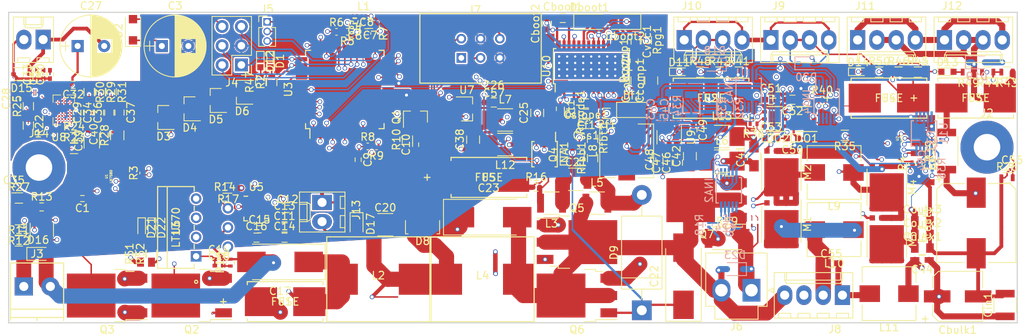
<source format=kicad_pcb>
(kicad_pcb (version 4) (host pcbnew 4.0.7)
  (layers (0 F.Cu signal) (1 In1.Cu signal) (2 In2.Cu signal) (3 In3.Cu signal) (4 In4.Cu signal) (31 B.Cu signal) (34 B.Paste user) (35 F.Paste user) (36 B.SilkS user hide) (37 F.SilkS user) (38 B.Mask user) (39 F.Mask user) (44 Edge.Cuts user))
  (net 0 "")
  (net 1 +3V3)
  (net 2 GND)
  (net 3 "Net-(C3-Pad1)")
  (net 4 "Net-(C7-Pad2)")
  (net 5 /Control/REF_ZEBROBUS)
  (net 6 "Net-(C17-Pad1)")
  (net 7 "Net-(C20-Pad1)")
  (net 8 "Net-(C20-Pad2)")
  (net 9 /Input/solar_in-)
  (net 10 /PowerBus/BMS_POWERBUS_-)
  (net 11 /PowerBus/BMS_POWERBUS_+)
  (net 12 /QI_charging/COIL_IN-)
  (net 13 /Input/QI_IN+)
  (net 14 /Output/POWER_BUS+)
  (net 15 /Output/POWER_BUS-)
  (net 16 /Output/16V-)
  (net 17 "Net-(C42-Pad1)")
  (net 18 "Net-(C53-Pad1)")
  (net 19 "Net-(Cboot1-Pad2)")
  (net 20 "Net-(Cboot1-Pad1)")
  (net 21 "Net-(Cboot2-Pad2)")
  (net 22 "Net-(Cboot2-Pad1)")
  (net 23 "Net-(Ccomp1-Pad1)")
  (net 24 "Net-(Ccomp2-Pad2)")
  (net 25 "Net-(Cf1-Pad1)")
  (net 26 "Net-(Cout1-Pad1)")
  (net 27 "Net-(Cslope1-Pad1)")
  (net 28 "Net-(Css1-Pad1)")
  (net 29 "Net-(Cvcc1-Pad1)")
  (net 30 /Control/v_laptop)
  (net 31 /Control/16V_fuse)
  (net 32 /Control/5V_fuse)
  (net 33 /Control/3.3V_fuse)
  (net 34 "Net-(D11-Pad2)")
  (net 35 "Net-(D12-Pad2)")
  (net 36 "Net-(D13-Pad2)")
  (net 37 "Net-(Df1-Pad1)")
  (net 38 /PowerBus/INPUT_POWERBUS+)
  (net 39 /Output/3.3V+)
  (net 40 /Output/16V+)
  (net 41 /Output/5V+)
  (net 42 /QI_charging/SCL_MCU_QI)
  (net 43 "Net-(INA1-Pad9)")
  (net 44 "Net-(M1-Pad2)")
  (net 45 "Net-(M2-Pad1)")
  (net 46 "Net-(M2-Pad2)")
  (net 47 "Net-(M3-Pad2)")
  (net 48 "Net-(M4-Pad2)")
  (net 49 /Control/INTERRUP_ZEBROBUS)
  (net 50 "Net-(Q2-Pad2)")
  (net 51 /Input/LAPTOP_IN+)
  (net 52 "Net-(Q3-Pad2)")
  (net 53 "Net-(R9-Pad2)")
  (net 54 /Input/POT_OUT)
  (net 55 "Net-(R35-Pad1)")
  (net 56 "Net-(Rfbb1-Pad2)")
  (net 57 "Net-(Rmode1-Pad1)")
  (net 58 "Net-(Rpg1-Pad2)")
  (net 59 "Net-(Rt1-Pad1)")
  (net 60 /Control/OC_16V)
  (net 61 "Net-(C18-Pad1)")
  (net 62 "Net-(C18-Pad2)")
  (net 63 "Net-(C21-Pad1)")
  (net 64 "Net-(C21-Pad2)")
  (net 65 "Net-(C24-Pad1)")
  (net 66 "Net-(C24-Pad2)")
  (net 67 /PowerBus/OUTPUT_POWERBUS_+)
  (net 68 "Net-(C27-Pad1)")
  (net 69 "Net-(C29-Pad2)")
  (net 70 "Net-(C30-Pad2)")
  (net 71 "Net-(C31-Pad2)")
  (net 72 "Net-(C32-Pad1)")
  (net 73 "Net-(C33-Pad2)")
  (net 74 "Net-(C35-Pad2)")
  (net 75 "Net-(C43-Pad1)")
  (net 76 "Net-(C49-Pad1)")
  (net 77 "Net-(C49-Pad2)")
  (net 78 "Net-(C52-Pad1)")
  (net 79 "Net-(C54-Pad1)")
  (net 80 "Net-(C54-Pad2)")
  (net 81 "Net-(F2-Pad1)")
  (net 82 "Net-(F4-Pad1)")
  (net 83 "Net-(R8-Pad2)")
  (net 84 "Net-(R14-Pad2)")
  (net 85 /QI_charging/EN_MCU_QI)
  (net 86 "Net-(R23-Pad1)")
  (net 87 "Net-(R24-Pad1)")
  (net 88 "Net-(R25-Pad1)")
  (net 89 "Net-(R28-Pad2)")
  (net 90 "Net-(R29-Pad2)")
  (net 91 "Net-(R30-Pad2)")
  (net 92 "Net-(R31-Pad2)")
  (net 93 "Net-(R32-Pad1)")
  (net 94 "Net-(R33-Pad1)")
  (net 95 "Net-(F3-Pad1)")
  (net 96 /Control/SDA_ZEBROBUS)
  (net 97 /Control/SCL_ZEBROBUS)
  (net 98 "Net-(D1-Pad2)")
  (net 99 "Net-(D14-Pad2)")
  (net 100 /Control/bus_alert)
  (net 101 /Control/OC_3.3V)
  (net 102 /Control/OC_5V)
  (net 103 /Control/PDI_DATA)
  (net 104 /Control/RX)
  (net 105 /Control/PDI_CLK)
  (net 106 /Control/TX)
  (net 107 /Control/ALERT)
  (net 108 /Control/5V_enable)
  (net 109 /Control/3.3V_enable)
  (net 110 "Net-(Q1-Pad2)")
  (net 111 /Control/pwm_solar)
  (net 112 "Net-(R1-Pad2)")
  (net 113 "Net-(R2-Pad1)")
  (net 114 "Net-(R3-Pad2)")
  (net 115 "Net-(R4-Pad2)")
  (net 116 "Net-(R47-Pad1)")
  (net 117 /QI_charging/INT_MCU_QI)
  (net 118 /Input/INPUT_SEL)
  (net 119 "Net-(U12-Pad5)")
  (net 120 /Control/16V_enable)
  (net 121 "Net-(C44-Pad1)")
  (net 122 /Input/LAPTOP_IN-)
  (net 123 /QI_charging/SDA_MCU_QI)
  (net 124 "Net-(R25-Pad2)")
  (net 125 /Output/3.3V-)
  (net 126 "Net-(C56-Pad2)")
  (net 127 "Net-(C25-Pad1)")
  (net 128 "Net-(C39-Pad2)")
  (net 129 "Net-(F1-Pad1)")
  (net 130 "Net-(F5-Pad2)")
  (net 131 /Control/laptop_con)
  (net 132 /QI_charging/COIL_IN+)
  (net 133 /Input/solar_in+)
  (net 134 "Net-(D21-Pad2)")
  (net 135 "Net-(C15-Pad1)")
  (net 136 "Net-(D22-Pad2)")
  (net 137 "Net-(C37-Pad1)")
  (module Library:coil1115x1000 (layer F.Cu) (at 73.75 158.25 180)
    (fp_text reference L2 (at 0 0.5 180) (layer F.SilkS))
    (fp_text value 10u)
    (pad 1 smd rect (at -4.75 0 180) (size 4.1 4.1) (layers F.Cu F.Paste F.Mask) (net 7 "Net-(C20-Pad1)"))
    (pad 2 smd rect (at 4.75 0 180) (size 4.1 4.1) (layers F.Cu F.Paste F.Mask) (net 6 "Net-(C17-Pad1)"))
  )
  (module Capacitors_SMD:C_0201 (layer F.Cu) (at 34.73 147.59 180)
    (fp_text reference C1 (at 0 -1.27 180) (layer F.SilkS))
    (fp_text value 0.1u)
    (pad 1 smd rect (at -0.28 0 180) (size 0.3 0.35) (layers F.Cu F.Paste F.Mask) (net 1 +3V3))
    (pad 2 smd rect (at 0.28 0 180) (size 0.3 0.35) (layers F.Cu F.Paste F.Mask) (net 2 GND))
  )
  (module Capacitors_SMD:C_0201 (layer F.Cu) (at 145.04 142.92 270)
    (fp_text reference C2 (at 0 -1.27 270) (layer F.SilkS))
    (fp_text value 0.1u)
    (pad 1 smd rect (at -0.28 0 270) (size 0.3 0.35) (layers F.Cu F.Paste F.Mask) (net 1 +3V3))
    (pad 2 smd rect (at 0.28 0 270) (size 0.3 0.35) (layers F.Cu F.Paste F.Mask) (net 2 GND))
  )
  (module Capacitors_THT:CP_Radial_D8.0mm_P3.50mm (layer F.Cu) (at 45.2 127.45)
    (fp_text reference C3 (at 1.75 -5.31) (layer F.SilkS))
    (fp_text value 1m)
    (pad 1 thru_hole rect (at 0 0) (size 1.6 1.6) (drill 0.8) (layers *.Cu *.Mask) (net 3 "Net-(C3-Pad1)"))
    (pad 2 thru_hole circle (at 3.5 0) (size 1.6 1.6) (drill 0.8) (layers *.Cu *.Mask) (net 2 GND))
  )
  (module Capacitors_SMD:C_0201 (layer F.Cu) (at 70.64 123.42 180)
    (fp_text reference C4 (at 0 -1.27 180) (layer F.SilkS))
    (fp_text value .1u)
    (pad 1 smd rect (at -0.28 0 180) (size 0.3 0.35) (layers F.Cu F.Paste F.Mask) (net 3 "Net-(C3-Pad1)"))
    (pad 2 smd rect (at 0.28 0 180) (size 0.3 0.35) (layers F.Cu F.Paste F.Mask) (net 2 GND))
  )
  (module Capacitors_SMD:C_0201 (layer F.Cu) (at 70.64 124.12 180)
    (fp_text reference C5 (at 0 -1.27 180) (layer F.SilkS))
    (fp_text value .1u)
    (pad 1 smd rect (at -0.28 0 180) (size 0.3 0.35) (layers F.Cu F.Paste F.Mask) (net 3 "Net-(C3-Pad1)"))
    (pad 2 smd rect (at 0.28 0 180) (size 0.3 0.35) (layers F.Cu F.Paste F.Mask) (net 2 GND))
  )
  (module Capacitors_SMD:C_0201 (layer F.Cu) (at 70.64 124.82 180)
    (fp_text reference C6 (at 0 -1.27 180) (layer F.SilkS))
    (fp_text value .1u)
    (pad 1 smd rect (at -0.28 0 180) (size 0.3 0.35) (layers F.Cu F.Paste F.Mask) (net 3 "Net-(C3-Pad1)"))
    (pad 2 smd rect (at 0.28 0 180) (size 0.3 0.35) (layers F.Cu F.Paste F.Mask) (net 2 GND))
  )
  (module Capacitors_SMD:C_0603 (layer F.Cu) (at 72.67 124.53 180)
    (fp_text reference C7 (at 0 -1.5 180) (layer F.SilkS))
    (fp_text value 10u)
    (pad 2 smd rect (at 0.75 0 180) (size 0.8 0.75) (layers F.Cu F.Paste F.Mask) (net 4 "Net-(C7-Pad2)"))
    (pad 1 smd rect (at -0.75 0 180) (size 0.8 0.75) (layers F.Cu F.Paste F.Mask) (net 2 GND))
  )
  (module Capacitors_SMD:C_0201 (layer F.Cu) (at 72.2 125.56)
    (fp_text reference C8 (at 0 -1.27) (layer F.SilkS))
    (fp_text value .1u)
    (pad 1 smd rect (at -0.28 0) (size 0.3 0.35) (layers F.Cu F.Paste F.Mask) (net 4 "Net-(C7-Pad2)"))
    (pad 2 smd rect (at 0.28 0) (size 0.3 0.35) (layers F.Cu F.Paste F.Mask) (net 2 GND))
  )
  (module Capacitors_SMD:C_0201 (layer F.Cu) (at 71.09 142.46 270)
    (fp_text reference C9 (at 0 -1.27 270) (layer F.SilkS))
    (fp_text value .1u)
    (pad 1 smd rect (at -0.28 0 270) (size 0.3 0.35) (layers F.Cu F.Paste F.Mask) (net 1 +3V3))
    (pad 2 smd rect (at 0.28 0 270) (size 0.3 0.35) (layers F.Cu F.Paste F.Mask) (net 2 GND))
  )
  (module Capacitors_SMD:C_0201 (layer F.Cu) (at 78.67 140.47 90)
    (fp_text reference C10 (at 0 -1.27 90) (layer F.SilkS))
    (fp_text value 0.1u)
    (pad 1 smd rect (at -0.28 0 90) (size 0.3 0.35) (layers F.Cu F.Paste F.Mask) (net 5 /Control/REF_ZEBROBUS))
    (pad 2 smd rect (at 0.28 0 90) (size 0.3 0.35) (layers F.Cu F.Paste F.Mask) (net 2 GND))
  )
  (module Capacitors_SMD:C_0603 (layer F.Cu) (at 61.38 151.41)
    (fp_text reference C11 (at 0 -1.5) (layer F.SilkS))
    (fp_text value 0.1u)
    (pad 2 smd rect (at 0.75 0) (size 0.8 0.75) (layers F.Cu F.Paste F.Mask) (net 2 GND))
    (pad 1 smd rect (at -0.75 0) (size 0.8 0.75) (layers F.Cu F.Paste F.Mask) (net 1 +3V3))
  )
  (module Capacitors_SMD:C_0402 (layer F.Cu) (at 61.78 148.96)
    (fp_text reference C12 (at 0 -1.27) (layer F.SilkS))
    (fp_text value 0.1u)
    (pad 1 smd rect (at -0.55 0) (size 0.6 0.5) (layers F.Cu F.Paste F.Mask) (net 1 +3V3))
    (pad 2 smd rect (at 0.55 0) (size 0.6 0.5) (layers F.Cu F.Paste F.Mask) (net 2 GND))
  )
  (module Capacitors_SMD:C_0603 (layer F.Cu) (at 61.38 150.06)
    (fp_text reference C13 (at 0 -1.5) (layer F.SilkS))
    (fp_text value 10u)
    (pad 2 smd rect (at 0.75 0) (size 0.8 0.75) (layers F.Cu F.Paste F.Mask) (net 2 GND))
    (pad 1 smd rect (at -0.75 0) (size 0.8 0.75) (layers F.Cu F.Paste F.Mask) (net 1 +3V3))
  )
  (module Capacitors_SMD:C_0603 (layer F.Cu) (at 61.38 152.76)
    (fp_text reference C14 (at 0 -1.5) (layer F.SilkS))
    (fp_text value 10u)
    (pad 2 smd rect (at 0.75 0) (size 0.8 0.75) (layers F.Cu F.Paste F.Mask) (net 2 GND))
    (pad 1 smd rect (at -0.75 0) (size 0.8 0.75) (layers F.Cu F.Paste F.Mask) (net 1 +3V3))
  )
  (module Capacitors_SMD:C_0402 (layer F.Cu) (at 58.07 151.65)
    (fp_text reference C15 (at 0 -1.27) (layer F.SilkS))
    (fp_text value 0.1u)
    (pad 1 smd rect (at -0.55 0) (size 0.6 0.5) (layers F.Cu F.Paste F.Mask) (net 135 "Net-(C15-Pad1)"))
    (pad 2 smd rect (at 0.55 0) (size 0.6 0.5) (layers F.Cu F.Paste F.Mask) (net 2 GND))
  )
  (module Capacitors_SMD:C_0603 (layer F.Cu) (at 57.68 152.75)
    (fp_text reference C16 (at 0 -1.5) (layer F.SilkS))
    (fp_text value 10u)
    (pad 2 smd rect (at 0.75 0) (size 0.8 0.75) (layers F.Cu F.Paste F.Mask) (net 2 GND))
    (pad 1 smd rect (at -0.75 0) (size 0.8 0.75) (layers F.Cu F.Paste F.Mask) (net 135 "Net-(C15-Pad1)"))
  )
  (module Capacitors_Tantalum_SMD:CP_Tantalum_Case-X_EIA-7343-43_Hand (layer F.Cu) (at 60.79 155.96 180)
    (fp_text reference C17 (at 0 -3.85 180) (layer F.SilkS))
    (fp_text value 47u)
    (pad 1 smd rect (at -3.775 0 180) (size 3.75 2.7) (layers F.Cu F.Paste F.Mask) (net 6 "Net-(C17-Pad1)"))
    (pad 2 smd rect (at 3.775 0 180) (size 3.75 2.7) (layers F.Cu F.Paste F.Mask) (net 122 /Input/LAPTOP_IN-))
  )
  (module Capacitors_SMD:C_0402 (layer F.Cu) (at 52.74 156.45)
    (fp_text reference C18 (at 0 -1.27) (layer F.SilkS))
    (fp_text value 4.7n)
    (pad 1 smd rect (at -0.55 0) (size 0.6 0.5) (layers F.Cu F.Paste F.Mask) (net 61 "Net-(C18-Pad1)"))
    (pad 2 smd rect (at 0.55 0) (size 0.6 0.5) (layers F.Cu F.Paste F.Mask) (net 62 "Net-(C18-Pad2)"))
  )
  (module Capacitors_SMD:C_0402 (layer F.Cu) (at 52.74 155.6)
    (fp_text reference C19 (at 0 -1.27) (layer F.SilkS))
    (fp_text value 4.7n)
    (pad 1 smd rect (at -0.55 0) (size 0.6 0.5) (layers F.Cu F.Paste F.Mask) (net 61 "Net-(C18-Pad1)"))
    (pad 2 smd rect (at 0.55 0) (size 0.6 0.5) (layers F.Cu F.Paste F.Mask) (net 122 /Input/LAPTOP_IN-))
  )
  (module Capacitors_Tantalum_SMD:CP_Tantalum_Case-X_EIA-7343-43_Hand (layer F.Cu) (at 113.99 157.85 90)
    (fp_text reference C22 (at 0 -3.85 90) (layer F.SilkS))
    (fp_text value 47u)
    (pad 1 smd rect (at -3.775 0 90) (size 3.75 2.7) (layers F.Cu F.Paste F.Mask) (net 9 /Input/solar_in-))
    (pad 2 smd rect (at 3.775 0 90) (size 3.75 2.7) (layers F.Cu F.Paste F.Mask) (net 10 /PowerBus/BMS_POWERBUS_-))
  )
  (module Capacitors_Tantalum_SMD:CP_Tantalum_Case-X_EIA-7343-43_Hand (layer F.Cu) (at 88.29 150.05)
    (fp_text reference C23 (at 0 -3.85) (layer F.SilkS))
    (fp_text value 47u)
    (pad 1 smd rect (at -3.775 0) (size 3.75 2.7) (layers F.Cu F.Paste F.Mask) (net 122 /Input/LAPTOP_IN-))
    (pad 2 smd rect (at 3.775 0) (size 3.75 2.7) (layers F.Cu F.Paste F.Mask) (net 10 /PowerBus/BMS_POWERBUS_-))
  )
  (module Capacitors_SMD:C_0201 (layer B.Cu) (at 119.5 150.21)
    (fp_text reference C24 (at 0 1.27) (layer B.SilkS) (effects (justify mirror)))
    (fp_text value .1u)
    (pad 1 smd rect (at -0.28 0) (size 0.3 0.35) (layers B.Cu B.Paste B.Mask) (net 65 "Net-(C24-Pad1)"))
    (pad 2 smd rect (at 0.28 0) (size 0.3 0.35) (layers B.Cu B.Paste B.Mask) (net 66 "Net-(C24-Pad2)"))
  )
  (module Capacitors_SMD:C_0201 (layer F.Cu) (at 88.95 133.89)
    (fp_text reference C26 (at 0 -1.27) (layer F.SilkS))
    (fp_text value .1u)
    (pad 1 smd rect (at -0.28 0) (size 0.3 0.35) (layers F.Cu F.Paste F.Mask) (net 1 +3V3))
    (pad 2 smd rect (at 0.28 0) (size 0.3 0.35) (layers F.Cu F.Paste F.Mask) (net 2 GND))
  )
  (module Capacitors_THT:CP_Radial_D8.0mm_P3.50mm (layer F.Cu) (at 34.1 127.45)
    (fp_text reference C27 (at 1.75 -5.31) (layer F.SilkS))
    (fp_text value 160u)
    (pad 1 thru_hole rect (at 0 0) (size 1.6 1.6) (drill 0.8) (layers *.Cu *.Mask) (net 68 "Net-(C27-Pad1)"))
    (pad 2 thru_hole circle (at 3.5 0) (size 1.6 1.6) (drill 0.8) (layers *.Cu *.Mask) (net 132 /QI_charging/COIL_IN+))
  )
  (module Capacitors_SMD:C_0603 (layer F.Cu) (at 35.57 136.24 90)
    (fp_text reference C29 (at 0 -1.5 90) (layer F.SilkS))
    (fp_text value 1u)
    (pad 2 smd rect (at 0.75 0 90) (size 0.8 0.75) (layers F.Cu F.Paste F.Mask) (net 69 "Net-(C29-Pad2)"))
    (pad 1 smd rect (at -0.75 0 90) (size 0.8 0.75) (layers F.Cu F.Paste F.Mask) (net 2 GND))
  )
  (module Capacitors_SMD:C_0402 (layer F.Cu) (at 30.45 131.2 90)
    (fp_text reference C30 (at 0 -1.27 90) (layer F.SilkS))
    (fp_text value 47n)
    (pad 1 smd rect (at -0.55 0 90) (size 0.6 0.5) (layers F.Cu F.Paste F.Mask) (net 12 /QI_charging/COIL_IN-))
    (pad 2 smd rect (at 0.55 0 90) (size 0.6 0.5) (layers F.Cu F.Paste F.Mask) (net 70 "Net-(C30-Pad2)"))
  )
  (module Capacitors_SMD:C_0402 (layer F.Cu) (at 29.6 131.2 90)
    (fp_text reference C31 (at 0 -1.27 90) (layer F.SilkS))
    (fp_text value 47n)
    (pad 1 smd rect (at -0.55 0 90) (size 0.6 0.5) (layers F.Cu F.Paste F.Mask) (net 12 /QI_charging/COIL_IN-))
    (pad 2 smd rect (at 0.55 0 90) (size 0.6 0.5) (layers F.Cu F.Paste F.Mask) (net 71 "Net-(C31-Pad2)"))
  )
  (module Capacitors_SMD:C_0402 (layer F.Cu) (at 33.52 132.57 180)
    (fp_text reference C32 (at 0 -1.27 180) (layer F.SilkS))
    (fp_text value 15n)
    (pad 1 smd rect (at -0.55 0 180) (size 0.6 0.5) (layers F.Cu F.Paste F.Mask) (net 72 "Net-(C32-Pad1)"))
    (pad 2 smd rect (at 0.55 0 180) (size 0.6 0.5) (layers F.Cu F.Paste F.Mask) (net 68 "Net-(C27-Pad1)"))
  )
  (module Capacitors_SMD:C_0402 (layer F.Cu) (at 28.75 131.2 90)
    (fp_text reference C33 (at 0 -1.27 90) (layer F.SilkS))
    (fp_text value 15n)
    (pad 1 smd rect (at -0.55 0 90) (size 0.6 0.5) (layers F.Cu F.Paste F.Mask) (net 12 /QI_charging/COIL_IN-))
    (pad 2 smd rect (at 0.55 0 90) (size 0.6 0.5) (layers F.Cu F.Paste F.Mask) (net 73 "Net-(C33-Pad2)"))
  )
  (module Capacitors_SMD:C_0603 (layer F.Cu) (at 36.92 136.24 90)
    (fp_text reference C34 (at 0 -1.5 90) (layer F.SilkS))
    (fp_text value 10u)
    (pad 2 smd rect (at 0.75 0 90) (size 0.8 0.75) (layers F.Cu F.Paste F.Mask) (net 13 /Input/QI_IN+))
    (pad 1 smd rect (at -0.75 0 90) (size 0.8 0.75) (layers F.Cu F.Paste F.Mask) (net 2 GND))
  )
  (module Capacitors_SMD:C_0603 (layer F.Cu) (at 38.27 136.24 90)
    (fp_text reference C36 (at 0 -1.5 90) (layer F.SilkS))
    (fp_text value 10u)
    (pad 2 smd rect (at 0.75 0 90) (size 0.8 0.75) (layers F.Cu F.Paste F.Mask) (net 13 /Input/QI_IN+))
    (pad 1 smd rect (at -0.75 0 90) (size 0.8 0.75) (layers F.Cu F.Paste F.Mask) (net 2 GND))
  )
  (module Capacitors_SMD:C_0603 (layer F.Cu) (at 39.62 136.24 270)
    (fp_text reference C37 (at 0 -1.5 270) (layer F.SilkS))
    (fp_text value 1u)
    (pad 2 smd rect (at 0.75 0 270) (size 0.8 0.75) (layers F.Cu F.Paste F.Mask) (net 2 GND))
    (pad 1 smd rect (at -0.75 0 270) (size 0.8 0.75) (layers F.Cu F.Paste F.Mask) (net 137 "Net-(C37-Pad1)"))
  )
  (module Capacitors_SMD:C_0603 (layer F.Cu) (at 37.72 139.09 90)
    (fp_text reference C40 (at 0 -1.5 90) (layer F.SilkS))
    (fp_text value 0.1u)
    (pad 2 smd rect (at 0.75 0 90) (size 0.8 0.75) (layers F.Cu F.Paste F.Mask) (net 128 "Net-(C39-Pad2)"))
    (pad 1 smd rect (at -0.75 0 90) (size 0.8 0.75) (layers F.Cu F.Paste F.Mask) (net 2 GND))
  )
  (module Capacitors_SMD:C_0805 (layer B.Cu) (at 111.18 135.8 270)
    (fp_text reference C43 (at 0 1.5 270) (layer B.SilkS) (effects (justify mirror)))
    (fp_text value 22uF)
    (pad 1 smd rect (at -1 0 270) (size 1 1.25) (layers B.Cu B.Paste B.Mask) (net 75 "Net-(C43-Pad1)"))
    (pad 2 smd rect (at 1 0 270) (size 1 1.25) (layers B.Cu B.Paste B.Mask) (net 2 GND))
  )
  (module Capacitors_SMD:C_0805 (layer B.Cu) (at 112.98 135.8 270)
    (fp_text reference C45 (at 0 1.5 270) (layer B.SilkS) (effects (justify mirror)))
    (fp_text value 22uF)
    (pad 1 smd rect (at -1 0 270) (size 1 1.25) (layers B.Cu B.Paste B.Mask) (net 75 "Net-(C43-Pad1)"))
    (pad 2 smd rect (at 1 0 270) (size 1 1.25) (layers B.Cu B.Paste B.Mask) (net 2 GND))
  )
  (module Capacitors_SMD:C_0603 (layer F.Cu) (at 113.25 142.85 90)
    (fp_text reference C46 (at 0 -1.5 90) (layer F.SilkS))
    (fp_text value 10uF)
    (pad 2 smd rect (at 0.75 0 90) (size 0.8 0.75) (layers F.Cu F.Paste F.Mask) (net 17 "Net-(C42-Pad1)"))
    (pad 1 smd rect (at -0.75 0 90) (size 0.8 0.75) (layers F.Cu F.Paste F.Mask) (net 2 GND))
  )
  (module Capacitors_SMD:C_0603 (layer F.Cu) (at 111.9 142.85 90)
    (fp_text reference C47 (at 0 -1.5 90) (layer F.SilkS))
    (fp_text value 10uF)
    (pad 2 smd rect (at 0.75 0 90) (size 0.8 0.75) (layers F.Cu F.Paste F.Mask) (net 17 "Net-(C42-Pad1)"))
    (pad 1 smd rect (at -0.75 0 90) (size 0.8 0.75) (layers F.Cu F.Paste F.Mask) (net 2 GND))
  )
  (module Capacitors_SMD:C_0402 (layer F.Cu) (at 110.8 142.45 90)
    (fp_text reference C48 (at 0 -1.27 90) (layer F.SilkS))
    (fp_text value 0.1uF)
    (pad 1 smd rect (at -0.55 0 90) (size 0.6 0.5) (layers F.Cu F.Paste F.Mask) (net 2 GND))
    (pad 2 smd rect (at 0.55 0 90) (size 0.6 0.5) (layers F.Cu F.Paste F.Mask) (net 17 "Net-(C42-Pad1)"))
  )
  (module Capacitors_SMD:C_0402 (layer F.Cu) (at 115.29 138.53 270)
    (fp_text reference C49 (at 0 -1.27 270) (layer F.SilkS))
    (fp_text value 0.1uF)
    (pad 1 smd rect (at -0.55 0 270) (size 0.6 0.5) (layers F.Cu F.Paste F.Mask) (net 76 "Net-(C49-Pad1)"))
    (pad 2 smd rect (at 0.55 0 270) (size 0.6 0.5) (layers F.Cu F.Paste F.Mask) (net 77 "Net-(C49-Pad2)"))
  )
  (module Capacitors_SMD:C_0603 (layer F.Cu) (at 128.36 139.64 180)
    (fp_text reference C50 (at 0 -1.5 180) (layer F.SilkS))
    (fp_text value 10uF)
    (pad 2 smd rect (at 0.75 0 180) (size 0.8 0.75) (layers F.Cu F.Paste F.Mask) (net 125 /Output/3.3V-))
    (pad 1 smd rect (at -0.75 0 180) (size 0.8 0.75) (layers F.Cu F.Paste F.Mask) (net 75 "Net-(C43-Pad1)"))
  )
  (module Capacitors_SMD:C_0603 (layer F.Cu) (at 125.5 134.54)
    (fp_text reference C51 (at 0 -1.5) (layer F.SilkS))
    (fp_text value 10uF)
    (pad 2 smd rect (at 0.75 0) (size 0.8 0.75) (layers F.Cu F.Paste F.Mask) (net 125 /Output/3.3V-))
    (pad 1 smd rect (at -0.75 0) (size 0.8 0.75) (layers F.Cu F.Paste F.Mask) (net 75 "Net-(C43-Pad1)"))
  )
  (module Capacitors_SMD:C_0603 (layer F.Cu) (at 128.35 134.54 180)
    (fp_text reference C52 (at 0 -1.5 180) (layer F.SilkS))
    (fp_text value 10uF)
    (pad 2 smd rect (at 0.75 0 180) (size 0.8 0.75) (layers F.Cu F.Paste F.Mask) (net 125 /Output/3.3V-))
    (pad 1 smd rect (at -0.75 0 180) (size 0.8 0.75) (layers F.Cu F.Paste F.Mask) (net 78 "Net-(C52-Pad1)"))
  )
  (module Capacitors_SMD:C_0603 (layer F.Cu) (at 125.51 139.64)
    (fp_text reference C53 (at 0 -1.5) (layer F.SilkS))
    (fp_text value 10uF)
    (pad 2 smd rect (at 0.75 0) (size 0.8 0.75) (layers F.Cu F.Paste F.Mask) (net 125 /Output/3.3V-))
    (pad 1 smd rect (at -0.75 0) (size 0.8 0.75) (layers F.Cu F.Paste F.Mask) (net 18 "Net-(C53-Pad1)"))
  )
  (module Capacitors_SMD:C_0201 (layer B.Cu) (at 146.74 142.56 270)
    (fp_text reference C54 (at 0 1.27 270) (layer B.SilkS) (effects (justify mirror)))
    (fp_text value 0.1uF)
    (pad 1 smd rect (at -0.28 0 270) (size 0.3 0.35) (layers B.Cu B.Paste B.Mask) (net 79 "Net-(C54-Pad1)"))
    (pad 2 smd rect (at 0.28 0 270) (size 0.3 0.35) (layers B.Cu B.Paste B.Mask) (net 80 "Net-(C54-Pad2)"))
  )
  (module Capacitors_SMD:C_0201 (layer F.Cu) (at 157.32 143.78)
    (fp_text reference C56 (at 0 -1.27) (layer F.SilkS))
    (fp_text value 0.1uF)
    (pad 1 smd rect (at -0.28 0) (size 0.3 0.35) (layers F.Cu F.Paste F.Mask) (net 2 GND))
    (pad 2 smd rect (at 0.28 0) (size 0.3 0.35) (layers F.Cu F.Paste F.Mask) (net 126 "Net-(C56-Pad2)"))
  )
  (module Capacitors_SMD:C_0603 (layer F.Cu) (at 98.07 123.75)
    (fp_text reference Cboot1 (at 0 -1.5) (layer F.SilkS))
    (fp_text value 100nF)
    (pad 2 smd rect (at 0.75 0) (size 0.8 0.75) (layers F.Cu F.Paste F.Mask) (net 19 "Net-(Cboot1-Pad2)"))
    (pad 1 smd rect (at -0.75 0) (size 0.8 0.75) (layers F.Cu F.Paste F.Mask) (net 20 "Net-(Cboot1-Pad1)"))
  )
  (module Capacitors_SMD:C_0603 (layer F.Cu) (at 95.97 124.5 90)
    (fp_text reference Cboot2 (at 0 -1.5 90) (layer F.SilkS))
    (fp_text value 100nF)
    (pad 2 smd rect (at 0.75 0 90) (size 0.8 0.75) (layers F.Cu F.Paste F.Mask) (net 21 "Net-(Cboot2-Pad2)"))
    (pad 1 smd rect (at -0.75 0 90) (size 0.8 0.75) (layers F.Cu F.Paste F.Mask) (net 22 "Net-(Cboot2-Pad1)"))
  )
  (module Capacitors_SMD:CP_Elec_6.3x7.7 (layer F.Cu) (at 150.14 160.51)
    (fp_text reference Cbulk1 (at 0 4.43) (layer F.SilkS))
    (fp_text value 68uF)
    (fp_text user + (at -4.28 2.91) (layer F.SilkS))
    (pad 1 smd rect (at -2.7 0 180) (size 3.5 1.6) (layers F.Cu F.Paste F.Mask) (net 121 "Net-(C44-Pad1)"))
    (pad 2 smd rect (at 2.7 0 180) (size 3.5 1.6) (layers F.Cu F.Paste F.Mask) (net 2 GND))
  )
  (module Capacitors_SMD:C_0805 (layer F.Cu) (at 109.74 132.01 90)
    (fp_text reference Ccomp1 (at 0 -1.5 90) (layer F.SilkS))
    (fp_text value 91pF)
    (pad 1 smd rect (at -1 0 90) (size 1 1.25) (layers F.Cu F.Paste F.Mask) (net 23 "Net-(Ccomp1-Pad1)"))
    (pad 2 smd rect (at 1 0 90) (size 1 1.25) (layers F.Cu F.Paste F.Mask) (net 2 GND))
  )
  (module Capacitors_SMD:C_0805 (layer F.Cu) (at 107.91 132.01 90)
    (fp_text reference Ccomp2 (at 0 -1.5 90) (layer F.SilkS))
    (fp_text value 15nF)
    (pad 1 smd rect (at -1 0 90) (size 1 1.25) (layers F.Cu F.Paste F.Mask) (net 23 "Net-(Ccomp1-Pad1)"))
    (pad 2 smd rect (at 1 0 90) (size 1 1.25) (layers F.Cu F.Paste F.Mask) (net 24 "Net-(Ccomp2-Pad2)"))
  )
  (module Capacitors_SMD:C_0603 (layer F.Cu) (at 101.14 136.39 180)
    (fp_text reference Cf1 (at 0 -1.5 180) (layer F.SilkS))
    (fp_text value 100nF)
    (pad 2 smd rect (at 0.75 0 180) (size 0.8 0.75) (layers F.Cu F.Paste F.Mask) (net 2 GND))
    (pad 1 smd rect (at -0.75 0 180) (size 0.8 0.75) (layers F.Cu F.Paste F.Mask) (net 25 "Net-(Cf1-Pad1)"))
  )
  (module Capacitors_SMD:C_1210 (layer F.Cu) (at 156.4 161.65 90)
    (fp_text reference Cin1 (at 0 -2.25 90) (layer F.SilkS))
    (fp_text value 10uF)
    (pad 1 smd rect (at -1.5 0 90) (size 1 2.5) (layers F.Cu F.Paste F.Mask) (net 121 "Net-(C44-Pad1)"))
    (pad 2 smd rect (at 1.5 0 90) (size 1 2.5) (layers F.Cu F.Paste F.Mask) (net 2 GND))
  )
  (module Capacitors_SMD:CP_Elec_10x10.5 (layer F.Cu) (at 152.59 150.82 270)
    (fp_text reference Cout1 (at 0 6.46 270) (layer F.SilkS))
    (fp_text value 150uF)
    (fp_text user + (at -5.78 4.97 270) (layer F.SilkS))
    (pad 1 smd rect (at -4 0 90) (size 4 2.5) (layers F.Cu F.Paste F.Mask) (net 26 "Net-(Cout1-Pad1)"))
    (pad 2 smd rect (at 4 0 90) (size 4 2.5) (layers F.Cu F.Paste F.Mask) (net 2 GND))
  )
  (module Capacitors_SMD:C_0805 (layer F.Cu) (at 145.49 154.13)
    (fp_text reference Coutx1 (at 0 -1.5) (layer F.SilkS))
    (fp_text value 22uF)
    (pad 1 smd rect (at -1 0) (size 1 1.25) (layers F.Cu F.Paste F.Mask) (net 26 "Net-(Cout1-Pad1)"))
    (pad 2 smd rect (at 1 0) (size 1 1.25) (layers F.Cu F.Paste F.Mask) (net 2 GND))
  )
  (module Capacitors_SMD:C_0805 (layer F.Cu) (at 145.49 152.33)
    (fp_text reference Coutx2 (at 0 -1.5) (layer F.SilkS))
    (fp_text value 22uF)
    (pad 1 smd rect (at -1 0) (size 1 1.25) (layers F.Cu F.Paste F.Mask) (net 26 "Net-(Cout1-Pad1)"))
    (pad 2 smd rect (at 1 0) (size 1 1.25) (layers F.Cu F.Paste F.Mask) (net 2 GND))
  )
  (module Capacitors_SMD:C_0805 (layer F.Cu) (at 145.49 150.53)
    (fp_text reference Coutx3 (at 0 -1.5) (layer F.SilkS))
    (fp_text value 22uF)
    (pad 1 smd rect (at -1 0) (size 1 1.25) (layers F.Cu F.Paste F.Mask) (net 26 "Net-(Cout1-Pad1)"))
    (pad 2 smd rect (at 1 0) (size 1 1.25) (layers F.Cu F.Paste F.Mask) (net 2 GND))
  )
  (module Capacitors_SMD:C_0603 (layer F.Cu) (at 101.13 135.03 180)
    (fp_text reference Cslope1 (at 0 -1.5 180) (layer F.SilkS))
    (fp_text value 110pF)
    (pad 2 smd rect (at 0.75 0 180) (size 0.8 0.75) (layers F.Cu F.Paste F.Mask) (net 2 GND))
    (pad 1 smd rect (at -0.75 0 180) (size 0.8 0.75) (layers F.Cu F.Paste F.Mask) (net 27 "Net-(Cslope1-Pad1)"))
  )
  (module Capacitors_SMD:C_0603 (layer F.Cu) (at 101.14 137.75 180)
    (fp_text reference Css1 (at 0 -1.5 180) (layer F.SilkS))
    (fp_text value 15nF)
    (pad 2 smd rect (at 0.75 0 180) (size 0.8 0.75) (layers F.Cu F.Paste F.Mask) (net 2 GND))
    (pad 1 smd rect (at -0.75 0 180) (size 0.8 0.75) (layers F.Cu F.Paste F.Mask) (net 28 "Net-(Css1-Pad1)"))
  )
  (module Capacitors_SMD:C_0603 (layer F.Cu) (at 107.68 126.86 270)
    (fp_text reference Cvcc1 (at 0 -1.5 270) (layer F.SilkS))
    (fp_text value 1uF)
    (pad 2 smd rect (at 0.75 0 270) (size 0.8 0.75) (layers F.Cu F.Paste F.Mask) (net 2 GND))
    (pad 1 smd rect (at -0.75 0 270) (size 0.8 0.75) (layers F.Cu F.Paste F.Mask) (net 29 "Net-(Cvcc1-Pad1)"))
  )
  (module LEDs:LED_0603 (layer F.Cu) (at 59.54 129.45 270)
    (fp_text reference D1 (at 0 -1.25 270) (layer F.SilkS))
    (fp_text value LED)
    (pad 2 smd rect (at 0.8 0 90) (size 0.8 0.8) (layers F.Cu F.Paste F.Mask) (net 98 "Net-(D1-Pad2)"))
    (pad 1 smd rect (at -0.8 0 90) (size 0.8 0.8) (layers F.Cu F.Paste F.Mask) (net 2 GND))
  )
  (module Diodes_SMD:D_SOD-123F (layer F.Cu) (at 41.4 125.3 90)
    (fp_text reference D2 (at -0.127 -1.905 90) (layer F.SilkS))
    (fp_text value D_Schottky)
    (pad 1 smd rect (at -1.4 0 90) (size 1.1 1.1) (layers F.Cu F.Paste F.Mask) (net 3 "Net-(C3-Pad1)"))
    (pad 2 smd rect (at 1.4 0 90) (size 1.1 1.1) (layers F.Cu F.Paste F.Mask) (net 1 +3V3))
  )
  (module TO_SOT_Packages_SMD:SOT-23 (layer F.Cu) (at 45.43 136.89 180)
    (fp_text reference D3 (at 0 -2.5 180) (layer F.SilkS))
    (fp_text value D_Zener)
    (pad 1 smd rect (at -1 -0.95 180) (size 0.9 0.8) (layers F.Cu F.Paste F.Mask) (net 30 /Control/v_laptop))
    (pad 2 smd rect (at -1 0.95 180) (size 0.9 0.8) (layers F.Cu F.Paste F.Mask) (net 2 GND))
    (pad 3 smd rect (at 1 0 180) (size 0.9 0.8) (layers F.Cu F.Paste F.Mask))
  )
  (module TO_SOT_Packages_SMD:SOT-23 (layer F.Cu) (at 48.89 135.74 180)
    (fp_text reference D4 (at 0 -2.5 180) (layer F.SilkS))
    (fp_text value D_Zener)
    (pad 1 smd rect (at -1 -0.95 180) (size 0.9 0.8) (layers F.Cu F.Paste F.Mask) (net 31 /Control/16V_fuse))
    (pad 2 smd rect (at -1 0.95 180) (size 0.9 0.8) (layers F.Cu F.Paste F.Mask) (net 2 GND))
    (pad 3 smd rect (at 1 0 180) (size 0.9 0.8) (layers F.Cu F.Paste F.Mask))
  )
  (module TO_SOT_Packages_SMD:SOT-23 (layer F.Cu) (at 52.34 134.64 180)
    (fp_text reference D5 (at 0 -2.5 180) (layer F.SilkS))
    (fp_text value D_Zener)
    (pad 1 smd rect (at -1 -0.95 180) (size 0.9 0.8) (layers F.Cu F.Paste F.Mask) (net 32 /Control/5V_fuse))
    (pad 2 smd rect (at -1 0.95 180) (size 0.9 0.8) (layers F.Cu F.Paste F.Mask) (net 2 GND))
    (pad 3 smd rect (at 1 0 180) (size 0.9 0.8) (layers F.Cu F.Paste F.Mask))
  )
  (module TO_SOT_Packages_SMD:SOT-23 (layer F.Cu) (at 55.79 133.55 180)
    (fp_text reference D6 (at 0 -2.5 180) (layer F.SilkS))
    (fp_text value D_Zener)
    (pad 1 smd rect (at -1 -0.95 180) (size 0.9 0.8) (layers F.Cu F.Paste F.Mask) (net 33 /Control/3.3V_fuse))
    (pad 2 smd rect (at -1 0.95 180) (size 0.9 0.8) (layers F.Cu F.Paste F.Mask) (net 2 GND))
    (pad 3 smd rect (at 1 0 180) (size 0.9 0.8) (layers F.Cu F.Paste F.Mask))
  )
  (module TO_SOT_Packages_SMD:TO-277A (layer F.Cu) (at 79.58 149.76 180)
    (fp_text reference D8 (at 0 -3.45 360) (layer F.SilkS))
    (fp_text value PMEG100V060ELPDZ)
    (pad 1 smd rect (at -1.04 -1.9) (size 1.4 1.27) (layers F.Cu F.Paste F.Mask) (net 122 /Input/LAPTOP_IN-))
    (pad 3 smd rect (at 0 1.9) (size 4.72 4.8) (layers F.Cu F.Paste F.Mask))
    (pad 2 smd rect (at 1.04 -1.9) (size 1.4 1.27) (layers F.Cu F.Paste F.Mask) (net 8 "Net-(C20-Pad2)"))
  )
  (module Diodes_THT:D_DO-201_P15.24mm_Horizontal (layer F.Cu) (at 108.49 162.35 90)
    (fp_text reference D9 (at 7.62 -3.665 90) (layer F.SilkS))
    (fp_text value MBR360G)
    (pad 1 thru_hole rect (at 0 0 90) (size 2.6 2.6) (drill 1.3) (layers *.Cu *.Mask) (net 9 /Input/solar_in-))
    (pad 2 thru_hole oval (at 15.24 0 90) (size 2.6 2.6) (drill 1.3) (layers *.Cu *.Mask) (net 64 "Net-(C21-Pad2)"))
  )
  (module LEDs:LED_0603 (layer F.Cu) (at 113.44 130.85)
    (fp_text reference D11 (at 0 -1.25) (layer F.SilkS))
    (fp_text value LED)
    (pad 2 smd rect (at 0.8 0 180) (size 0.8 0.8) (layers F.Cu F.Paste F.Mask) (net 34 "Net-(D11-Pad2)"))
    (pad 1 smd rect (at -0.8 0 180) (size 0.8 0.8) (layers F.Cu F.Paste F.Mask) (net 2 GND))
  )
  (module LEDs:LED_0603 (layer F.Cu) (at 58.19 129.45 270)
    (fp_text reference D12 (at 0 -1.25 270) (layer F.SilkS))
    (fp_text value LED)
    (pad 2 smd rect (at 0.8 0 90) (size 0.8 0.8) (layers F.Cu F.Paste F.Mask) (net 35 "Net-(D12-Pad2)"))
    (pad 1 smd rect (at -0.8 0 90) (size 0.8 0.8) (layers F.Cu F.Paste F.Mask) (net 2 GND))
  )
  (module LEDs:LED_0603 (layer F.Cu) (at 148.8 130.85)
    (fp_text reference D13 (at 0 -1.25) (layer F.SilkS))
    (fp_text value LED)
    (pad 2 smd rect (at 0.8 0 180) (size 0.8 0.8) (layers F.Cu F.Paste F.Mask) (net 36 "Net-(D13-Pad2)"))
    (pad 1 smd rect (at -0.8 0 180) (size 0.8 0.8) (layers F.Cu F.Paste F.Mask) (net 2 GND))
  )
  (module LEDs:LED_0603 (layer F.Cu) (at 137.04 130.85)
    (fp_text reference D14 (at 0 -1.25) (layer F.SilkS))
    (fp_text value LED)
    (pad 2 smd rect (at 0.8 0 180) (size 0.8 0.8) (layers F.Cu F.Paste F.Mask) (net 99 "Net-(D14-Pad2)"))
    (pad 1 smd rect (at -0.8 0 180) (size 0.8 0.8) (layers F.Cu F.Paste F.Mask) (net 2 GND))
  )
  (module Diodes_SMD:D_SOD-123F (layer F.Cu) (at 101.72 124.25)
    (fp_text reference Dboot1 (at -0.127 -1.905) (layer F.SilkS))
    (fp_text value Zener)
    (pad 1 smd rect (at -1.4 0) (size 1.1 1.1) (layers F.Cu F.Paste F.Mask) (net 19 "Net-(Cboot1-Pad2)"))
    (pad 2 smd rect (at 1.4 0) (size 1.1 1.1) (layers F.Cu F.Paste F.Mask) (net 29 "Net-(Cvcc1-Pad1)"))
  )
  (module Diodes_SMD:D_SOD-123F (layer F.Cu) (at 106.16 124.25 180)
    (fp_text reference Dboot2 (at -0.127 -1.905 180) (layer F.SilkS))
    (fp_text value Zener)
    (pad 1 smd rect (at -1.4 0 180) (size 1.1 1.1) (layers F.Cu F.Paste F.Mask) (net 22 "Net-(Cboot2-Pad1)"))
    (pad 2 smd rect (at 1.4 0 180) (size 1.1 1.1) (layers F.Cu F.Paste F.Mask) (net 29 "Net-(Cvcc1-Pad1)"))
  )
  (module Diodes_SMD:D_SOD-123F (layer F.Cu) (at 107.37 135.89)
    (fp_text reference Df1 (at -0.127 -1.905) (layer F.SilkS))
    (fp_text value Schottky)
    (pad 1 smd rect (at -1.4 0) (size 1.1 1.1) (layers F.Cu F.Paste F.Mask) (net 37 "Net-(Df1-Pad1)"))
    (pad 2 smd rect (at 1.4 0) (size 1.1 1.1) (layers F.Cu F.Paste F.Mask) (net 121 "Net-(C44-Pad1)"))
  )
  (module Library:0154001.DR (layer F.Cu) (at 61.46 161.21)
    (fp_text reference F1 (at 0 0) (layer F.SilkS))
    (fp_text value FUSE (at 0 0) (layer F.SilkS))
    (pad 1 smd rect (at -3.1877 0) (size 4.2418 3.81) (layers F.Cu F.Paste F.Mask) (net 129 "Net-(F1-Pad1)"))
    (pad 2 smd rect (at 3.1877 0) (size 4.2418 3.81) (layers F.Cu F.Paste F.Mask) (net 6 "Net-(C17-Pad1)"))
  )
  (module Library:0154001.DR (layer F.Cu) (at 117.63 134.34 180)
    (fp_text reference F2 (at 0 0 180) (layer F.SilkS))
    (fp_text value FUSE (at 0 0 180) (layer F.SilkS))
    (pad 1 smd rect (at -3.1877 0 180) (size 4.2418 3.81) (layers F.Cu F.Paste F.Mask) (net 81 "Net-(F2-Pad1)"))
    (pad 2 smd rect (at 3.1877 0 180) (size 4.2418 3.81) (layers F.Cu F.Paste F.Mask) (net 39 /Output/3.3V+))
  )
  (module Library:0154005.DR (layer F.Cu) (at 152.51 134.32)
    (fp_text reference F3 (at 0 0) (layer F.SilkS))
    (fp_text value FUSE (at 0 0) (layer F.SilkS))
    (pad 1 smd rect (at -3.1877 0) (size 4.2418 3.81) (layers F.Cu F.Paste F.Mask) (net 95 "Net-(F3-Pad1)"))
    (pad 2 smd rect (at 3.1877 0) (size 4.2418 3.81) (layers F.Cu F.Paste F.Mask) (net 40 /Output/16V+))
  )
  (module Library:0154001.DR (layer F.Cu) (at 141.08 134.33)
    (fp_text reference F4 (at 0 0) (layer F.SilkS))
    (fp_text value FUSE (at 0 0) (layer F.SilkS))
    (pad 1 smd rect (at -3.1877 0) (size 4.2418 3.81) (layers F.Cu F.Paste F.Mask) (net 82 "Net-(F4-Pad1)"))
    (pad 2 smd rect (at 3.1877 0) (size 4.2418 3.81) (layers F.Cu F.Paste F.Mask) (net 41 /Output/5V+))
  )
  (module vssop:VSSOP-10_3x3mm_Pitch0.5mm (layer F.Cu) (at 95.67 141.73 270)
    (fp_text reference INA1 (at 0 -2.6 270) (layer F.SilkS))
    (fp_text value INA226)
    (pad 1 smd rect (at -2.2 -1 270) (size 1.45 0.3) (layers F.Cu F.Paste F.Mask) (net 2 GND))
    (pad 2 smd rect (at -2.2 -0.5 270) (size 1.45 0.3) (layers F.Cu F.Paste F.Mask) (net 123 /QI_charging/SDA_MCU_QI))
    (pad 3 smd rect (at -2.2 0 270) (size 1.45 0.3) (layers F.Cu F.Paste F.Mask))
    (pad 4 smd rect (at -2.2 0.5 270) (size 1.45 0.3) (layers F.Cu F.Paste F.Mask) (net 123 /QI_charging/SDA_MCU_QI))
    (pad 5 smd rect (at -2.2 1 270) (size 1.45 0.3) (layers F.Cu F.Paste F.Mask) (net 42 /QI_charging/SCL_MCU_QI))
    (pad 6 smd rect (at 2.2 1 270) (size 1.45 0.3) (layers F.Cu F.Paste F.Mask) (net 1 +3V3))
    (pad 7 smd rect (at 2.2 0.5 270) (size 1.45 0.3) (layers F.Cu F.Paste F.Mask) (net 2 GND))
    (pad 8 smd rect (at 2.2 0 270) (size 1.45 0.3) (layers F.Cu F.Paste F.Mask) (net 130 "Net-(F5-Pad2)"))
    (pad 9 smd rect (at 2.2 -0.5 270) (size 1.45 0.3) (layers F.Cu F.Paste F.Mask) (net 43 "Net-(INA1-Pad9)"))
    (pad 10 smd rect (at 2.2 -1 270) (size 1.45 0.3) (layers F.Cu F.Paste F.Mask) (net 130 "Net-(F5-Pad2)"))
  )
  (module vssop:VSSOP-10_3x3mm_Pitch0.5mm (layer B.Cu) (at 119.96 146.5 270)
    (fp_text reference INA2 (at 0 2.6 270) (layer B.SilkS) (effects (justify mirror)))
    (fp_text value INA226)
    (pad 1 smd rect (at -2.2 1 270) (size 1.45 0.3) (layers B.Cu B.Paste B.Mask) (net 2 GND))
    (pad 2 smd rect (at -2.2 0.5 270) (size 1.45 0.3) (layers B.Cu B.Paste B.Mask) (net 2 GND))
    (pad 3 smd rect (at -2.2 0 270) (size 1.45 0.3) (layers B.Cu B.Paste B.Mask) (net 100 /Control/bus_alert))
    (pad 4 smd rect (at -2.2 -0.5 270) (size 1.45 0.3) (layers B.Cu B.Paste B.Mask) (net 123 /QI_charging/SDA_MCU_QI))
    (pad 5 smd rect (at -2.2 -1 270) (size 1.45 0.3) (layers B.Cu B.Paste B.Mask) (net 42 /QI_charging/SCL_MCU_QI))
    (pad 6 smd rect (at 2.2 -1 270) (size 1.45 0.3) (layers B.Cu B.Paste B.Mask) (net 1 +3V3))
    (pad 7 smd rect (at 2.2 -0.5 270) (size 1.45 0.3) (layers B.Cu B.Paste B.Mask) (net 2 GND))
    (pad 8 smd rect (at 2.2 0 270) (size 1.45 0.3) (layers B.Cu B.Paste B.Mask) (net 66 "Net-(C24-Pad2)"))
    (pad 9 smd rect (at 2.2 0.5 270) (size 1.45 0.3) (layers B.Cu B.Paste B.Mask) (net 66 "Net-(C24-Pad2)"))
    (pad 10 smd rect (at 2.2 1 270) (size 1.45 0.3) (layers B.Cu B.Paste B.Mask) (net 65 "Net-(C24-Pad1)"))
  )
  (module vssop:VSSOP-10_3x3mm_Pitch0.5mm (layer B.Cu) (at 122.58 133.4 270)
    (fp_text reference INA3 (at 0 2.6 270) (layer B.SilkS) (effects (justify mirror)))
    (fp_text value INA226)
    (pad 1 smd rect (at -2.2 1 270) (size 1.45 0.3) (layers B.Cu B.Paste B.Mask) (net 2 GND))
    (pad 2 smd rect (at -2.2 0.5 270) (size 1.45 0.3) (layers B.Cu B.Paste B.Mask) (net 42 /QI_charging/SCL_MCU_QI))
    (pad 3 smd rect (at -2.2 0 270) (size 1.45 0.3) (layers B.Cu B.Paste B.Mask) (net 101 /Control/OC_3.3V))
    (pad 4 smd rect (at -2.2 -0.5 270) (size 1.45 0.3) (layers B.Cu B.Paste B.Mask) (net 123 /QI_charging/SDA_MCU_QI))
    (pad 5 smd rect (at -2.2 -1 270) (size 1.45 0.3) (layers B.Cu B.Paste B.Mask) (net 42 /QI_charging/SCL_MCU_QI))
    (pad 6 smd rect (at 2.2 -1 270) (size 1.45 0.3) (layers B.Cu B.Paste B.Mask) (net 1 +3V3))
    (pad 7 smd rect (at 2.2 -0.5 270) (size 1.45 0.3) (layers B.Cu B.Paste B.Mask) (net 2 GND))
    (pad 8 smd rect (at 2.2 0 270) (size 1.45 0.3) (layers B.Cu B.Paste B.Mask) (net 81 "Net-(F2-Pad1)"))
    (pad 9 smd rect (at 2.2 0.5 270) (size 1.45 0.3) (layers B.Cu B.Paste B.Mask) (net 81 "Net-(F2-Pad1)"))
    (pad 10 smd rect (at 2.2 1 270) (size 1.45 0.3) (layers B.Cu B.Paste B.Mask) (net 18 "Net-(C53-Pad1)"))
  )
  (module vssop:VSSOP-10_3x3mm_Pitch0.5mm (layer B.Cu) (at 132.87 134.81 270)
    (fp_text reference INA4 (at 0 2.6 270) (layer B.SilkS) (effects (justify mirror)))
    (fp_text value INA226)
    (pad 1 smd rect (at -2.2 1 270) (size 1.45 0.3) (layers B.Cu B.Paste B.Mask) (net 2 GND))
    (pad 2 smd rect (at -2.2 0.5 270) (size 1.45 0.3) (layers B.Cu B.Paste B.Mask) (net 1 +3V3))
    (pad 3 smd rect (at -2.2 0 270) (size 1.45 0.3) (layers B.Cu B.Paste B.Mask) (net 102 /Control/OC_5V))
    (pad 4 smd rect (at -2.2 -0.5 270) (size 1.45 0.3) (layers B.Cu B.Paste B.Mask) (net 123 /QI_charging/SDA_MCU_QI))
    (pad 5 smd rect (at -2.2 -1 270) (size 1.45 0.3) (layers B.Cu B.Paste B.Mask) (net 42 /QI_charging/SCL_MCU_QI))
    (pad 6 smd rect (at 2.2 -1 270) (size 1.45 0.3) (layers B.Cu B.Paste B.Mask) (net 1 +3V3))
    (pad 7 smd rect (at 2.2 -0.5 270) (size 1.45 0.3) (layers B.Cu B.Paste B.Mask) (net 2 GND))
    (pad 8 smd rect (at 2.2 0 270) (size 1.45 0.3) (layers B.Cu B.Paste B.Mask) (net 82 "Net-(F4-Pad1)"))
    (pad 9 smd rect (at 2.2 0.5 270) (size 1.45 0.3) (layers B.Cu B.Paste B.Mask) (net 82 "Net-(F4-Pad1)"))
    (pad 10 smd rect (at 2.2 1 270) (size 1.45 0.3) (layers B.Cu B.Paste B.Mask) (net 78 "Net-(C52-Pad1)"))
  )
  (module Mounting_Holes:MountingHole_3.5mm_Pad (layer F.Cu) (at 154.01 140.81)
    (fp_text reference J2 (at 0 -4.5) (layer F.SilkS))
    (fp_text value Conn_01x01)
    (pad 1 thru_hole circle (at 0 0) (size 7 7) (drill 3.5) (layers *.Cu *.Mask) (net 126 "Net-(C56-Pad2)"))
  )
  (module Pin_Headers:Pin_Header_Straight_2x03_Pitch2.54mm (layer F.Cu) (at 55.69 129.95 180)
    (fp_text reference J4 (at 1.27 -2.33 180) (layer F.SilkS))
    (fp_text value Debug_Interface)
    (pad 1 thru_hole rect (at 0 0 180) (size 1.7 1.7) (drill 1) (layers *.Cu *.Mask) (net 103 /Control/PDI_DATA))
    (pad 2 thru_hole oval (at 2.54 0 180) (size 1.7 1.7) (drill 1) (layers *.Cu *.Mask) (net 104 /Control/RX))
    (pad 3 thru_hole oval (at 0 2.54 180) (size 1.7 1.7) (drill 1) (layers *.Cu *.Mask) (net 2 GND))
    (pad 4 thru_hole oval (at 2.54 2.54 180) (size 1.7 1.7) (drill 1) (layers *.Cu *.Mask) (net 105 /Control/PDI_CLK))
    (pad 5 thru_hole oval (at 0 5.08 180) (size 1.7 1.7) (drill 1) (layers *.Cu *.Mask) (net 106 /Control/TX))
    (pad 6 thru_hole oval (at 2.54 5.08 180) (size 1.7 1.7) (drill 1) (layers *.Cu *.Mask) (net 1 +3V3))
  )
  (module Pin_Headers:Pin_Header_Straight_1x03_Pitch1.27mm (layer F.Cu) (at 59.09 124.25)
    (fp_text reference J5 (at 0 -1.695) (layer F.SilkS))
    (fp_text value BMS_DATA_IN)
    (pad 1 thru_hole rect (at 0 0) (size 1 1) (drill 0.65) (layers *.Cu *.Mask) (net 123 /QI_charging/SDA_MCU_QI))
    (pad 2 thru_hole oval (at 0 1.27) (size 1 1) (drill 0.65) (layers *.Cu *.Mask) (net 42 /QI_charging/SCL_MCU_QI))
    (pad 3 thru_hole oval (at 0 2.54) (size 1 1) (drill 0.65) (layers *.Cu *.Mask) (net 107 /Control/ALERT))
  )
  (module Connectors_JST:JST_VH_B2P-VH_2x3.96mm_Vertical (layer F.Cu) (at 122.95 159.7 180)
    (fp_text reference J6 (at 1.98 -4.8 180) (layer F.SilkS))
    (fp_text value BMS_POWER_IN)
    (pad 1 thru_hole rect (at 0 0 180) (size 2.35 3) (drill 1.65) (layers *.Cu *.Mask) (net 11 /PowerBus/BMS_POWERBUS_+))
    (pad 2 thru_hole oval (at 3.96 0 180) (size 2.35 3) (drill 1.65) (layers *.Cu *.Mask) (net 10 /PowerBus/BMS_POWERBUS_-))
  )
  (module ZebroBus:ZebroBus (layer F.Cu) (at 79.23 123.15)
    (fp_text reference J7 (at 7.2 -0.48) (layer F.SilkS))
    (fp_text value ZebroBus_Interface)
    (pad 2 thru_hole circle (at 5.46 3.33) (size 1.27 1.27) (drill 0.762) (layers *.Cu *.Mask) (net 5 /Control/REF_ZEBROBUS))
    (pad 4 thru_hole circle (at 8 3.33) (size 1.27 1.27) (drill 0.762) (layers *.Cu *.Mask) (net 2 GND))
    (pad 6 thru_hole circle (at 10.54 3.33) (size 1.27 1.27) (drill 0.762) (layers *.Cu *.Mask) (net 49 /Control/INTERRUP_ZEBROBUS))
    (pad 1 thru_hole rect (at 5.46 5.87) (size 1.27 1.27) (drill 0.762) (layers *.Cu *.Mask) (net 96 /Control/SDA_ZEBROBUS))
    (pad 3 thru_hole circle (at 8 5.87) (size 1.27 1.27) (drill 0.762) (layers *.Cu *.Mask) (net 97 /Control/SCL_ZEBROBUS))
    (pad 5 thru_hole circle (at 10.54 5.87) (size 1.27 1.27) (drill 0.762) (layers *.Cu *.Mask) (net 2 GND))
  )
  (module Connectors_Molex:Molex_KK-6410-04_04x2.54mm_Straight (layer F.Cu) (at 125.52 126.65)
    (fp_text reference J9 (at 1 -4.5) (layer F.SilkS))
    (fp_text value 5V)
    (pad 1 thru_hole rect (at 0 0) (size 2 2.6) (drill 1.2) (layers *.Cu *.Mask) (net 125 /Output/3.3V-))
    (pad 2 thru_hole oval (at 2.54 0) (size 2 2.6) (drill 1.2) (layers *.Cu *.Mask) (net 41 /Output/5V+))
    (pad 3 thru_hole oval (at 5.08 0) (size 2 2.6) (drill 1.2) (layers *.Cu *.Mask) (net 41 /Output/5V+))
    (pad 4 thru_hole oval (at 7.62 0) (size 2 2.6) (drill 1.2) (layers *.Cu *.Mask) (net 125 /Output/3.3V-))
  )
  (module Connectors_Molex:Molex_KK-6410-04_04x2.54mm_Straight (layer F.Cu) (at 114.08 126.65)
    (fp_text reference J10 (at 1 -4.5) (layer F.SilkS))
    (fp_text value 3.3V)
    (pad 1 thru_hole rect (at 0 0) (size 2 2.6) (drill 1.2) (layers *.Cu *.Mask) (net 125 /Output/3.3V-))
    (pad 2 thru_hole oval (at 2.54 0) (size 2 2.6) (drill 1.2) (layers *.Cu *.Mask) (net 39 /Output/3.3V+))
    (pad 3 thru_hole oval (at 5.08 0) (size 2 2.6) (drill 1.2) (layers *.Cu *.Mask) (net 39 /Output/3.3V+))
    (pad 4 thru_hole oval (at 7.62 0) (size 2 2.6) (drill 1.2) (layers *.Cu *.Mask) (net 125 /Output/3.3V-))
  )
  (module Connectors_Molex:Molex_KK-6410-04_04x2.54mm_Straight (layer F.Cu) (at 136.95 126.65)
    (fp_text reference J11 (at 1 -4.5) (layer F.SilkS))
    (fp_text value 16V_2)
    (pad 1 thru_hole rect (at 0 0) (size 2 2.6) (drill 1.2) (layers *.Cu *.Mask) (net 16 /Output/16V-))
    (pad 2 thru_hole oval (at 2.54 0) (size 2 2.6) (drill 1.2) (layers *.Cu *.Mask) (net 40 /Output/16V+))
    (pad 3 thru_hole oval (at 5.08 0) (size 2 2.6) (drill 1.2) (layers *.Cu *.Mask) (net 40 /Output/16V+))
    (pad 4 thru_hole oval (at 7.62 0) (size 2 2.6) (drill 1.2) (layers *.Cu *.Mask) (net 16 /Output/16V-))
  )
  (module Connectors_Molex:Molex_KK-6410-04_04x2.54mm_Straight (layer F.Cu) (at 148.4 126.65)
    (fp_text reference J12 (at 1 -4.5) (layer F.SilkS))
    (fp_text value 16V_1)
    (pad 1 thru_hole rect (at 0 0) (size 2 2.6) (drill 1.2) (layers *.Cu *.Mask) (net 16 /Output/16V-))
    (pad 2 thru_hole oval (at 2.54 0) (size 2 2.6) (drill 1.2) (layers *.Cu *.Mask) (net 40 /Output/16V+))
    (pad 3 thru_hole oval (at 5.08 0) (size 2 2.6) (drill 1.2) (layers *.Cu *.Mask) (net 40 /Output/16V+))
    (pad 4 thru_hole oval (at 7.62 0) (size 2 2.6) (drill 1.2) (layers *.Cu *.Mask) (net 16 /Output/16V-))
  )
  (module Resistors_SMD:R_0201 (layer F.Cu) (at 71.82 123.47)
    (fp_text reference L1 (at 0 -1.25) (layer F.SilkS))
    (fp_text value Ferrite_Bead)
    (pad 1 smd rect (at -0.26 0) (size 0.28 0.43) (layers F.Cu F.Paste F.Mask) (net 3 "Net-(C3-Pad1)"))
    (pad 2 smd rect (at 0.26 0) (size 0.28 0.43) (layers F.Cu F.Paste F.Mask) (net 4 "Net-(C7-Pad2)"))
  )
  (module Inductors_SMD:L_1210 (layer F.Cu) (at 96.59 148.2 180)
    (fp_text reference L3 (at 0 -2.7 180) (layer F.SilkS))
    (fp_text value 10u)
    (pad 1 smd rect (at -1.45 0 180) (size 0.9 2.5) (layers F.Cu F.Paste F.Mask) (net 63 "Net-(C21-Pad1)"))
    (pad 2 smd rect (at 1.45 0 180) (size 0.9 2.5) (layers F.Cu F.Paste F.Mask) (net 43 "Net-(INA1-Pad9)"))
  )
  (module Library:coil1115x1000 (layer F.Cu) (at 87.49 158.25 180)
    (fp_text reference L4 (at 0 0.5 180) (layer F.SilkS))
    (fp_text value 10u)
    (pad 1 smd rect (at -4.75 0 180) (size 4.1 4.1) (layers F.Cu F.Paste F.Mask) (net 10 /PowerBus/BMS_POWERBUS_-))
    (pad 2 smd rect (at 4.75 0 180) (size 4.1 4.1) (layers F.Cu F.Paste F.Mask) (net 8 "Net-(C20-Pad2)"))
  )
  (module Inductors_SMD:L_1210 (layer F.Cu) (at 102.57 148.2)
    (fp_text reference L5 (at 0 -2.7) (layer F.SilkS))
    (fp_text value 10u)
    (pad 1 smd rect (at -1.45 0) (size 0.9 2.5) (layers F.Cu F.Paste F.Mask) (net 10 /PowerBus/BMS_POWERBUS_-))
    (pad 2 smd rect (at 1.45 0) (size 0.9 2.5) (layers F.Cu F.Paste F.Mask) (net 64 "Net-(C21-Pad2)"))
  )
  (module Inductors_SMD:L_Wuerth_HCI-7040 (layer F.Cu) (at 106.5 141.3 90)
    (fp_text reference L8 (at 0 -4.45 90) (layer F.SilkS))
    (fp_text value 3.3uH)
    (pad 1 smd rect (at -2.55 0 90) (size 2.7 2.2) (layers F.Cu F.Paste F.Mask) (net 76 "Net-(C49-Pad1)"))
    (pad 2 smd rect (at 2.55 0 90) (size 2.7 2.2) (layers F.Cu F.Paste F.Mask) (net 75 "Net-(C43-Pad1)"))
  )
  (module Inductors_SMD:L_Wuerth_HCI-7040 (layer F.Cu) (at 133.85 144.15 180)
    (fp_text reference L9 (at 0 -4.45 180) (layer F.SilkS))
    (fp_text value 2.20uH)
    (pad 1 smd rect (at -2.55 0 180) (size 2.7 2.2) (layers F.Cu F.Paste F.Mask) (net 21 "Net-(Cboot2-Pad2)"))
    (pad 2 smd rect (at 2.55 0 180) (size 2.7 2.2) (layers F.Cu F.Paste F.Mask) (net 20 "Net-(Cboot1-Pad1)"))
  )
  (module Inductors_SMD:L_Wuerth_HCI-7040 (layer F.Cu) (at 133.85 151.7 180)
    (fp_text reference L10 (at 0 -4.45 180) (layer F.SilkS))
    (fp_text value 2.2uH)
    (pad 1 smd rect (at -2.55 0 180) (size 2.7 2.2) (layers F.Cu F.Paste F.Mask) (net 121 "Net-(C44-Pad1)"))
    (pad 2 smd rect (at 2.55 0 180) (size 2.7 2.2) (layers F.Cu F.Paste F.Mask) (net 14 /Output/POWER_BUS+))
  )
  (module Inductors_SMD:L_Wuerth_HCI-7040 (layer F.Cu) (at 141.1 160.15 180)
    (fp_text reference L11 (at 0 -4.45 180) (layer F.SilkS))
    (fp_text value 2.2uH)
    (pad 1 smd rect (at -2.55 0 180) (size 2.7 2.2) (layers F.Cu F.Paste F.Mask) (net 16 /Output/16V-))
    (pad 2 smd rect (at 2.55 0 180) (size 2.7 2.2) (layers F.Cu F.Paste F.Mask) (net 15 /Output/POWER_BUS-))
  )
  (module Housings_SON:WSON-6-1EP_3x3mm_Pitch0.95mm (layer F.Cu) (at 129.86 137.09 180)
    (fp_text reference LDO1 (at 0 -2.575 180) (layer F.SilkS))
    (fp_text value LP38692-5V)
    (pad 1 smd rect (at -1.34 -0.95 180) (size 0.63 0.45) (layers F.Cu F.Paste F.Mask) (net 75 "Net-(C43-Pad1)"))
    (pad 2 smd rect (at -1.34 0 180) (size 0.63 0.45) (layers F.Cu F.Paste F.Mask) (net 125 /Output/3.3V-))
    (pad 3 smd rect (at -1.34 0.95 180) (size 0.63 0.45) (layers F.Cu F.Paste F.Mask) (net 108 /Control/5V_enable))
    (pad 4 smd rect (at 1.34 0.95 180) (size 0.63 0.45) (layers F.Cu F.Paste F.Mask) (net 78 "Net-(C52-Pad1)"))
    (pad 5 smd rect (at 1.34 0 180) (size 0.63 0.45) (layers F.Cu F.Paste F.Mask) (net 78 "Net-(C52-Pad1)"))
    (pad 6 smd rect (at 1.34 -0.95 180) (size 0.63 0.45) (layers F.Cu F.Paste F.Mask) (net 75 "Net-(C43-Pad1)"))
    (pad 7 smd rect (at 0.4 0.525 180) (size 0.8 1.05) (layers F.Cu F.Paste F.Mask))
    (pad 7 smd rect (at 0.4 -0.525 180) (size 0.8 1.05) (layers F.Cu F.Paste F.Mask))
    (pad 7 smd rect (at -0.4 0.525 180) (size 0.8 1.05) (layers F.Cu F.Paste F.Mask))
    (pad 7 smd rect (at -0.4 -0.525 180) (size 0.8 1.05) (layers F.Cu F.Paste F.Mask))
  )
  (module Housings_SON:WSON-6-1EP_3x3mm_Pitch0.95mm (layer F.Cu) (at 126.01 137.09 180)
    (fp_text reference LDO2 (at 0 -2.575 180) (layer F.SilkS))
    (fp_text value LP38692-3V3)
    (pad 1 smd rect (at -1.34 -0.95 180) (size 0.63 0.45) (layers F.Cu F.Paste F.Mask) (net 75 "Net-(C43-Pad1)"))
    (pad 2 smd rect (at -1.34 0 180) (size 0.63 0.45) (layers F.Cu F.Paste F.Mask) (net 125 /Output/3.3V-))
    (pad 3 smd rect (at -1.34 0.95 180) (size 0.63 0.45) (layers F.Cu F.Paste F.Mask) (net 109 /Control/3.3V_enable))
    (pad 4 smd rect (at 1.34 0.95 180) (size 0.63 0.45) (layers F.Cu F.Paste F.Mask) (net 18 "Net-(C53-Pad1)"))
    (pad 5 smd rect (at 1.34 0 180) (size 0.63 0.45) (layers F.Cu F.Paste F.Mask) (net 18 "Net-(C53-Pad1)"))
    (pad 6 smd rect (at 1.34 -0.95 180) (size 0.63 0.45) (layers F.Cu F.Paste F.Mask) (net 75 "Net-(C43-Pad1)"))
    (pad 7 smd rect (at 0.4 0.525 180) (size 0.8 1.05) (layers F.Cu F.Paste F.Mask))
    (pad 7 smd rect (at 0.4 -0.525 180) (size 0.8 1.05) (layers F.Cu F.Paste F.Mask))
    (pad 7 smd rect (at -0.4 0.525 180) (size 0.8 1.05) (layers F.Cu F.Paste F.Mask))
    (pad 7 smd rect (at -0.4 -0.525 180) (size 0.8 1.05) (layers F.Cu F.Paste F.Mask))
  )
  (module Housings_SON:VSONP-8-1EP_5x6_Pitch1.27mm (layer F.Cu) (at 126.9 150.96 270)
    (fp_text reference M1 (at 0 -3.4 270) (layer F.SilkS))
    (fp_text value CSD17310Q5A)
    (pad 3 smd rect (at 0.33 0 270) (size 4.35 4.51) (layers F.Cu F.Mask) (net 121 "Net-(C44-Pad1)"))
    (pad 1 smd rect (at -2.8 0.635 270) (size 0.7 0.7) (layers F.Cu F.Paste F.Mask) (net 20 "Net-(Cboot1-Pad1)"))
    (pad 1 smd rect (at -2.8 -0.635 270) (size 0.7 0.7) (layers F.Cu F.Paste F.Mask) (net 20 "Net-(Cboot1-Pad1)"))
    (pad 1 smd rect (at -2.8 -1.905 270) (size 0.7 0.7) (layers F.Cu F.Paste F.Mask) (net 20 "Net-(Cboot1-Pad1)"))
    (pad 2 smd rect (at -2.8 1.905 270) (size 0.7 0.7) (layers F.Cu F.Paste F.Mask) (net 44 "Net-(M1-Pad2)"))
    (pad 3 smd rect (at 2.8 1.905 270) (size 0.7 0.7) (layers F.Cu F.Paste F.Mask) (net 121 "Net-(C44-Pad1)"))
    (pad 3 smd rect (at 2.8 -1.905 270) (size 0.7 0.7) (layers F.Cu F.Paste F.Mask) (net 121 "Net-(C44-Pad1)"))
    (pad 3 smd rect (at 2.8 -0.635 270) (size 0.7 0.7) (layers F.Cu F.Paste F.Mask) (net 121 "Net-(C44-Pad1)"))
    (pad 3 smd rect (at 2.8 0.635 270) (size 0.7 0.7) (layers F.Cu F.Paste F.Mask) (net 121 "Net-(C44-Pad1)"))
  )
  (module Housings_SON:VSONP-8-1EP_5x6_Pitch1.27mm (layer F.Cu) (at 126.9 144.11 270)
    (fp_text reference M2 (at 0 -3.4 270) (layer F.SilkS))
    (fp_text value CSD18514Q5A)
    (pad 3 smd rect (at 0.33 0 270) (size 4.35 4.51) (layers F.Cu F.Mask) (net 20 "Net-(Cboot1-Pad1)"))
    (pad 1 smd rect (at -2.8 0.635 270) (size 0.7 0.7) (layers F.Cu F.Paste F.Mask) (net 45 "Net-(M2-Pad1)"))
    (pad 1 smd rect (at -2.8 -0.635 270) (size 0.7 0.7) (layers F.Cu F.Paste F.Mask) (net 45 "Net-(M2-Pad1)"))
    (pad 1 smd rect (at -2.8 -1.905 270) (size 0.7 0.7) (layers F.Cu F.Paste F.Mask) (net 45 "Net-(M2-Pad1)"))
    (pad 2 smd rect (at -2.8 1.905 270) (size 0.7 0.7) (layers F.Cu F.Paste F.Mask) (net 46 "Net-(M2-Pad2)"))
    (pad 3 smd rect (at 2.8 1.905 270) (size 0.7 0.7) (layers F.Cu F.Paste F.Mask) (net 20 "Net-(Cboot1-Pad1)"))
    (pad 3 smd rect (at 2.8 -1.905 270) (size 0.7 0.7) (layers F.Cu F.Paste F.Mask) (net 20 "Net-(Cboot1-Pad1)"))
    (pad 3 smd rect (at 2.8 -0.635 270) (size 0.7 0.7) (layers F.Cu F.Paste F.Mask) (net 20 "Net-(Cboot1-Pad1)"))
    (pad 3 smd rect (at 2.8 0.635 270) (size 0.7 0.7) (layers F.Cu F.Paste F.Mask) (net 20 "Net-(Cboot1-Pad1)"))
  )
  (module Housings_SON:VSONP-8-1EP_5x6_Pitch1.27mm (layer F.Cu) (at 140.79 152.95 270)
    (fp_text reference M3 (at 0 -3.4 270) (layer F.SilkS))
    (fp_text value CSD16321Q5)
    (pad 3 smd rect (at 0.33 0 270) (size 4.35 4.51) (layers F.Cu F.Mask) (net 26 "Net-(Cout1-Pad1)"))
    (pad 1 smd rect (at -2.8 0.635 270) (size 0.7 0.7) (layers F.Cu F.Paste F.Mask) (net 21 "Net-(Cboot2-Pad2)"))
    (pad 1 smd rect (at -2.8 -0.635 270) (size 0.7 0.7) (layers F.Cu F.Paste F.Mask) (net 21 "Net-(Cboot2-Pad2)"))
    (pad 1 smd rect (at -2.8 -1.905 270) (size 0.7 0.7) (layers F.Cu F.Paste F.Mask) (net 21 "Net-(Cboot2-Pad2)"))
    (pad 2 smd rect (at -2.8 1.905 270) (size 0.7 0.7) (layers F.Cu F.Paste F.Mask) (net 47 "Net-(M3-Pad2)"))
    (pad 3 smd rect (at 2.8 1.905 270) (size 0.7 0.7) (layers F.Cu F.Paste F.Mask) (net 26 "Net-(Cout1-Pad1)"))
    (pad 3 smd rect (at 2.8 -1.905 270) (size 0.7 0.7) (layers F.Cu F.Paste F.Mask) (net 26 "Net-(Cout1-Pad1)"))
    (pad 3 smd rect (at 2.8 -0.635 270) (size 0.7 0.7) (layers F.Cu F.Paste F.Mask) (net 26 "Net-(Cout1-Pad1)"))
    (pad 3 smd rect (at 2.8 0.635 270) (size 0.7 0.7) (layers F.Cu F.Paste F.Mask) (net 26 "Net-(Cout1-Pad1)"))
  )
  (module Housings_SON:VSONP-8-1EP_5x6_Pitch1.27mm (layer F.Cu) (at 140.79 146.1 270)
    (fp_text reference M4 (at 0 -3.4 270) (layer F.SilkS))
    (fp_text value CSD18511Q5A)
    (pad 3 smd rect (at 0.33 0 270) (size 4.35 4.51) (layers F.Cu F.Mask) (net 21 "Net-(Cboot2-Pad2)"))
    (pad 1 smd rect (at -2.8 0.635 270) (size 0.7 0.7) (layers F.Cu F.Paste F.Mask) (net 45 "Net-(M2-Pad1)"))
    (pad 1 smd rect (at -2.8 -0.635 270) (size 0.7 0.7) (layers F.Cu F.Paste F.Mask) (net 45 "Net-(M2-Pad1)"))
    (pad 1 smd rect (at -2.8 -1.905 270) (size 0.7 0.7) (layers F.Cu F.Paste F.Mask) (net 45 "Net-(M2-Pad1)"))
    (pad 2 smd rect (at -2.8 1.905 270) (size 0.7 0.7) (layers F.Cu F.Paste F.Mask) (net 48 "Net-(M4-Pad2)"))
    (pad 3 smd rect (at 2.8 1.905 270) (size 0.7 0.7) (layers F.Cu F.Paste F.Mask) (net 21 "Net-(Cboot2-Pad2)"))
    (pad 3 smd rect (at 2.8 -1.905 270) (size 0.7 0.7) (layers F.Cu F.Paste F.Mask) (net 21 "Net-(Cboot2-Pad2)"))
    (pad 3 smd rect (at 2.8 -0.635 270) (size 0.7 0.7) (layers F.Cu F.Paste F.Mask) (net 21 "Net-(Cboot2-Pad2)"))
    (pad 3 smd rect (at 2.8 0.635 270) (size 0.7 0.7) (layers F.Cu F.Paste F.Mask) (net 21 "Net-(Cboot2-Pad2)"))
  )
  (module TO_SOT_Packages_SMD:SOT-23 (layer F.Cu) (at 78.64 136.8 90)
    (fp_text reference Q1 (at 0 -2.5 90) (layer F.SilkS))
    (fp_text value Si2302CDS)
    (pad 1 smd rect (at -1 -0.95 90) (size 0.9 0.8) (layers F.Cu F.Paste F.Mask) (net 49 /Control/INTERRUP_ZEBROBUS))
    (pad 2 smd rect (at -1 0.95 90) (size 0.9 0.8) (layers F.Cu F.Paste F.Mask) (net 110 "Net-(Q1-Pad2)"))
    (pad 3 smd rect (at 1 0 90) (size 0.9 0.8) (layers F.Cu F.Paste F.Mask) (net 2 GND))
  )
  (module TO_SOT_Packages_SMD:TO-252-3_TabPin2 (layer F.Cu) (at 49.14 160.4 180)
    (fp_text reference Q2 (at 0 -4.5 180) (layer F.SilkS))
    (fp_text value IPD85P04P4-07)
    (pad 1 smd rect (at -4.2 -2.28 180) (size 2.2 1.2) (layers F.Cu F.Paste F.Mask) (net 13 /Input/QI_IN+))
    (pad 2 smd rect (at -4.2 0 180) (size 2.2 1.2) (layers F.Cu F.Paste F.Mask) (net 50 "Net-(Q2-Pad2)"))
    (pad 3 smd rect (at -4.2 2.28 180) (size 2.2 1.2) (layers F.Cu F.Paste F.Mask) (net 129 "Net-(F1-Pad1)"))
    (pad 2 smd rect (at 2.1 0 180) (size 6.4 5.8) (layers F.Cu F.Mask) (net 50 "Net-(Q2-Pad2)"))
    (pad 2 smd rect (at 3.775 1.525 180) (size 3.05 2.75) (layers F.Cu F.Paste) (net 50 "Net-(Q2-Pad2)"))
    (pad 2 smd rect (at 0.425 -1.525 180) (size 3.05 2.75) (layers F.Cu F.Paste) (net 50 "Net-(Q2-Pad2)"))
    (pad 2 smd rect (at 3.775 -1.525 180) (size 3.05 2.75) (layers F.Cu F.Paste) (net 50 "Net-(Q2-Pad2)"))
    (pad 2 smd rect (at 0.425 1.525 180) (size 3.05 2.75) (layers F.Cu F.Paste) (net 50 "Net-(Q2-Pad2)"))
  )
  (module TO_SOT_Packages_SMD:TO-252-3_TabPin2 (layer F.Cu) (at 37.99 160.4 180)
    (fp_text reference Q3 (at 0 -4.5 180) (layer F.SilkS))
    (fp_text value IPD85P04P4-07)
    (pad 1 smd rect (at -4.2 -2.28 180) (size 2.2 1.2) (layers F.Cu F.Paste F.Mask) (net 51 /Input/LAPTOP_IN+))
    (pad 2 smd rect (at -4.2 0 180) (size 2.2 1.2) (layers F.Cu F.Paste F.Mask) (net 52 "Net-(Q3-Pad2)"))
    (pad 3 smd rect (at -4.2 2.28 180) (size 2.2 1.2) (layers F.Cu F.Paste F.Mask) (net 129 "Net-(F1-Pad1)"))
    (pad 2 smd rect (at 2.1 0 180) (size 6.4 5.8) (layers F.Cu F.Mask) (net 52 "Net-(Q3-Pad2)"))
    (pad 2 smd rect (at 3.775 1.525 180) (size 3.05 2.75) (layers F.Cu F.Paste) (net 52 "Net-(Q3-Pad2)"))
    (pad 2 smd rect (at 0.425 -1.525 180) (size 3.05 2.75) (layers F.Cu F.Paste) (net 52 "Net-(Q3-Pad2)"))
    (pad 2 smd rect (at 3.775 -1.525 180) (size 3.05 2.75) (layers F.Cu F.Paste) (net 52 "Net-(Q3-Pad2)"))
    (pad 2 smd rect (at 0.425 1.525 180) (size 3.05 2.75) (layers F.Cu F.Paste) (net 52 "Net-(Q3-Pad2)"))
  )
  (module TO_SOT_Packages_SMD:SOT-23 (layer F.Cu) (at 99.32 141.8 90)
    (fp_text reference Q4 (at 0 -2.5 90) (layer F.SilkS))
    (fp_text value "BSS316N H6327 ")
    (pad 1 smd rect (at -1 -0.95 90) (size 0.9 0.8) (layers F.Cu F.Paste F.Mask) (net 63 "Net-(C21-Pad1)"))
    (pad 2 smd rect (at -1 0.95 90) (size 0.9 0.8) (layers F.Cu F.Paste F.Mask) (net 111 /Control/pwm_solar))
    (pad 3 smd rect (at 1 0 90) (size 0.9 0.8) (layers F.Cu F.Paste F.Mask) (net 9 /Input/solar_in-))
  )
  (module TO_SOT_Packages_SMD:TO-252-3_TabPin2 (layer F.Cu) (at 99.94 153.35)
    (fp_text reference Q5 (at 0 -4.5) (layer F.SilkS))
    (fp_text value IPD85P04P4-07)
    (pad 1 smd rect (at -4.2 -2.28) (size 2.2 1.2) (layers F.Cu F.Paste F.Mask) (net 122 /Input/LAPTOP_IN-))
    (pad 2 smd rect (at -4.2 0) (size 2.2 1.2) (layers F.Cu F.Paste F.Mask) (net 10 /PowerBus/BMS_POWERBUS_-))
    (pad 3 smd rect (at -4.2 2.28) (size 2.2 1.2) (layers F.Cu F.Paste F.Mask) (net 38 /PowerBus/INPUT_POWERBUS+))
    (pad 2 smd rect (at 2.1 0) (size 6.4 5.8) (layers F.Cu F.Mask) (net 10 /PowerBus/BMS_POWERBUS_-))
    (pad 2 smd rect (at 3.775 1.525) (size 3.05 2.75) (layers F.Cu F.Paste) (net 10 /PowerBus/BMS_POWERBUS_-))
    (pad 2 smd rect (at 0.425 -1.525) (size 3.05 2.75) (layers F.Cu F.Paste) (net 10 /PowerBus/BMS_POWERBUS_-))
    (pad 2 smd rect (at 3.775 -1.525) (size 3.05 2.75) (layers F.Cu F.Paste) (net 10 /PowerBus/BMS_POWERBUS_-))
    (pad 2 smd rect (at 0.425 1.525) (size 3.05 2.75) (layers F.Cu F.Paste) (net 10 /PowerBus/BMS_POWERBUS_-))
  )
  (module TO_SOT_Packages_SMD:TO-252-3_TabPin2 (layer F.Cu) (at 99.94 160.4 180)
    (fp_text reference Q6 (at 0 -4.5 180) (layer F.SilkS))
    (fp_text value IPD85P04P4-07)
    (pad 1 smd rect (at -4.2 -2.28 180) (size 2.2 1.2) (layers F.Cu F.Paste F.Mask) (net 9 /Input/solar_in-))
    (pad 2 smd rect (at -4.2 0 180) (size 2.2 1.2) (layers F.Cu F.Paste F.Mask) (net 10 /PowerBus/BMS_POWERBUS_-))
    (pad 3 smd rect (at -4.2 2.28 180) (size 2.2 1.2) (layers F.Cu F.Paste F.Mask) (net 38 /PowerBus/INPUT_POWERBUS+))
    (pad 2 smd rect (at 2.1 0 180) (size 6.4 5.8) (layers F.Cu F.Mask) (net 10 /PowerBus/BMS_POWERBUS_-))
    (pad 2 smd rect (at 3.775 1.525 180) (size 3.05 2.75) (layers F.Cu F.Paste) (net 10 /PowerBus/BMS_POWERBUS_-))
    (pad 2 smd rect (at 0.425 -1.525 180) (size 3.05 2.75) (layers F.Cu F.Paste) (net 10 /PowerBus/BMS_POWERBUS_-))
    (pad 2 smd rect (at 3.775 -1.525 180) (size 3.05 2.75) (layers F.Cu F.Paste) (net 10 /PowerBus/BMS_POWERBUS_-))
    (pad 2 smd rect (at 0.425 1.525 180) (size 3.05 2.75) (layers F.Cu F.Paste) (net 10 /PowerBus/BMS_POWERBUS_-))
  )
  (module TO_SOT_Packages_SMD:TO-252-3_TabPin2 (layer F.Cu) (at 117.04 147.8 180)
    (fp_text reference Q7 (at 0 -4.5 180) (layer F.SilkS))
    (fp_text value IPD85P04-07)
    (pad 1 smd rect (at -4.2 -2.28 180) (size 2.2 1.2) (layers F.Cu F.Paste F.Mask) (net 11 /PowerBus/BMS_POWERBUS_+))
    (pad 2 smd rect (at -4.2 0 180) (size 2.2 1.2) (layers F.Cu F.Paste F.Mask) (net 10 /PowerBus/BMS_POWERBUS_-))
    (pad 3 smd rect (at -4.2 2.28 180) (size 2.2 1.2) (layers F.Cu F.Paste F.Mask) (net 67 /PowerBus/OUTPUT_POWERBUS_+))
    (pad 2 smd rect (at 2.1 0 180) (size 6.4 5.8) (layers F.Cu F.Mask) (net 10 /PowerBus/BMS_POWERBUS_-))
    (pad 2 smd rect (at 3.775 1.525 180) (size 3.05 2.75) (layers F.Cu F.Paste) (net 10 /PowerBus/BMS_POWERBUS_-))
    (pad 2 smd rect (at 0.425 -1.525 180) (size 3.05 2.75) (layers F.Cu F.Paste) (net 10 /PowerBus/BMS_POWERBUS_-))
    (pad 2 smd rect (at 3.775 -1.525 180) (size 3.05 2.75) (layers F.Cu F.Paste) (net 10 /PowerBus/BMS_POWERBUS_-))
    (pad 2 smd rect (at 0.425 1.525 180) (size 3.05 2.75) (layers F.Cu F.Paste) (net 10 /PowerBus/BMS_POWERBUS_-))
  )
  (module Resistors_SMD:R_0201 (layer F.Cu) (at 145.91 142.95 270)
    (fp_text reference R1 (at 0 -1.25 270) (layer F.SilkS))
    (fp_text value 10k)
    (pad 1 smd rect (at -0.26 0 270) (size 0.28 0.43) (layers F.Cu F.Paste F.Mask) (net 1 +3V3))
    (pad 2 smd rect (at 0.26 0 270) (size 0.28 0.43) (layers F.Cu F.Paste F.Mask) (net 112 "Net-(R1-Pad2)"))
  )
  (module Resistors_SMD:R_0603 (layer F.Cu) (at 59.69 132.2 90)
    (fp_text reference R2 (at 0 -1.45 90) (layer F.SilkS))
    (fp_text value 120)
    (pad 1 smd rect (at -0.75 0 90) (size 0.5 0.9) (layers F.Cu F.Paste F.Mask) (net 113 "Net-(R2-Pad1)"))
    (pad 2 smd rect (at 0.75 0 90) (size 0.5 0.9) (layers F.Cu F.Paste F.Mask) (net 98 "Net-(D1-Pad2)"))
  )
  (module Resistors_SMD:R_0201 (layer F.Cu) (at 42.74 144.22 90)
    (fp_text reference R3 (at 0 -1.25 90) (layer F.SilkS))
    (fp_text value 10k)
    (pad 1 smd rect (at -0.26 0 90) (size 0.28 0.43) (layers F.Cu F.Paste F.Mask) (net 1 +3V3))
    (pad 2 smd rect (at 0.26 0 90) (size 0.28 0.43) (layers F.Cu F.Paste F.Mask) (net 114 "Net-(R3-Pad2)"))
  )
  (module Resistors_SMD:R_0201 (layer F.Cu) (at 144.12 142.96 90)
    (fp_text reference R4 (at 0 -1.25 90) (layer F.SilkS))
    (fp_text value 10k)
    (pad 1 smd rect (at -0.26 0 90) (size 0.28 0.43) (layers F.Cu F.Paste F.Mask) (net 1 +3V3))
    (pad 2 smd rect (at 0.26 0 90) (size 0.28 0.43) (layers F.Cu F.Paste F.Mask) (net 115 "Net-(R4-Pad2)"))
  )
  (module Resistors_SMD:R_0201 (layer F.Cu) (at 69.65 125.56 180)
    (fp_text reference R5 (at 0 -1.25 180) (layer F.SilkS))
    (fp_text value 10k)
    (pad 1 smd rect (at -0.26 0 180) (size 0.28 0.43) (layers F.Cu F.Paste F.Mask) (net 1 +3V3))
    (pad 2 smd rect (at 0.26 0 180) (size 0.28 0.43) (layers F.Cu F.Paste F.Mask) (net 123 /QI_charging/SDA_MCU_QI))
  )
  (module Resistors_SMD:R_0201 (layer F.Cu) (at 68.23 125.58)
    (fp_text reference R6 (at 0 -1.25) (layer F.SilkS))
    (fp_text value 10k)
    (pad 1 smd rect (at -0.26 0) (size 0.28 0.43) (layers F.Cu F.Paste F.Mask) (net 1 +3V3))
    (pad 2 smd rect (at 0.26 0) (size 0.28 0.43) (layers F.Cu F.Paste F.Mask) (net 42 /QI_charging/SCL_MCU_QI))
  )
  (module Resistors_SMD:R_0201 (layer F.Cu) (at 73.19 125.78 270)
    (fp_text reference R7 (at 0 -1.25 270) (layer F.SilkS))
    (fp_text value 10k)
    (pad 1 smd rect (at -0.26 0 270) (size 0.28 0.43) (layers F.Cu F.Paste F.Mask) (net 1 +3V3))
    (pad 2 smd rect (at 0.26 0 270) (size 0.28 0.43) (layers F.Cu F.Paste F.Mask) (net 131 /Control/laptop_con))
  )
  (module Resistors_SMD:R_0201 (layer F.Cu) (at 72.35 140.71)
    (fp_text reference R8 (at 0 -1.25) (layer F.SilkS))
    (fp_text value 2.7k)
    (pad 1 smd rect (at -0.26 0) (size 0.28 0.43) (layers F.Cu F.Paste F.Mask) (net 1 +3V3))
    (pad 2 smd rect (at 0.26 0) (size 0.28 0.43) (layers F.Cu F.Paste F.Mask) (net 83 "Net-(R8-Pad2)"))
  )
  (module Resistors_SMD:R_0201 (layer F.Cu) (at 73.51 140.7 180)
    (fp_text reference R9 (at 0 -1.25 180) (layer F.SilkS))
    (fp_text value 2.7k)
    (pad 1 smd rect (at -0.26 0 180) (size 0.28 0.43) (layers F.Cu F.Paste F.Mask) (net 1 +3V3))
    (pad 2 smd rect (at 0.26 0 180) (size 0.28 0.43) (layers F.Cu F.Paste F.Mask) (net 53 "Net-(R9-Pad2)"))
  )
  (module Resistors_SMD:R_0603 (layer F.Cu) (at 77.59 139.8 90)
    (fp_text reference R10 (at 0 -1.45 90) (layer F.SilkS))
    (fp_text value 100k)
    (pad 1 smd rect (at -0.75 0 90) (size 0.5 0.9) (layers F.Cu F.Paste F.Mask) (net 5 /Control/REF_ZEBROBUS))
    (pad 2 smd rect (at 0.75 0 90) (size 0.5 0.9) (layers F.Cu F.Paste F.Mask) (net 49 /Control/INTERRUP_ZEBROBUS))
  )
  (module Resistors_SMD:R_0603 (layer F.Cu) (at 26.35 153.19)
    (fp_text reference R11 (at 0 -1.45) (layer F.SilkS))
    (fp_text value 100k)
    (pad 1 smd rect (at -0.75 0) (size 0.5 0.9) (layers F.Cu F.Paste F.Mask) (net 51 /Input/LAPTOP_IN+))
    (pad 2 smd rect (at 0.75 0) (size 0.5 0.9) (layers F.Cu F.Paste F.Mask) (net 30 /Control/v_laptop))
  )
  (module Resistors_SMD:R_0603 (layer F.Cu) (at 26.35 151.74 180)
    (fp_text reference R12 (at 0 -1.45 180) (layer F.SilkS))
    (fp_text value 12k)
    (pad 1 smd rect (at -0.75 0 180) (size 0.5 0.9) (layers F.Cu F.Paste F.Mask) (net 30 /Control/v_laptop))
    (pad 2 smd rect (at 0.75 0 180) (size 0.5 0.9) (layers F.Cu F.Paste F.Mask) (net 2 GND))
  )
  (module Resistors_SMD:R_0402 (layer F.Cu) (at 29.35 148.7)
    (fp_text reference R13 (at 0 -1.35) (layer F.SilkS))
    (fp_text value 470k)
    (pad 1 smd rect (at -0.45 0) (size 0.4 0.6) (layers F.Cu F.Paste F.Mask) (net 129 "Net-(F1-Pad1)"))
    (pad 2 smd rect (at 0.45 0) (size 0.4 0.6) (layers F.Cu F.Paste F.Mask) (net 50 "Net-(Q2-Pad2)"))
  )
  (module Resistors_SMD:R_0402 (layer F.Cu) (at 53.5 147.41)
    (fp_text reference R14 (at 0 -1.35) (layer F.SilkS))
    (fp_text value 11k)
    (pad 1 smd rect (at -0.45 0) (size 0.4 0.6) (layers F.Cu F.Paste F.Mask) (net 54 /Input/POT_OUT))
    (pad 2 smd rect (at 0.45 0) (size 0.4 0.6) (layers F.Cu F.Paste F.Mask) (net 84 "Net-(R14-Pad2)"))
  )
  (module Resistors_SMD:R_0402 (layer F.Cu) (at 54.24 156.05 90)
    (fp_text reference R15 (at 0 -1.35 90) (layer F.SilkS))
    (fp_text value 2k)
    (pad 1 smd rect (at -0.45 0 90) (size 0.4 0.6) (layers F.Cu F.Paste F.Mask) (net 62 "Net-(C18-Pad2)"))
    (pad 2 smd rect (at 0.45 0 90) (size 0.4 0.6) (layers F.Cu F.Paste F.Mask) (net 122 /Input/LAPTOP_IN-))
  )
  (module Resistors_SMD:R_0402 (layer F.Cu) (at 94.57 146.1)
    (fp_text reference R16 (at 0 -1.35) (layer F.SilkS))
    (fp_text value 100m)
    (pad 1 smd rect (at -0.45 0) (size 0.4 0.6) (layers F.Cu F.Paste F.Mask) (net 130 "Net-(F5-Pad2)"))
    (pad 2 smd rect (at 0.45 0) (size 0.4 0.6) (layers F.Cu F.Paste F.Mask) (net 43 "Net-(INA1-Pad9)"))
  )
  (module Resistors_SMD:R_0603 (layer F.Cu) (at 53.95 146.21 180)
    (fp_text reference R17 (at 0 -1.45 180) (layer F.SilkS))
    (fp_text value 60k)
    (pad 1 smd rect (at -0.75 0 180) (size 0.5 0.9) (layers F.Cu F.Paste F.Mask) (net 10 /PowerBus/BMS_POWERBUS_-))
    (pad 2 smd rect (at 0.75 0 180) (size 0.5 0.9) (layers F.Cu F.Paste F.Mask) (net 54 /Input/POT_OUT))
  )
  (module Resistors_SMD:R_0201 (layer B.Cu) (at 117.33 151.07 270)
    (fp_text reference R18 (at 0 1.25 270) (layer B.SilkS) (effects (justify mirror)))
    (fp_text value 10)
    (pad 1 smd rect (at -0.26 0 270) (size 0.28 0.43) (layers B.Cu B.Paste B.Mask) (net 65 "Net-(C24-Pad1)"))
    (pad 2 smd rect (at 0.26 0 270) (size 0.28 0.43) (layers B.Cu B.Paste B.Mask) (net 38 /PowerBus/INPUT_POWERBUS+))
  )
  (module Resistors_SMD:R_2010 (layer F.Cu) (at 119.74 152.85)
    (fp_text reference R19 (at 0 -2.25) (layer F.SilkS))
    (fp_text value 5m)
    (pad 1 smd rect (at -2.45 0) (size 1 2.5) (layers F.Cu F.Paste F.Mask) (net 38 /PowerBus/INPUT_POWERBUS+))
    (pad 2 smd rect (at 2.45 0) (size 1 2.5) (layers F.Cu F.Paste F.Mask) (net 11 /PowerBus/BMS_POWERBUS_+))
  )
  (module Resistors_SMD:R_0201 (layer B.Cu) (at 121.33 151.29 270)
    (fp_text reference R20 (at 0 1.25 270) (layer B.SilkS) (effects (justify mirror)))
    (fp_text value 10)
    (pad 1 smd rect (at -0.26 0 270) (size 0.28 0.43) (layers B.Cu B.Paste B.Mask) (net 66 "Net-(C24-Pad2)"))
    (pad 2 smd rect (at 0.26 0 270) (size 0.28 0.43) (layers B.Cu B.Paste B.Mask) (net 11 /PowerBus/BMS_POWERBUS_+))
  )
  (module Resistors_SMD:R_0603 (layer F.Cu) (at 27.6 137.95 270)
    (fp_text reference R22 (at 0 -1.45 270) (layer F.SilkS))
    (fp_text value 10k)
    (pad 1 smd rect (at -0.75 0 270) (size 0.5 0.9) (layers F.Cu F.Paste F.Mask) (net 85 /QI_charging/EN_MCU_QI))
    (pad 2 smd rect (at 0.75 0 270) (size 0.5 0.9) (layers F.Cu F.Paste F.Mask) (net 2 GND))
  )
  (module Resistors_SMD:R_0603 (layer F.Cu) (at 33.62 140.98)
    (fp_text reference R23 (at 0 -1.45) (layer F.SilkS))
    (fp_text value 10k)
    (pad 1 smd rect (at -0.75 0) (size 0.5 0.9) (layers F.Cu F.Paste F.Mask) (net 86 "Net-(R23-Pad1)"))
    (pad 2 smd rect (at 0.75 0) (size 0.5 0.9) (layers F.Cu F.Paste F.Mask) (net 2 GND))
  )
  (module Resistors_SMD:R_0603 (layer F.Cu) (at 33.62 139.53)
    (fp_text reference R24 (at 0 -1.45) (layer F.SilkS))
    (fp_text value 10k)
    (pad 1 smd rect (at -0.75 0) (size 0.5 0.9) (layers F.Cu F.Paste F.Mask) (net 87 "Net-(R24-Pad1)"))
    (pad 2 smd rect (at 0.75 0) (size 0.5 0.9) (layers F.Cu F.Paste F.Mask) (net 2 GND))
  )
  (module Resistors_SMD:R_0603 (layer F.Cu) (at 27.6 135.4 90)
    (fp_text reference R25 (at 0 -1.45 90) (layer F.SilkS))
    (fp_text value 10k)
    (pad 1 smd rect (at -0.75 0 90) (size 0.5 0.9) (layers F.Cu F.Paste F.Mask) (net 88 "Net-(R25-Pad1)"))
    (pad 2 smd rect (at 0.75 0 90) (size 0.5 0.9) (layers F.Cu F.Paste F.Mask) (net 124 "Net-(R25-Pad2)"))
  )
  (module Resistors_SMD:R_0603 (layer F.Cu) (at 156.65 144.85)
    (fp_text reference R26 (at 0 -1.45) (layer F.SilkS))
    (fp_text value 1M)
    (pad 1 smd rect (at -0.75 0) (size 0.5 0.9) (layers F.Cu F.Paste F.Mask) (net 2 GND))
    (pad 2 smd rect (at 0.75 0) (size 0.5 0.9) (layers F.Cu F.Paste F.Mask) (net 126 "Net-(C56-Pad2)"))
  )
  (module Resistors_SMD:R_0805 (layer F.Cu) (at 39.32 139.24 90)
    (fp_text reference R28 (at 0 -1.65 90) (layer F.SilkS))
    (fp_text value 36)
    (pad 1 smd rect (at -0.95 0 90) (size 0.7 1.3) (layers F.Cu F.Paste F.Mask) (net 128 "Net-(C39-Pad2)"))
    (pad 2 smd rect (at 0.95 0 90) (size 0.7 1.3) (layers F.Cu F.Paste F.Mask) (net 89 "Net-(R28-Pad2)"))
  )
  (module Resistors_SMD:R_0603 (layer F.Cu) (at 37.07 133.54 270)
    (fp_text reference R29 (at 0 -1.45 270) (layer F.SilkS))
    (fp_text value 10k)
    (pad 1 smd rect (at -0.75 0 270) (size 0.5 0.9) (layers F.Cu F.Paste F.Mask) (net 137 "Net-(C37-Pad1)"))
    (pad 2 smd rect (at 0.75 0 270) (size 0.5 0.9) (layers F.Cu F.Paste F.Mask) (net 90 "Net-(R29-Pad2)"))
  )
  (module Resistors_SMD:R_0603 (layer F.Cu) (at 35.62 133.54 270)
    (fp_text reference R30 (at 0 -1.45 270) (layer F.SilkS))
    (fp_text value 10k)
    (pad 1 smd rect (at -0.75 0 270) (size 0.5 0.9) (layers F.Cu F.Paste F.Mask) (net 137 "Net-(C37-Pad1)"))
    (pad 2 smd rect (at 0.75 0 270) (size 0.5 0.9) (layers F.Cu F.Paste F.Mask) (net 91 "Net-(R30-Pad2)"))
  )
  (module Resistors_SMD:R_0603 (layer F.Cu) (at 38.52 133.54 270)
    (fp_text reference R31 (at 0 -1.45 270) (layer F.SilkS))
    (fp_text value 10k)
    (pad 1 smd rect (at -0.75 0 270) (size 0.5 0.9) (layers F.Cu F.Paste F.Mask) (net 137 "Net-(C37-Pad1)"))
    (pad 2 smd rect (at 0.75 0 270) (size 0.5 0.9) (layers F.Cu F.Paste F.Mask) (net 92 "Net-(R31-Pad2)"))
  )
  (module Resistors_SMD:R_1206 (layer B.Cu) (at 119.52 135.6 90)
    (fp_text reference R32 (at 0 1.85 90) (layer B.SilkS) (effects (justify mirror)))
    (fp_text value 10k)
    (pad 1 smd rect (at -1.45 0 90) (size 0.9 1.7) (layers B.Cu B.Paste B.Mask) (net 93 "Net-(R32-Pad1)"))
    (pad 2 smd rect (at 1.45 0 90) (size 0.9 1.7) (layers B.Cu B.Paste B.Mask) (net 125 /Output/3.3V-))
  )
  (module Resistors_SMD:R_1206 (layer B.Cu) (at 117.26 135.6 90)
    (fp_text reference R33 (at 0 1.85 90) (layer B.SilkS) (effects (justify mirror)))
    (fp_text value 10k)
    (pad 1 smd rect (at -1.45 0 90) (size 0.9 1.7) (layers B.Cu B.Paste B.Mask) (net 94 "Net-(R33-Pad1)"))
    (pad 2 smd rect (at 1.45 0 90) (size 0.9 1.7) (layers B.Cu B.Paste B.Mask) (net 1 +3V3))
  )
  (module Resistors_SMD:R_1206 (layer B.Cu) (at 115.01 135.33 270)
    (fp_text reference R34 (at 0 1.85 270) (layer B.SilkS) (effects (justify mirror)))
    (fp_text value 75k)
    (pad 1 smd rect (at -1.45 0 270) (size 0.9 1.7) (layers B.Cu B.Paste B.Mask) (net 93 "Net-(R32-Pad1)"))
    (pad 2 smd rect (at 1.45 0 270) (size 0.9 1.7) (layers B.Cu B.Paste B.Mask) (net 75 "Net-(C43-Pad1)"))
  )
  (module Resistors_SMD:R_0201 (layer B.Cu) (at 146.78 143.62 90)
    (fp_text reference R36 (at 0 1.25 90) (layer B.SilkS) (effects (justify mirror)))
    (fp_text value 10)
    (pad 1 smd rect (at -0.26 0 90) (size 0.28 0.43) (layers B.Cu B.Paste B.Mask) (net 26 "Net-(Cout1-Pad1)"))
    (pad 2 smd rect (at 0.26 0 90) (size 0.28 0.43) (layers B.Cu B.Paste B.Mask) (net 80 "Net-(C54-Pad2)"))
  )
  (module Resistors_SMD:R_0201 (layer B.Cu) (at 147.91 139.98 270)
    (fp_text reference R37 (at 0 1.25 270) (layer B.SilkS) (effects (justify mirror)))
    (fp_text value 10)
    (pad 1 smd rect (at -0.26 0 270) (size 0.28 0.43) (layers B.Cu B.Paste B.Mask) (net 95 "Net-(F3-Pad1)"))
    (pad 2 smd rect (at 0.26 0 270) (size 0.28 0.43) (layers B.Cu B.Paste B.Mask) (net 79 "Net-(C54-Pad1)"))
  )
  (module Resistors_SMD:R_0402 (layer F.Cu) (at 123.23 137.71 180)
    (fp_text reference R38 (at 0 -1.35 180) (layer F.SilkS))
    (fp_text value 50m)
    (pad 1 smd rect (at -0.45 0 180) (size 0.4 0.6) (layers F.Cu F.Paste F.Mask) (net 18 "Net-(C53-Pad1)"))
    (pad 2 smd rect (at 0.45 0 180) (size 0.4 0.6) (layers F.Cu F.Paste F.Mask) (net 81 "Net-(F2-Pad1)"))
  )
  (module Resistors_SMD:R_2010 (layer F.Cu) (at 148.69 141.32 90)
    (fp_text reference R39 (at 0 -2.25 90) (layer F.SilkS))
    (fp_text value 10m)
    (pad 1 smd rect (at -2.45 0 90) (size 1 2.5) (layers F.Cu F.Paste F.Mask) (net 26 "Net-(Cout1-Pad1)"))
    (pad 2 smd rect (at 2.45 0 90) (size 1 2.5) (layers F.Cu F.Paste F.Mask) (net 95 "Net-(F3-Pad1)"))
  )
  (module Resistors_SMD:R_0402 (layer F.Cu) (at 132.27 134.63)
    (fp_text reference R40 (at 0 -1.35) (layer F.SilkS))
    (fp_text value 50m)
    (pad 1 smd rect (at -0.45 0) (size 0.4 0.6) (layers F.Cu F.Paste F.Mask) (net 78 "Net-(C52-Pad1)"))
    (pad 2 smd rect (at 0.45 0) (size 0.4 0.6) (layers F.Cu F.Paste F.Mask) (net 82 "Net-(F4-Pad1)"))
  )
  (module Resistors_SMD:R_0603 (layer F.Cu) (at 121.29 130.9)
    (fp_text reference R41 (at 0 -1.45) (layer F.SilkS))
    (fp_text value 40k)
    (pad 1 smd rect (at -0.75 0) (size 0.5 0.9) (layers F.Cu F.Paste F.Mask) (net 39 /Output/3.3V+))
    (pad 2 smd rect (at 0.75 0) (size 0.5 0.9) (layers F.Cu F.Paste F.Mask) (net 33 /Control/3.3V_fuse))
  )
  (module Resistors_SMD:R_0603 (layer F.Cu) (at 118.74 130.9)
    (fp_text reference R42 (at 0 -1.45) (layer F.SilkS))
    (fp_text value 60k)
    (pad 1 smd rect (at -0.75 0) (size 0.5 0.9) (layers F.Cu F.Paste F.Mask) (net 33 /Control/3.3V_fuse))
    (pad 2 smd rect (at 0.75 0) (size 0.5 0.9) (layers F.Cu F.Paste F.Mask) (net 2 GND))
  )
  (module Resistors_SMD:R_0603 (layer F.Cu) (at 156.65 130.89 180)
    (fp_text reference R43 (at 0 -1.45 180) (layer F.SilkS))
    (fp_text value 100k)
    (pad 1 smd rect (at -0.75 0 180) (size 0.5 0.9) (layers F.Cu F.Paste F.Mask) (net 40 /Output/16V+))
    (pad 2 smd rect (at 0.75 0 180) (size 0.5 0.9) (layers F.Cu F.Paste F.Mask) (net 31 /Control/16V_fuse))
  )
  (module Resistors_SMD:R_0603 (layer F.Cu) (at 154.1 130.89 180)
    (fp_text reference R44 (at 0 -1.45 180) (layer F.SilkS))
    (fp_text value 11k)
    (pad 1 smd rect (at -0.75 0 180) (size 0.5 0.9) (layers F.Cu F.Paste F.Mask) (net 31 /Control/16V_fuse))
    (pad 2 smd rect (at 0.75 0 180) (size 0.5 0.9) (layers F.Cu F.Paste F.Mask) (net 2 GND))
  )
  (module Resistors_SMD:R_0603 (layer F.Cu) (at 144.89 130.9)
    (fp_text reference R45 (at 0 -1.45) (layer F.SilkS))
    (fp_text value 60k)
    (pad 1 smd rect (at -0.75 0) (size 0.5 0.9) (layers F.Cu F.Paste F.Mask) (net 41 /Output/5V+))
    (pad 2 smd rect (at 0.75 0) (size 0.5 0.9) (layers F.Cu F.Paste F.Mask) (net 32 /Control/5V_fuse))
  )
  (module Resistors_SMD:R_0603 (layer F.Cu) (at 142.34 130.9)
    (fp_text reference R46 (at 0 -1.45) (layer F.SilkS))
    (fp_text value 40k)
    (pad 1 smd rect (at -0.75 0) (size 0.5 0.9) (layers F.Cu F.Paste F.Mask) (net 32 /Control/5V_fuse))
    (pad 2 smd rect (at 0.75 0) (size 0.5 0.9) (layers F.Cu F.Paste F.Mask) (net 2 GND))
  )
  (module Resistors_SMD:R_0603 (layer F.Cu) (at 58.24 132.2 90)
    (fp_text reference R47 (at 0 -1.45 90) (layer F.SilkS))
    (fp_text value 120)
    (pad 1 smd rect (at -0.75 0 90) (size 0.5 0.9) (layers F.Cu F.Paste F.Mask) (net 116 "Net-(R47-Pad1)"))
    (pad 2 smd rect (at 0.75 0 90) (size 0.5 0.9) (layers F.Cu F.Paste F.Mask) (net 35 "Net-(D12-Pad2)"))
  )
  (module Resistors_SMD:R_0603 (layer F.Cu) (at 116.19 130.9)
    (fp_text reference R48 (at 0 -1.45) (layer F.SilkS))
    (fp_text value 120)
    (pad 1 smd rect (at -0.75 0) (size 0.5 0.9) (layers F.Cu F.Paste F.Mask) (net 39 /Output/3.3V+))
    (pad 2 smd rect (at 0.75 0) (size 0.5 0.9) (layers F.Cu F.Paste F.Mask) (net 34 "Net-(D11-Pad2)"))
  )
  (module Resistors_SMD:R_0603 (layer F.Cu) (at 151.55 130.89 180)
    (fp_text reference R49 (at 0 -1.45 180) (layer F.SilkS))
    (fp_text value 1.4k)
    (pad 1 smd rect (at -0.75 0 180) (size 0.5 0.9) (layers F.Cu F.Paste F.Mask) (net 40 /Output/16V+))
    (pad 2 smd rect (at 0.75 0 180) (size 0.5 0.9) (layers F.Cu F.Paste F.Mask) (net 36 "Net-(D13-Pad2)"))
  )
  (module Resistors_SMD:R_0603 (layer F.Cu) (at 139.79 130.9)
    (fp_text reference R50 (at 0 -1.45) (layer F.SilkS))
    (fp_text value 300)
    (pad 1 smd rect (at -0.75 0) (size 0.5 0.9) (layers F.Cu F.Paste F.Mask) (net 41 /Output/5V+))
    (pad 2 smd rect (at 0.75 0) (size 0.5 0.9) (layers F.Cu F.Paste F.Mask) (net 99 "Net-(D14-Pad2)"))
  )
  (module Resistors_SMD:R_0402 (layer F.Cu) (at 107.49 129.4 90)
    (fp_text reference Rcomp1 (at 0 -1.35 90) (layer F.SilkS))
    (fp_text value 10.2k)
    (pad 1 smd rect (at -0.45 0 90) (size 0.4 0.6) (layers F.Cu F.Paste F.Mask) (net 24 "Net-(Ccomp2-Pad2)"))
    (pad 2 smd rect (at 0.45 0 90) (size 0.4 0.6) (layers F.Cu F.Paste F.Mask) (net 2 GND))
  )
  (module Resistors_SMD:R_0603 (layer F.Cu) (at 103.86 136.34 180)
    (fp_text reference Rf1 (at 0 -1.45 180) (layer F.SilkS))
    (fp_text value 10)
    (pad 1 smd rect (at -0.75 0 180) (size 0.5 0.9) (layers F.Cu F.Paste F.Mask) (net 37 "Net-(Df1-Pad1)"))
    (pad 2 smd rect (at 0.75 0 180) (size 0.5 0.9) (layers F.Cu F.Paste F.Mask) (net 25 "Net-(Cf1-Pad1)"))
  )
  (module Resistors_SMD:R_0603 (layer F.Cu) (at 102 142.25 90)
    (fp_text reference Rfbb1 (at 0 -1.45 90) (layer F.SilkS))
    (fp_text value 20k)
    (pad 1 smd rect (at -0.75 0 90) (size 0.5 0.9) (layers F.Cu F.Paste F.Mask) (net 2 GND))
    (pad 2 smd rect (at 0.75 0 90) (size 0.5 0.9) (layers F.Cu F.Paste F.Mask) (net 56 "Net-(Rfbb1-Pad2)"))
  )
  (module Resistors_SMD:R_0603 (layer F.Cu) (at 102 139.7 270)
    (fp_text reference Rfbt1 (at 0 -1.45 270) (layer F.SilkS))
    (fp_text value 383k)
    (pad 1 smd rect (at -0.75 0 270) (size 0.5 0.9) (layers F.Cu F.Paste F.Mask) (net 26 "Net-(Cout1-Pad1)"))
    (pad 2 smd rect (at 0.75 0 270) (size 0.5 0.9) (layers F.Cu F.Paste F.Mask) (net 56 "Net-(Rfbb1-Pad2)"))
  )
  (module Resistors_SMD:R_0603 (layer F.Cu) (at 98.96 136.19 270)
    (fp_text reference Rmode1 (at 0 -1.45 270) (layer F.SilkS))
    (fp_text value 93.1k)
    (pad 1 smd rect (at -0.75 0 270) (size 0.5 0.9) (layers F.Cu F.Paste F.Mask) (net 57 "Net-(Rmode1-Pad1)"))
    (pad 2 smd rect (at 0.75 0 270) (size 0.5 0.9) (layers F.Cu F.Paste F.Mask) (net 2 GND))
  )
  (module Resistors_SMD:R_0603 (layer F.Cu) (at 109.09 126.7 270)
    (fp_text reference Rpg1 (at 0 -1.45 270) (layer F.SilkS))
    (fp_text value 10k)
    (pad 1 smd rect (at -0.75 0 270) (size 0.5 0.9) (layers F.Cu F.Paste F.Mask) (net 29 "Net-(Cvcc1-Pad1)"))
    (pad 2 smd rect (at 0.75 0 270) (size 0.5 0.9) (layers F.Cu F.Paste F.Mask) (net 58 "Net-(Rpg1-Pad2)"))
  )
  (module Resistors_SMD:R_0402 (layer F.Cu) (at 97.75 135.74 270)
    (fp_text reference Rt1 (at 0 -1.35 270) (layer F.SilkS))
    (fp_text value 23.2k)
    (pad 1 smd rect (at -0.45 0 270) (size 0.4 0.6) (layers F.Cu F.Paste F.Mask) (net 59 "Net-(Rt1-Pad1)"))
    (pad 2 smd rect (at 0.45 0 270) (size 0.4 0.6) (layers F.Cu F.Paste F.Mask) (net 2 GND))
  )
  (module Library:SO-8 (layer F.Cu) (at 37.9 144.68 90)
    (fp_text reference U1 (at 0 0 90) (layer F.SilkS) (effects (font (size 0.3 0.3) (thickness 0.075))))
    (fp_text value LM75BD (at 0 0.6 90) (layer F.SilkS) (effects (font (size 0.3 0.3) (thickness 0.075))))
    (pad 1 smd rect (at -1.90246 2.86766 270) (size 0.79756 2.19964) (layers F.Cu F.Paste F.Mask) (net 123 /QI_charging/SDA_MCU_QI))
    (pad 2 smd rect (at -0.63246 2.86766 270) (size 0.79756 2.19964) (layers F.Cu F.Paste F.Mask) (net 42 /QI_charging/SCL_MCU_QI))
    (pad 3 smd rect (at 0.63246 2.86766 270) (size 0.79756 2.19964) (layers F.Cu F.Paste F.Mask) (net 114 "Net-(R3-Pad2)"))
    (pad 4 smd rect (at 1.90246 2.86766 270) (size 0.79756 2.19964) (layers F.Cu F.Paste F.Mask) (net 2 GND))
    (pad 5 smd rect (at 1.90246 -2.86766 90) (size 0.79756 2.19964) (layers F.Cu F.Paste F.Mask) (net 2 GND))
    (pad 6 smd rect (at 0.63246 -2.86766 90) (size 0.79756 2.19964) (layers F.Cu F.Paste F.Mask) (net 2 GND))
    (pad 7 smd rect (at -0.63246 -2.86766 90) (size 0.79756 2.19964) (layers F.Cu F.Paste F.Mask) (net 2 GND))
    (pad 8 smd rect (at -1.90246 -2.86766 90) (size 0.79756 2.19964) (layers F.Cu F.Paste F.Mask) (net 1 +3V3))
  )
  (module Library:SO-8 (layer F.Cu) (at 142.19 139.68 90)
    (fp_text reference U2 (at 0 0 90) (layer F.SilkS) (effects (font (size 0.3 0.3) (thickness 0.075))))
    (fp_text value LM75 (at 0 0.6 90) (layer F.SilkS) (effects (font (size 0.3 0.3) (thickness 0.075))))
    (pad 1 smd rect (at -1.90246 2.86766 270) (size 0.79756 2.19964) (layers F.Cu F.Paste F.Mask) (net 123 /QI_charging/SDA_MCU_QI))
    (pad 2 smd rect (at -0.63246 2.86766 270) (size 0.79756 2.19964) (layers F.Cu F.Paste F.Mask) (net 42 /QI_charging/SCL_MCU_QI))
    (pad 3 smd rect (at 0.63246 2.86766 270) (size 0.79756 2.19964) (layers F.Cu F.Paste F.Mask) (net 115 "Net-(R4-Pad2)"))
    (pad 4 smd rect (at 1.90246 2.86766 270) (size 0.79756 2.19964) (layers F.Cu F.Paste F.Mask) (net 2 GND))
    (pad 5 smd rect (at 1.90246 -2.86766 90) (size 0.79756 2.19964) (layers F.Cu F.Paste F.Mask) (net 2 GND))
    (pad 6 smd rect (at 0.63246 -2.86766 90) (size 0.79756 2.19964) (layers F.Cu F.Paste F.Mask) (net 2 GND))
    (pad 7 smd rect (at -0.63246 -2.86766 90) (size 0.79756 2.19964) (layers F.Cu F.Paste F.Mask) (net 112 "Net-(R1-Pad2)"))
    (pad 8 smd rect (at -1.90246 -2.86766 90) (size 0.79756 2.19964) (layers F.Cu F.Paste F.Mask) (net 1 +3V3))
  )
  (module Library:tqfp44_v1 (layer F.Cu) (at 69.33 133.19 90)
    (fp_text reference U3 (at 0 -7.45 90) (layer F.SilkS))
    (fp_text value ATXMEGA32A4U-AU)
    (pad 1 smd rect (at -5.7 -4 90) (size 1.5 0.55) (layers F.Cu F.Paste F.Mask) (net 101 /Control/OC_3.3V))
    (pad 2 smd rect (at -5.7 -3.2 90) (size 1.5 0.55) (layers F.Cu F.Paste F.Mask) (net 102 /Control/OC_5V))
    (pad 3 smd rect (at -5.7 -2.4 90) (size 1.5 0.55) (layers F.Cu F.Paste F.Mask) (net 60 /Control/OC_16V))
    (pad 4 smd rect (at -5.7 -1.6 90) (size 1.5 0.55) (layers F.Cu F.Paste F.Mask) (net 100 /Control/bus_alert))
    (pad 5 smd rect (at -5.7 -0.8 90) (size 1.5 0.55) (layers F.Cu F.Paste F.Mask) (net 117 /QI_charging/INT_MCU_QI))
    (pad 6 smd rect (at -5.7 0 90) (size 1.5 0.55) (layers F.Cu F.Paste F.Mask) (net 118 /Input/INPUT_SEL))
    (pad 7 smd rect (at -5.7 0.8 90) (size 1.5 0.55) (layers F.Cu F.Paste F.Mask))
    (pad 8 smd rect (at -5.7 1.6 90) (size 1.5 0.55) (layers F.Cu F.Paste F.Mask) (net 2 GND))
    (pad 9 smd rect (at -5.7 2.4 90) (size 1.5 0.55) (layers F.Cu F.Paste F.Mask) (net 3 "Net-(C3-Pad1)"))
    (pad 10 smd rect (at -5.7 3.2 90) (size 1.5 0.55) (layers F.Cu F.Paste F.Mask) (net 83 "Net-(R8-Pad2)"))
    (pad 11 smd rect (at -5.7 4 90) (size 1.5 0.55) (layers F.Cu F.Paste F.Mask) (net 53 "Net-(R9-Pad2)"))
    (pad 12 smd rect (at -4 5.7 180) (size 1.5 0.55) (layers F.Cu F.Paste F.Mask) (net 119 "Net-(U12-Pad5)"))
    (pad 13 smd rect (at -3.2 5.7 180) (size 1.5 0.55) (layers F.Cu F.Paste F.Mask) (net 111 /Control/pwm_solar))
    (pad 14 smd rect (at -2.4 5.7 180) (size 1.5 0.55) (layers F.Cu F.Paste F.Mask))
    (pad 15 smd rect (at -1.6 5.7 180) (size 1.5 0.55) (layers F.Cu F.Paste F.Mask))
    (pad 16 smd rect (at -0.8 5.7 180) (size 1.5 0.55) (layers F.Cu F.Paste F.Mask))
    (pad 17 smd rect (at 0 5.7 180) (size 1.5 0.55) (layers F.Cu F.Paste F.Mask) (net 110 "Net-(Q1-Pad2)"))
    (pad 18 smd rect (at 0.8 5.7 180) (size 1.5 0.55) (layers F.Cu F.Paste F.Mask) (net 2 GND))
    (pad 19 smd rect (at 1.6 5.7 180) (size 1.5 0.55) (layers F.Cu F.Paste F.Mask) (net 3 "Net-(C3-Pad1)"))
    (pad 20 smd rect (at 2.4 5.7 180) (size 1.5 0.55) (layers F.Cu F.Paste F.Mask) (net 109 /Control/3.3V_enable))
    (pad 21 smd rect (at 3.2 5.7 180) (size 1.5 0.55) (layers F.Cu F.Paste F.Mask) (net 108 /Control/5V_enable))
    (pad 22 smd rect (at 4 5.7 180) (size 1.5 0.55) (layers F.Cu F.Paste F.Mask) (net 120 /Control/16V_enable))
    (pad 23 smd rect (at 5.7 4 90) (size 1.5 0.55) (layers F.Cu F.Paste F.Mask) (net 107 /Control/ALERT))
    (pad 24 smd rect (at 5.7 3.2 90) (size 1.5 0.55) (layers F.Cu F.Paste F.Mask) (net 131 /Control/laptop_con))
    (pad 25 smd rect (at 5.7 2.4 90) (size 1.5 0.55) (layers F.Cu F.Paste F.Mask) (net 85 /QI_charging/EN_MCU_QI))
    (pad 26 smd rect (at 5.7 1.6 90) (size 1.5 0.55) (layers F.Cu F.Paste F.Mask) (net 104 /Control/RX))
    (pad 27 smd rect (at 5.7 0.8 90) (size 1.5 0.55) (layers F.Cu F.Paste F.Mask) (net 106 /Control/TX))
    (pad 28 smd rect (at 5.7 0 90) (size 1.5 0.55) (layers F.Cu F.Paste F.Mask) (net 123 /QI_charging/SDA_MCU_QI))
    (pad 29 smd rect (at 5.7 -0.8 90) (size 1.5 0.55) (layers F.Cu F.Paste F.Mask) (net 42 /QI_charging/SCL_MCU_QI))
    (pad 30 smd rect (at 5.7 -1.6 90) (size 1.5 0.55) (layers F.Cu F.Paste F.Mask) (net 2 GND))
    (pad 31 smd rect (at 5.7 -2.4 90) (size 1.5 0.55) (layers F.Cu F.Paste F.Mask) (net 3 "Net-(C3-Pad1)"))
    (pad 32 smd rect (at 5.7 -3.2 90) (size 1.5 0.55) (layers F.Cu F.Paste F.Mask) (net 115 "Net-(R4-Pad2)"))
    (pad 33 smd rect (at 5.7 -4 90) (size 1.5 0.55) (layers F.Cu F.Paste F.Mask) (net 114 "Net-(R3-Pad2)"))
    (pad 34 smd rect (at 4 -5.7 180) (size 1.5 0.55) (layers F.Cu F.Paste F.Mask) (net 103 /Control/PDI_DATA))
    (pad 35 smd rect (at 3.2 -5.7 180) (size 1.5 0.55) (layers F.Cu F.Paste F.Mask) (net 105 /Control/PDI_CLK))
    (pad 36 smd rect (at 2.4 -5.7 180) (size 1.5 0.55) (layers F.Cu F.Paste F.Mask) (net 113 "Net-(R2-Pad1)"))
    (pad 37 smd rect (at 1.6 -5.7 180) (size 1.5 0.55) (layers F.Cu F.Paste F.Mask) (net 116 "Net-(R47-Pad1)"))
    (pad 38 smd rect (at 0.8 -5.7 180) (size 1.5 0.55) (layers F.Cu F.Paste F.Mask) (net 2 GND))
    (pad 39 smd rect (at 0 -5.7 180) (size 1.5 0.55) (layers F.Cu F.Paste F.Mask) (net 4 "Net-(C7-Pad2)"))
    (pad 40 smd rect (at -0.8 -5.7 180) (size 1.5 0.55) (layers F.Cu F.Paste F.Mask))
    (pad 41 smd rect (at -1.6 -5.7 180) (size 1.5 0.55) (layers F.Cu F.Paste F.Mask) (net 33 /Control/3.3V_fuse))
    (pad 42 smd rect (at -2.4 -5.7 180) (size 1.5 0.55) (layers F.Cu F.Paste F.Mask) (net 32 /Control/5V_fuse))
    (pad 43 smd rect (at -3.2 -5.7 180) (size 1.5 0.55) (layers F.Cu F.Paste F.Mask) (net 31 /Control/16V_fuse))
    (pad 44 smd rect (at -4 -5.7 180) (size 1.5 0.55) (layers F.Cu F.Paste F.Mask) (net 30 /Control/v_laptop))
  )
  (module TO_SOT_Packages_SMD:TSOT-23-6 (layer F.Cu) (at 29.35 151.73 90)
    (fp_text reference U4 (at 0 -2.45 90) (layer F.SilkS))
    (fp_text value LTC4412)
    (pad 1 smd rect (at -1.31 -0.95 90) (size 1.22 0.65) (layers F.Cu F.Paste F.Mask) (net 51 /Input/LAPTOP_IN+))
    (pad 2 smd rect (at -1.31 0 90) (size 1.22 0.65) (layers F.Cu F.Paste F.Mask) (net 122 /Input/LAPTOP_IN-))
    (pad 3 smd rect (at -1.31 0.95 90) (size 1.22 0.65) (layers F.Cu F.Paste F.Mask) (net 118 /Input/INPUT_SEL))
    (pad 4 smd rect (at 1.31 0.95 90) (size 1.22 0.65) (layers F.Cu F.Paste F.Mask) (net 50 "Net-(Q2-Pad2)"))
    (pad 5 smd rect (at 1.31 0 90) (size 1.22 0.65) (layers F.Cu F.Paste F.Mask) (net 52 "Net-(Q3-Pad2)"))
    (pad 6 smd rect (at 1.31 -0.95 90) (size 1.22 0.65) (layers F.Cu F.Paste F.Mask) (net 129 "Net-(F1-Pad1)"))
  )
  (module Housings_CSP:LFCSP-16-1EP_3x3mm_Pitch0.5mm (layer F.Cu) (at 57.65 148.91)
    (fp_text reference U5 (at 0 -2.85) (layer F.SilkS))
    (fp_text value AD5121)
    (pad 1 smd rect (at -1.448 -0.75) (size 0.813 0.305) (layers F.Cu F.Paste F.Mask) (net 2 GND))
    (pad 2 smd rect (at -1.448 -0.25) (size 0.813 0.305) (layers F.Cu F.Paste F.Mask) (net 122 /Input/LAPTOP_IN-))
    (pad 3 smd rect (at -1.448 0.25) (size 0.813 0.305) (layers F.Cu F.Paste F.Mask) (net 122 /Input/LAPTOP_IN-))
    (pad 4 smd rect (at -1.448 0.75) (size 0.813 0.305) (layers F.Cu F.Paste F.Mask) (net 84 "Net-(R14-Pad2)"))
    (pad 5 smd rect (at -0.75 1.448) (size 0.305 0.813) (layers F.Cu F.Paste F.Mask) (net 135 "Net-(C15-Pad1)"))
    (pad 6 smd rect (at -0.25 1.448) (size 0.305 0.813) (layers F.Cu F.Paste F.Mask) (net 2 GND))
    (pad 7 smd rect (at 0.25 1.448) (size 0.305 0.813) (layers F.Cu F.Paste F.Mask) (net 1 +3V3))
    (pad 8 smd rect (at 0.75 1.448) (size 0.305 0.813) (layers F.Cu F.Paste F.Mask) (net 1 +3V3))
    (pad 9 smd rect (at 1.448 0.75) (size 0.813 0.305) (layers F.Cu F.Paste F.Mask) (net 1 +3V3))
    (pad 10 smd rect (at 1.448 0.25) (size 0.813 0.305) (layers F.Cu F.Paste F.Mask) (net 1 +3V3))
    (pad 11 smd rect (at 1.448 -0.25) (size 0.813 0.305) (layers F.Cu F.Paste F.Mask) (net 42 /QI_charging/SCL_MCU_QI))
    (pad 12 smd rect (at 1.448 -0.75) (size 0.813 0.305) (layers F.Cu F.Paste F.Mask) (net 123 /QI_charging/SDA_MCU_QI))
    (pad 13 smd rect (at 0.75 -1.448) (size 0.305 0.813) (layers F.Cu F.Paste F.Mask) (net 1 +3V3))
    (pad 14 smd rect (at 0.25 -1.448) (size 0.305 0.813) (layers F.Cu F.Paste F.Mask) (net 2 GND))
    (pad 15 smd rect (at -0.25 -1.448) (size 0.305 0.813) (layers F.Cu F.Paste F.Mask))
    (pad 16 smd rect (at -0.75 -1.448) (size 0.305 0.813) (layers F.Cu F.Paste F.Mask) (net 1 +3V3))
    (pad 17 smd rect (at 0 0) (size 1.854 1.854) (layers F.Cu F.Mask))
  )
  (module Library:LT1370CT7 (layer F.Cu) (at 44.39 147.6 90)
    (fp_text reference U6 (at -3.81 2.667 90) (layer F.SilkS))
    (fp_text value LT1370 (at -3.81 2.667 90) (layer F.SilkS))
    (pad 1 thru_hole rect (at -7.62 5.334 90) (size 1.397 1.397) (drill 0.8382) (layers *.Cu *.Mask) (net 61 "Net-(C18-Pad1)"))
    (pad 2 thru_hole circle (at -6.35 9.525 90) (size 1.397 1.397) (drill 0.8382) (layers *.Cu *.Mask))
    (pad 3 thru_hole circle (at -5.08 5.334 90) (size 1.397 1.397) (drill 0.8382) (layers *.Cu *.Mask))
    (pad 4 thru_hole circle (at -3.81 9.525 90) (size 1.397 1.397) (drill 0.8382) (layers *.Cu *.Mask) (net 122 /Input/LAPTOP_IN-))
    (pad 5 thru_hole circle (at -2.54 5.334 90) (size 1.397 1.397) (drill 0.8382) (layers *.Cu *.Mask) (net 7 "Net-(C20-Pad1)"))
    (pad 6 thru_hole circle (at -1.27 9.525 90) (size 1.397 1.397) (drill 0.8382) (layers *.Cu *.Mask) (net 54 /Input/POT_OUT))
    (pad 7 thru_hole circle (at 0 5.334 90) (size 1.397 1.397) (drill 0.8382) (layers *.Cu *.Mask) (net 6 "Net-(C17-Pad1)"))
  )
  (module TO_SOT_Packages_SMD:SOT-23 (layer F.Cu) (at 85.42 135.76)
    (fp_text reference U7 (at 0 -2.5) (layer F.SilkS))
    (fp_text value LM3480-3.3)
    (pad 1 smd rect (at -1 -0.95) (size 0.9 0.8) (layers F.Cu F.Paste F.Mask) (net 1 +3V3))
    (pad 2 smd rect (at -1 0.95) (size 0.9 0.8) (layers F.Cu F.Paste F.Mask) (net 127 "Net-(C25-Pad1)"))
    (pad 3 smd rect (at 1 0) (size 0.9 0.8) (layers F.Cu F.Paste F.Mask) (net 2 GND))
  )
  (module Library:WLCSP-52_2.64x3.94mm_Pitch0.4mm (layer F.Cu) (at 31.67 135.9 180)
    (fp_text reference U8 (at 0.04 -3.6 180) (layer F.SilkS))
    (fp_text value P9221R)
    (pad A1 smd circle (at -1.6 -1.6 180) (size 0.225 0.225) (layers F.Cu F.Paste F.Mask) (net 71 "Net-(C31-Pad2)"))
    (pad B1 smd circle (at -1.6 -1.2 180) (size 0.225 0.225) (layers F.Cu F.Paste F.Mask))
    (pad C1 smd circle (at -1.6 -0.8 180) (size 0.225 0.225) (layers F.Cu F.Paste F.Mask) (net 122 /Input/LAPTOP_IN-))
    (pad D1 smd circle (at -1.6 -0.4 180) (size 0.225 0.225) (layers F.Cu F.Paste F.Mask) (net 13 /Input/QI_IN+))
    (pad E1 smd circle (at -1.6 0 180) (size 0.225 0.225) (layers F.Cu F.Paste F.Mask) (net 128 "Net-(C39-Pad2)"))
    (pad F1 smd circle (at -1.6 0.4 180) (size 0.225 0.225) (layers F.Cu F.Paste F.Mask) (net 69 "Net-(C29-Pad2)"))
    (pad G1 smd circle (at -1.6 0.8 180) (size 0.225 0.225) (layers F.Cu F.Paste F.Mask) (net 72 "Net-(C32-Pad1)"))
    (pad H1 smd circle (at -1.6 1.2 180) (size 0.225 0.225) (layers F.Cu F.Paste F.Mask))
    (pad J1 smd circle (at -1.6 1.6 180) (size 0.225 0.225) (layers F.Cu F.Paste F.Mask))
    (pad J2 smd circle (at -1.2 1.6 180) (size 0.225 0.225) (layers F.Cu F.Paste F.Mask))
    (pad H2 smd circle (at -1.2 1.2 180) (size 0.225 0.225) (layers F.Cu F.Paste F.Mask))
    (pad G2 smd circle (at -1.2 0.8 180) (size 0.225 0.225) (layers F.Cu F.Paste F.Mask) (net 68 "Net-(C27-Pad1)"))
    (pad F2 smd circle (at -1.2 0.4 180) (size 0.225 0.225) (layers F.Cu F.Paste F.Mask))
    (pad E2 smd circle (at -1.2 0 180) (size 0.225 0.225) (layers F.Cu F.Paste F.Mask))
    (pad D2 smd circle (at -1.2 -0.4 180) (size 0.225 0.225) (layers F.Cu F.Paste F.Mask))
    (pad C2 smd circle (at -1.2 -0.8 180) (size 0.225 0.225) (layers F.Cu F.Paste F.Mask) (net 89 "Net-(R28-Pad2)"))
    (pad B2 smd circle (at -1.2 -1.2 180) (size 0.225 0.225) (layers F.Cu F.Paste F.Mask) (net 86 "Net-(R23-Pad1)"))
    (pad A2 smd circle (at -1.2 -1.6 180) (size 0.225 0.225) (layers F.Cu F.Paste F.Mask) (net 87 "Net-(R24-Pad1)"))
    (pad A3 smd circle (at -0.8 -1.6 180) (size 0.225 0.225) (layers F.Cu F.Paste F.Mask) (net 42 /QI_charging/SCL_MCU_QI))
    (pad B3 smd circle (at -0.8 -1.2 180) (size 0.225 0.225) (layers F.Cu F.Paste F.Mask) (net 123 /QI_charging/SDA_MCU_QI))
    (pad C3 smd circle (at -0.8 -0.8 180) (size 0.225 0.225) (layers F.Cu F.Paste F.Mask) (net 117 /QI_charging/INT_MCU_QI))
    (pad D3 smd circle (at -0.8 -0.4 180) (size 0.225 0.225) (layers F.Cu F.Paste F.Mask))
    (pad F3 smd circle (at -0.8 0.4 180) (size 0.225 0.225) (layers F.Cu F.Paste F.Mask))
    (pad G3 smd circle (at -0.8 0.8 180) (size 0.225 0.225) (layers F.Cu F.Paste F.Mask) (net 13 /Input/QI_IN+))
    (pad H3 smd circle (at -0.8 1.2 180) (size 0.225 0.225) (layers F.Cu F.Paste F.Mask) (net 13 /Input/QI_IN+))
    (pad J3 smd circle (at -0.8 1.6 180) (size 0.225 0.225) (layers F.Cu F.Paste F.Mask))
    (pad J4 smd circle (at -0.4 1.6 180) (size 0.225 0.225) (layers F.Cu F.Paste F.Mask))
    (pad H4 smd circle (at -0.4 1.2 180) (size 0.225 0.225) (layers F.Cu F.Paste F.Mask) (net 91 "Net-(R30-Pad2)"))
    (pad G4 smd circle (at -0.4 0.8 180) (size 0.225 0.225) (layers F.Cu F.Paste F.Mask))
    (pad F4 smd circle (at -0.4 0.4 180) (size 0.225 0.225) (layers F.Cu F.Paste F.Mask))
    (pad D4 smd circle (at -0.4 -0.4 180) (size 0.225 0.225) (layers F.Cu F.Paste F.Mask))
    (pad C4 smd circle (at -0.4 -0.8 180) (size 0.225 0.225) (layers F.Cu F.Paste F.Mask) (net 122 /Input/LAPTOP_IN-))
    (pad B4 smd circle (at -0.4 -1.2 180) (size 0.225 0.225) (layers F.Cu F.Paste F.Mask) (net 90 "Net-(R29-Pad2)"))
    (pad A4 smd circle (at -0.4 -1.6 180) (size 0.225 0.225) (layers F.Cu F.Paste F.Mask) (net 92 "Net-(R31-Pad2)"))
    (pad A5 smd circle (at 0 -1.6 180) (size 0.225 0.225) (layers F.Cu F.Paste F.Mask) (net 122 /Input/LAPTOP_IN-))
    (pad B5 smd circle (at 0 -1.2 180) (size 0.225 0.225) (layers F.Cu F.Paste F.Mask) (net 85 /QI_charging/EN_MCU_QI))
    (pad C5 smd circle (at 0 -0.8 180) (size 0.225 0.225) (layers F.Cu F.Paste F.Mask) (net 88 "Net-(R25-Pad1)"))
    (pad D5 smd circle (at 0 -0.4 180) (size 0.225 0.225) (layers F.Cu F.Paste F.Mask))
    (pad E5 smd circle (at 0 0 180) (size 0.225 0.225) (layers F.Cu F.Paste F.Mask))
    (pad F5 smd circle (at 0 0.4 180) (size 0.225 0.225) (layers F.Cu F.Paste F.Mask))
    (pad G5 smd circle (at 0 0.8 180) (size 0.225 0.225) (layers F.Cu F.Paste F.Mask) (net 12 /QI_charging/COIL_IN-))
    (pad H5 smd circle (at 0 1.2 180) (size 0.225 0.225) (layers F.Cu F.Paste F.Mask))
    (pad J5 smd circle (at 0 1.6 180) (size 0.225 0.225) (layers F.Cu F.Paste F.Mask))
    (pad J6 smd circle (at 0.4 1.6 180) (size 0.225 0.225) (layers F.Cu F.Paste F.Mask))
    (pad H6 smd circle (at 0.4 1.2 180) (size 0.225 0.225) (layers F.Cu F.Paste F.Mask))
    (pad G6 smd circle (at 0.4 0.8 180) (size 0.225 0.225) (layers F.Cu F.Paste F.Mask) (net 73 "Net-(C33-Pad2)"))
    (pad F6 smd circle (at 0.4 0.4 180) (size 0.225 0.225) (layers F.Cu F.Paste F.Mask) (net 124 "Net-(R25-Pad2)"))
    (pad E6 smd circle (at 0.4 0 180) (size 0.225 0.225) (layers F.Cu F.Paste F.Mask))
    (pad D6 smd circle (at 0.4 -0.4 180) (size 0.225 0.225) (layers F.Cu F.Paste F.Mask))
    (pad C6 smd circle (at 0.4 -0.8 180) (size 0.225 0.225) (layers F.Cu F.Paste F.Mask))
    (pad B6 smd circle (at 0.4 -1.2 180) (size 0.225 0.225) (layers F.Cu F.Paste F.Mask))
    (pad A6 smd circle (at 0.4 -1.6 180) (size 0.225 0.225) (layers F.Cu F.Paste F.Mask) (net 70 "Net-(C30-Pad2)"))
  )
  (module TO_SOT_Packages_SMD:SOT-23-6 (layer F.Cu) (at 112.1 139.5 270)
    (fp_text reference U9 (at 0 -2.9 270) (layer F.SilkS))
    (fp_text value TPS565201)
    (pad 1 smd rect (at -1.1 -0.95 270) (size 1.06 0.65) (layers F.Cu F.Paste F.Mask) (net 2 GND))
    (pad 2 smd rect (at -1.1 0 270) (size 1.06 0.65) (layers F.Cu F.Paste F.Mask) (net 76 "Net-(C49-Pad1)"))
    (pad 3 smd rect (at -1.1 0.95 270) (size 1.06 0.65) (layers F.Cu F.Paste F.Mask) (net 17 "Net-(C42-Pad1)"))
    (pad 4 smd rect (at 1.1 0.95 270) (size 1.06 0.65) (layers F.Cu F.Paste F.Mask) (net 93 "Net-(R32-Pad1)"))
    (pad 6 smd rect (at 1.1 -0.95 270) (size 1.06 0.65) (layers F.Cu F.Paste F.Mask) (net 77 "Net-(C49-Pad2)"))
    (pad 5 smd rect (at 1.1 0 270) (size 1.06 0.65) (layers F.Cu F.Paste F.Mask) (net 94 "Net-(R33-Pad1)"))
  )
  (module Housings_SSOP:HTSSOP-28_4.4x9.7mm_Pitch0.65mm_ThermalPad (layer F.Cu) (at 101.82 130.11 90)
    (fp_text reference U10 (at 0 -5.9 90) (layer F.SilkS))
    (fp_text value LM5176)
    (pad 1 smd rect (at -2.85 -4.225 90) (size 1.1 0.4) (layers F.Cu F.Paste F.Mask) (net 60 /Control/OC_16V))
    (pad 2 smd rect (at -2.85 -3.575 90) (size 1.1 0.4) (layers F.Cu F.Paste F.Mask) (net 25 "Net-(Cf1-Pad1)"))
    (pad 3 smd rect (at -2.85 -2.925 90) (size 1.1 0.4) (layers F.Cu F.Paste F.Mask) (net 121 "Net-(C44-Pad1)"))
    (pad 4 smd rect (at -2.85 -2.275 90) (size 1.1 0.4) (layers F.Cu F.Paste F.Mask) (net 57 "Net-(Rmode1-Pad1)"))
    (pad 5 smd rect (at -2.85 -1.625 90) (size 1.1 0.4) (layers F.Cu F.Paste F.Mask) (net 2 GND))
    (pad 6 smd rect (at -2.85 -0.975 90) (size 1.1 0.4) (layers F.Cu F.Paste F.Mask) (net 59 "Net-(Rt1-Pad1)"))
    (pad 7 smd rect (at -2.85 -0.325 90) (size 1.1 0.4) (layers F.Cu F.Paste F.Mask) (net 27 "Net-(Cslope1-Pad1)"))
    (pad 8 smd rect (at -2.85 0.325 90) (size 1.1 0.4) (layers F.Cu F.Paste F.Mask) (net 28 "Net-(Css1-Pad1)"))
    (pad 9 smd rect (at -2.85 0.975 90) (size 1.1 0.4) (layers F.Cu F.Paste F.Mask) (net 23 "Net-(Ccomp1-Pad1)"))
    (pad 10 smd rect (at -2.85 1.625 90) (size 1.1 0.4) (layers F.Cu F.Paste F.Mask) (net 2 GND))
    (pad 11 smd rect (at -2.85 2.275 90) (size 1.1 0.4) (layers F.Cu F.Paste F.Mask) (net 56 "Net-(Rfbb1-Pad2)"))
    (pad 12 smd rect (at -2.85 2.925 90) (size 1.1 0.4) (layers F.Cu F.Paste F.Mask) (net 26 "Net-(Cout1-Pad1)"))
    (pad 13 smd rect (at -2.85 3.575 90) (size 1.1 0.4) (layers F.Cu F.Paste F.Mask) (net 2 GND))
    (pad 14 smd rect (at -2.85 4.225 90) (size 1.1 0.4) (layers F.Cu F.Paste F.Mask) (net 2 GND))
    (pad 15 smd rect (at 2.85 4.225 90) (size 1.1 0.4) (layers F.Cu F.Paste F.Mask) (net 2 GND))
    (pad 16 smd rect (at 2.85 3.575 90) (size 1.1 0.4) (layers F.Cu F.Paste F.Mask) (net 2 GND))
    (pad 17 smd rect (at 2.85 2.925 90) (size 1.1 0.4) (layers F.Cu F.Paste F.Mask) (net 58 "Net-(Rpg1-Pad2)"))
    (pad 18 smd rect (at 2.85 2.275 90) (size 1.1 0.4) (layers F.Cu F.Paste F.Mask) (net 21 "Net-(Cboot2-Pad2)"))
    (pad 19 smd rect (at 2.85 1.625 90) (size 1.1 0.4) (layers F.Cu F.Paste F.Mask) (net 47 "Net-(M3-Pad2)"))
    (pad 20 smd rect (at 2.85 0.975 90) (size 1.1 0.4) (layers F.Cu F.Paste F.Mask) (net 22 "Net-(Cboot2-Pad1)"))
    (pad 21 smd rect (at 2.85 0.325 90) (size 1.1 0.4) (layers F.Cu F.Paste F.Mask) (net 48 "Net-(M4-Pad2)"))
    (pad 22 smd rect (at 2.85 -0.325 90) (size 1.1 0.4) (layers F.Cu F.Paste F.Mask) (net 2 GND))
    (pad 23 smd rect (at 2.85 -0.975 90) (size 1.1 0.4) (layers F.Cu F.Paste F.Mask) (net 29 "Net-(Cvcc1-Pad1)"))
    (pad 24 smd rect (at 2.85 -1.625 90) (size 1.1 0.4) (layers F.Cu F.Paste F.Mask))
    (pad 25 smd rect (at 2.85 -2.275 90) (size 1.1 0.4) (layers F.Cu F.Paste F.Mask) (net 46 "Net-(M2-Pad2)"))
    (pad 26 smd rect (at 2.85 -2.925 90) (size 1.1 0.4) (layers F.Cu F.Paste F.Mask) (net 19 "Net-(Cboot1-Pad2)"))
    (pad 27 smd rect (at 2.85 -3.575 90) (size 1.1 0.4) (layers F.Cu F.Paste F.Mask) (net 44 "Net-(M1-Pad2)"))
    (pad 28 smd rect (at 2.85 -4.225 90) (size 1.1 0.4) (layers F.Cu F.Paste F.Mask) (net 20 "Net-(Cboot1-Pad1)"))
    (pad 29 thru_hole rect (at -1.275 4.225 90) (size 0.89 1.1) (drill 0.3) (layers *.Cu *.Mask))
    (pad 29 thru_hole rect (at -0.425 4.225 90) (size 0.89 1.1) (drill 0.3) (layers *.Cu *.Mask))
    (pad 29 thru_hole rect (at 1.275 4.225 90) (size 0.89 1.1) (drill 0.3) (layers *.Cu *.Mask))
    (pad 29 thru_hole rect (at 0.425 4.225 90) (size 0.89 1.1) (drill 0.3) (layers *.Cu *.Mask))
    (pad 29 thru_hole rect (at 0.425 3.16875 90) (size 0.89 1.1) (drill 0.3) (layers *.Cu *.Mask))
    (pad 29 thru_hole rect (at 1.275 3.16875 90) (size 0.89 1.1) (drill 0.3) (layers *.Cu *.Mask))
    (pad 29 thru_hole rect (at -0.425 3.16875 90) (size 0.89 1.1) (drill 0.3) (layers *.Cu *.Mask))
    (pad 29 thru_hole rect (at -1.275 3.16875 90) (size 0.89 1.1) (drill 0.3) (layers *.Cu *.Mask))
    (pad 29 thru_hole rect (at -1.275 2.1125 90) (size 0.89 1.1) (drill 0.3) (layers *.Cu *.Mask))
    (pad 29 thru_hole rect (at -0.425 2.1125 90) (size 0.89 1.1) (drill 0.3) (layers *.Cu *.Mask))
    (pad 29 thru_hole rect (at 1.275 2.1125 90) (size 0.89 1.1) (drill 0.3) (layers *.Cu *.Mask))
    (pad 29 thru_hole rect (at 0.425 2.1125 90) (size 0.89 1.1) (drill 0.3) (layers *.Cu *.Mask))
    (pad 29 thru_hole rect (at 0.425 1.05625 90) (size 0.89 1.1) (drill 0.3) (layers *.Cu *.Mask))
    (pad 29 thru_hole rect (at 1.275 1.05625 90) (size 0.89 1.1) (drill 0.3) (layers *.Cu *.Mask))
    (pad 29 thru_hole rect (at -0.425 1.05625 90) (size 0.89 1.1) (drill 0.3) (layers *.Cu *.Mask))
    (pad 29 thru_hole rect (at -1.275 1.05625 90) (size 0.89 1.1) (drill 0.3) (layers *.Cu *.Mask))
    (pad 29 thru_hole rect (at -1.275 0 90) (size 0.89 1.1) (drill 0.3) (layers *.Cu *.Mask))
    (pad 29 thru_hole rect (at -0.425 0 90) (size 0.89 1.1) (drill 0.3) (layers *.Cu *.Mask))
    (pad 29 thru_hole rect (at 1.275 0 90) (size 0.89 1.1) (drill 0.3) (layers *.Cu *.Mask))
    (pad 29 thru_hole rect (at 0.425 0 90) (size 0.89 1.1) (drill 0.3) (layers *.Cu *.Mask))
    (pad 29 thru_hole rect (at 0.425 -1.05625 90) (size 0.89 1.1) (drill 0.3) (layers *.Cu *.Mask))
    (pad 29 thru_hole rect (at 1.275 -1.05625 90) (size 0.89 1.1) (drill 0.3) (layers *.Cu *.Mask))
    (pad 29 thru_hole rect (at -0.425 -1.05625 90) (size 0.89 1.1) (drill 0.3) (layers *.Cu *.Mask))
    (pad 29 thru_hole rect (at -1.275 -1.05625 90) (size 0.89 1.1) (drill 0.3) (layers *.Cu *.Mask))
    (pad 29 thru_hole rect (at -1.275 -2.1125 90) (size 0.89 1.1) (drill 0.3) (layers *.Cu *.Mask))
    (pad 29 thru_hole rect (at -0.425 -2.1125 90) (size 0.89 1.1) (drill 0.3) (layers *.Cu *.Mask))
    (pad 29 thru_hole rect (at 1.275 -2.1125 90) (size 0.89 1.1) (drill 0.3) (layers *.Cu *.Mask))
    (pad 29 thru_hole rect (at 0.425 -2.1125 90) (size 0.89 1.1) (drill 0.3) (layers *.Cu *.Mask))
    (pad 29 thru_hole rect (at 0.425 -3.16875 90) (size 0.89 1.1) (drill 0.3) (layers *.Cu *.Mask))
    (pad 29 thru_hole rect (at 1.275 -3.16875 90) (size 0.89 1.1) (drill 0.3) (layers *.Cu *.Mask))
    (pad 29 thru_hole rect (at -0.425 -3.16875 90) (size 0.89 1.1) (drill 0.3) (layers *.Cu *.Mask))
    (pad 29 thru_hole rect (at -1.275 -3.16875 90) (size 0.89 1.1) (drill 0.3) (layers *.Cu *.Mask))
    (pad 29 thru_hole rect (at -1.275 -4.225 90) (size 0.89 1.1) (drill 0.3) (layers *.Cu *.Mask))
    (pad 29 thru_hole rect (at -0.425 -4.225 90) (size 0.89 1.1) (drill 0.3) (layers *.Cu *.Mask))
    (pad 29 thru_hole rect (at 1.275 -4.225 90) (size 0.89 1.1) (drill 0.3) (layers *.Cu *.Mask))
    (pad 29 thru_hole rect (at 0.425 -4.225 90) (size 0.89 1.1) (drill 0.3) (layers *.Cu *.Mask))
  )
  (module vssop:VSSOP-10_3x3mm_Pitch0.5mm (layer B.Cu) (at 145.71 139 90)
    (fp_text reference U11 (at 0 2.6 90) (layer B.SilkS) (effects (justify mirror)))
    (fp_text value INA300)
    (pad 1 smd rect (at -2.2 1 90) (size 1.45 0.3) (layers B.Cu B.Paste B.Mask) (net 80 "Net-(C54-Pad2)"))
    (pad 2 smd rect (at -2.2 0.5 90) (size 1.45 0.3) (layers B.Cu B.Paste B.Mask) (net 79 "Net-(C54-Pad1)"))
    (pad 3 smd rect (at -2.2 0 90) (size 1.45 0.3) (layers B.Cu B.Paste B.Mask) (net 55 "Net-(R35-Pad1)"))
    (pad 4 smd rect (at -2.2 -0.5 90) (size 1.45 0.3) (layers B.Cu B.Paste B.Mask) (net 120 /Control/16V_enable))
    (pad 5 smd rect (at -2.2 -1 90) (size 1.45 0.3) (layers B.Cu B.Paste B.Mask) (net 60 /Control/OC_16V))
    (pad 6 smd rect (at 2.2 -1 90) (size 1.45 0.3) (layers B.Cu B.Paste B.Mask) (net 2 GND))
    (pad 7 smd rect (at 2.2 -0.5 90) (size 1.45 0.3) (layers B.Cu B.Paste B.Mask))
    (pad 8 smd rect (at 2.2 0 90) (size 1.45 0.3) (layers B.Cu B.Paste B.Mask) (net 2 GND))
    (pad 9 smd rect (at 2.2 0.5 90) (size 1.45 0.3) (layers B.Cu B.Paste B.Mask) (net 1 +3V3))
    (pad 10 smd rect (at 2.2 1 90) (size 1.45 0.3) (layers B.Cu B.Paste B.Mask))
  )
  (module vssop:VSSOP-8 (layer F.Cu) (at 74.25 142.4 270)
    (fp_text reference U12)
    (fp_text value TCA9803)
    (pad 1 smd rect (at -0.7493 1.37414 90) (size 0.29972 0.7493) (layers F.Cu F.Paste F.Mask) (net 1 +3V3))
    (pad 2 smd rect (at -0.24892 1.37414 90) (size 0.29972 0.7493) (layers F.Cu F.Paste F.Mask) (net 53 "Net-(R9-Pad2)"))
    (pad 3 smd rect (at 0.24892 1.37414 90) (size 0.29972 0.7493) (layers F.Cu F.Paste F.Mask) (net 83 "Net-(R8-Pad2)"))
    (pad 4 smd rect (at 0.7493 1.37414 90) (size 0.29972 0.7493) (layers F.Cu F.Paste F.Mask) (net 2 GND))
    (pad 5 smd rect (at 0.7493 -1.37414 270) (size 0.29972 0.7493) (layers F.Cu F.Paste F.Mask) (net 119 "Net-(U12-Pad5)"))
    (pad 6 smd rect (at 0.24892 -1.37414 270) (size 0.29972 0.7493) (layers F.Cu F.Paste F.Mask) (net 96 /Control/SDA_ZEBROBUS))
    (pad 7 smd rect (at -0.24892 -1.37414 270) (size 0.29972 0.7493) (layers F.Cu F.Paste F.Mask) (net 97 /Control/SCL_ZEBROBUS))
    (pad 8 smd rect (at -0.7493 -1.37414 270) (size 0.29972 0.7493) (layers F.Cu F.Paste F.Mask) (net 5 /Control/REF_ZEBROBUS))
  )
  (module Capacitors_SMD:C_0201 (layer F.Cu) (at 25.68 146.45)
    (fp_text reference C35 (at 0 -1.27) (layer F.SilkS))
    (fp_text value 0.1uF)
    (pad 1 smd rect (at -0.28 0) (size 0.3 0.35) (layers F.Cu F.Paste F.Mask) (net 2 GND))
    (pad 2 smd rect (at 0.28 0) (size 0.3 0.35) (layers F.Cu F.Paste F.Mask) (net 74 "Net-(C35-Pad2)"))
  )
  (module Library:0154001.DR (layer F.Cu) (at 88.33 144.8)
    (fp_text reference F5 (at 0 0) (layer F.SilkS))
    (fp_text value FUSE (at 0 0) (layer F.SilkS))
    (pad 1 smd rect (at -3.1877 0) (size 4.2418 3.81) (layers F.Cu F.Paste F.Mask) (net 133 /Input/solar_in+))
    (pad 2 smd rect (at 3.1877 0) (size 4.2418 3.81) (layers F.Cu F.Paste F.Mask) (net 130 "Net-(F5-Pad2)"))
  )
  (module Mounting_Holes:MountingHole_3.5mm_Pad (layer F.Cu) (at 29 143.5)
    (fp_text reference J14 (at 0 -4.5) (layer F.SilkS))
    (fp_text value Conn_01x01)
    (pad 1 thru_hole circle (at 0 0) (size 7 7) (drill 3.5) (layers *.Cu *.Mask) (net 74 "Net-(C35-Pad2)"))
  )
  (module Resistors_SMD:R_0603 (layer F.Cu) (at 26.35 147.52)
    (fp_text reference R27 (at 0 -1.45) (layer F.SilkS))
    (fp_text value 1M)
    (pad 1 smd rect (at -0.75 0) (size 0.5 0.9) (layers F.Cu F.Paste F.Mask) (net 2 GND))
    (pad 2 smd rect (at 0.75 0) (size 0.5 0.9) (layers F.Cu F.Paste F.Mask) (net 74 "Net-(C35-Pad2)"))
  )
  (module Connectors_Molex:Molex_KK-6410-02_02x2.54mm_Straight (layer F.Cu) (at 66.33 148.1 270)
    (fp_text reference J13 (at 1 -4.5 270) (layer F.SilkS))
    (fp_text value Conn_01x02)
    (pad 1 thru_hole rect (at 0 0 270) (size 2 2.6) (drill 1.2) (layers *.Cu *.Mask) (net 133 /Input/solar_in+))
    (pad 2 thru_hole oval (at 2.54 0 270) (size 2 2.6) (drill 1.2) (layers *.Cu *.Mask) (net 9 /Input/solar_in-))
  )
  (module Connectors_Molex:Molex_KK-6410-02_02x2.54mm_Straight (layer F.Cu) (at 29.55 126.6 180)
    (fp_text reference J1 (at 1 -4.5 180) (layer F.SilkS))
    (fp_text value Conn_01x02)
    (pad 1 thru_hole rect (at 0 0 180) (size 2 2.6) (drill 1.2) (layers *.Cu *.Mask) (net 132 /QI_charging/COIL_IN+))
    (pad 2 thru_hole oval (at 2.54 0 180) (size 2 2.6) (drill 1.2) (layers *.Cu *.Mask) (net 12 /QI_charging/COIL_IN-))
  )
  (module TerminalBlocks_Phoenix:TerminalBlock_Phoenix_PT-3.5mm_2pol (layer F.Cu) (at 27 159.2)
    (fp_text reference J3 (at 1.75 -4.3) (layer F.SilkS))
    (fp_text value Conn_01x02)
    (pad 2 thru_hole circle (at 3.5 0) (size 2.4 2.4) (drill 1.2) (layers *.Cu *.Mask) (net 122 /Input/LAPTOP_IN-))
    (pad 1 thru_hole rect (at 0 0) (size 2.4 2.4) (drill 1.2) (layers *.Cu *.Mask) (net 51 /Input/LAPTOP_IN+))
  )
  (module Diodes_SMD:D_SOD-323 (layer F.Cu) (at 26.7 131.15 180)
    (fp_text reference D15 (at 0 -1.85 180) (layer F.SilkS))
    (fp_text value D_TVS_ALT)
    (pad 1 smd rect (at -1.05 0 180) (size 0.6 0.45) (layers F.Cu F.Paste F.Mask) (net 132 /QI_charging/COIL_IN+))
    (pad 2 smd rect (at 1.05 0 180) (size 0.6 0.45) (layers F.Cu F.Paste F.Mask) (net 12 /QI_charging/COIL_IN-))
  )
  (module Diodes_SMD:D_SOD-323 (layer F.Cu) (at 28.9 154.9)
    (fp_text reference D16 (at 0 -1.85) (layer F.SilkS))
    (fp_text value D_TVS_ALT)
    (pad 1 smd rect (at -1.05 0) (size 0.6 0.45) (layers F.Cu F.Paste F.Mask) (net 51 /Input/LAPTOP_IN+))
    (pad 2 smd rect (at 1.05 0) (size 0.6 0.45) (layers F.Cu F.Paste F.Mask) (net 122 /Input/LAPTOP_IN-))
  )
  (module Diodes_SMD:D_SOD-323 (layer F.Cu) (at 70.88 150.95 270)
    (fp_text reference D17 (at 0 -1.85 270) (layer F.SilkS))
    (fp_text value D_TVS_ALT)
    (pad 1 smd rect (at -1.05 0 270) (size 0.6 0.45) (layers F.Cu F.Paste F.Mask) (net 133 /Input/solar_in+))
    (pad 2 smd rect (at 1.05 0 270) (size 0.6 0.45) (layers F.Cu F.Paste F.Mask) (net 9 /Input/solar_in-))
  )
  (module Diodes_SMD:D_SOD-323 (layer B.Cu) (at 118.13 129.91 180)
    (fp_text reference D18 (at 0 1.85 180) (layer B.SilkS) (effects (justify mirror)))
    (fp_text value D_TVS_ALT)
    (pad 1 smd rect (at -1.05 0 180) (size 0.6 0.45) (layers B.Cu B.Paste B.Mask) (net 39 /Output/3.3V+))
    (pad 2 smd rect (at 1.05 0 180) (size 0.6 0.45) (layers B.Cu B.Paste B.Mask) (net 125 /Output/3.3V-))
  )
  (module Diodes_SMD:D_SOD-323 (layer B.Cu) (at 152.67 129.6)
    (fp_text reference D19 (at 0 1.85) (layer B.SilkS) (effects (justify mirror)))
    (fp_text value D_TVS_ALT)
    (pad 1 smd rect (at -1.05 0) (size 0.6 0.45) (layers B.Cu B.Paste B.Mask) (net 40 /Output/16V+))
    (pad 2 smd rect (at 1.05 0) (size 0.6 0.45) (layers B.Cu B.Paste B.Mask) (net 16 /Output/16V-))
  )
  (module Diodes_SMD:D_SOD-323 (layer B.Cu) (at 130.18 129.72)
    (fp_text reference D20 (at 0 1.85) (layer B.SilkS) (effects (justify mirror)))
    (fp_text value D_TVS_ALT)
    (pad 1 smd rect (at -1.05 0) (size 0.6 0.45) (layers B.Cu B.Paste B.Mask) (net 41 /Output/5V+))
    (pad 2 smd rect (at 1.05 0) (size 0.6 0.45) (layers B.Cu B.Paste B.Mask) (net 125 /Output/3.3V-))
  )
  (module LEDs:LED_0603 (layer F.Cu) (at 42.54 151.44 270)
    (fp_text reference D21 (at 0 -1.25 270) (layer F.SilkS))
    (fp_text value LED)
    (pad 2 smd rect (at 0.8 0 90) (size 0.8 0.8) (layers F.Cu F.Paste F.Mask) (net 134 "Net-(D21-Pad2)"))
    (pad 1 smd rect (at -0.8 0 90) (size 0.8 0.8) (layers F.Cu F.Paste F.Mask) (net 2 GND))
  )
  (module LEDs:LED_0603 (layer F.Cu) (at 43.89 151.45 270)
    (fp_text reference D22 (at 0 -1.25 270) (layer F.SilkS))
    (fp_text value LED)
    (pad 2 smd rect (at 0.8 0 90) (size 0.8 0.8) (layers F.Cu F.Paste F.Mask) (net 136 "Net-(D22-Pad2)"))
    (pad 1 smd rect (at -0.8 0 90) (size 0.8 0.8) (layers F.Cu F.Paste F.Mask) (net 2 GND))
  )
  (module Diodes_SMD:D_SOD-323 (layer B.Cu) (at 120.78 156.91 180)
    (fp_text reference D23 (at 0 1.85 180) (layer B.SilkS) (effects (justify mirror)))
    (fp_text value D_TVS_ALT)
    (pad 1 smd rect (at -1.05 0 180) (size 0.6 0.45) (layers B.Cu B.Paste B.Mask) (net 11 /PowerBus/BMS_POWERBUS_+))
    (pad 2 smd rect (at 1.05 0 180) (size 0.6 0.45) (layers B.Cu B.Paste B.Mask) (net 10 /PowerBus/BMS_POWERBUS_-))
  )
  (module Resistors_SMD:R_0603_HandSoldering (layer F.Cu) (at 42.39 154.89 90)
    (fp_text reference R51 (at 0 -1.45 90) (layer F.SilkS))
    (fp_text value 1.4k)
    (pad 1 smd rect (at -1.1 0 90) (size 1.2 0.9) (layers F.Cu F.Paste F.Mask) (net 51 /Input/LAPTOP_IN+))
    (pad 2 smd rect (at 1.1 0 90) (size 1.2 0.9) (layers F.Cu F.Paste F.Mask) (net 134 "Net-(D21-Pad2)"))
  )
  (module Resistors_SMD:R_0603_HandSoldering (layer F.Cu) (at 43.84 154.9 90)
    (fp_text reference R52 (at 0 -1.45 90) (layer F.SilkS))
    (fp_text value 500)
    (pad 1 smd rect (at -1.1 0 90) (size 1.2 0.9) (layers F.Cu F.Paste F.Mask) (net 13 /Input/QI_IN+))
    (pad 2 smd rect (at 1.1 0 90) (size 1.2 0.9) (layers F.Cu F.Paste F.Mask) (net 136 "Net-(D22-Pad2)"))
  )
  (module Capacitors_SMD:C_1210 (layer F.Cu) (at 74.67 151.05)
    (fp_text reference C20 (at 0 -2.25) (layer F.SilkS))
    (fp_text value 2.2u)
    (pad 1 smd rect (at -1.5 0) (size 1 2.5) (layers F.Cu F.Paste F.Mask) (net 7 "Net-(C20-Pad1)"))
    (pad 2 smd rect (at 1.5 0) (size 1 2.5) (layers F.Cu F.Paste F.Mask) (net 8 "Net-(C20-Pad2)"))
  )
  (module Capacitors_SMD:C_1210 (layer F.Cu) (at 99.82 145.05)
    (fp_text reference C21 (at 0 -2.25) (layer F.SilkS))
    (fp_text value 2.2u)
    (pad 1 smd rect (at -1.5 0) (size 1 2.5) (layers F.Cu F.Paste F.Mask) (net 63 "Net-(C21-Pad1)"))
    (pad 2 smd rect (at 1.5 0) (size 1 2.5) (layers F.Cu F.Paste F.Mask) (net 64 "Net-(C21-Pad2)"))
  )
  (module Connectors_Molex:Molex_KK-6410-04_04x2.54mm_Straight (layer F.Cu) (at 134.95 160.35 180)
    (fp_text reference J8 (at 1 -4.5 180) (layer F.SilkS))
    (fp_text value Switch_Connector)
    (pad 1 thru_hole rect (at 0 0 180) (size 2 2.6) (drill 1.2) (layers *.Cu *.Mask) (net 15 /Output/POWER_BUS-))
    (pad 2 thru_hole oval (at 2.54 0 180) (size 2 2.6) (drill 1.2) (layers *.Cu *.Mask) (net 14 /Output/POWER_BUS+))
    (pad 3 thru_hole oval (at 5.08 0 180) (size 2 2.6) (drill 1.2) (layers *.Cu *.Mask) (net 67 /PowerBus/OUTPUT_POWERBUS_+))
    (pad 4 thru_hole oval (at 7.62 0 180) (size 2 2.6) (drill 1.2) (layers *.Cu *.Mask) (net 10 /PowerBus/BMS_POWERBUS_-))
  )
  (module Capacitors_SMD:C_0805_HandSoldering (layer F.Cu) (at 94.7 136.28 90)
    (fp_text reference C25 (at 0 -1.75 90) (layer F.SilkS))
    (fp_text value 4.7u)
    (pad 1 smd rect (at -1.25 0 90) (size 1.5 1.25) (layers F.Cu F.Paste F.Mask) (net 127 "Net-(C25-Pad1)"))
    (pad 2 smd rect (at 1.25 0 90) (size 1.5 1.25) (layers F.Cu F.Paste F.Mask) (net 2 GND))
  )
  (module Capacitors_SMD:C_0805_HandSoldering (layer F.Cu) (at 86.25 139.81 90)
    (fp_text reference C38 (at 0 -1.75 90) (layer F.SilkS))
    (fp_text value 4.7u)
    (pad 1 smd rect (at -1.25 0 90) (size 1.5 1.25) (layers F.Cu F.Paste F.Mask) (net 67 /PowerBus/OUTPUT_POWERBUS_+))
    (pad 2 smd rect (at 1.25 0 90) (size 1.5 1.25) (layers F.Cu F.Paste F.Mask) (net 10 /PowerBus/BMS_POWERBUS_-))
  )
  (module Capacitors_SMD:C_0805_HandSoldering (layer F.Cu) (at 123.28 142.01 90)
    (fp_text reference C41 (at 0 -1.75 90) (layer F.SilkS))
    (fp_text value 4.7uF)
    (pad 1 smd rect (at -1.25 0 90) (size 1.5 1.25) (layers F.Cu F.Paste F.Mask) (net 14 /Output/POWER_BUS+))
    (pad 2 smd rect (at 1.25 0 90) (size 1.5 1.25) (layers F.Cu F.Paste F.Mask) (net 15 /Output/POWER_BUS-))
  )
  (module Capacitors_SMD:C_0805_HandSoldering (layer F.Cu) (at 114.83 142 90)
    (fp_text reference C42 (at 0 -1.75 90) (layer F.SilkS))
    (fp_text value 4.7uF)
    (pad 1 smd rect (at -1.25 0 90) (size 1.5 1.25) (layers F.Cu F.Paste F.Mask) (net 17 "Net-(C42-Pad1)"))
    (pad 2 smd rect (at 1.25 0 90) (size 1.5 1.25) (layers F.Cu F.Paste F.Mask) (net 125 /Output/3.3V-))
  )
  (module Capacitors_SMD:C_0603_HandSoldering (layer F.Cu) (at 145.44 155.7 180)
    (fp_text reference C44 (at 0 -1.25 180) (layer F.SilkS))
    (fp_text value 1uF)
    (pad 1 smd rect (at -0.95 0 180) (size 1.2 0.75) (layers F.Cu F.Paste F.Mask) (net 121 "Net-(C44-Pad1)"))
    (pad 2 smd rect (at 0.95 0 180) (size 1.2 0.75) (layers F.Cu F.Paste F.Mask) (net 16 /Output/16V-))
  )
  (module Capacitors_SMD:C_0603_HandSoldering (layer F.Cu) (at 133.47 156.13)
    (fp_text reference C55 (at 0 -1.25) (layer F.SilkS))
    (fp_text value 1uF)
    (pad 1 smd rect (at -0.95 0) (size 1.2 0.75) (layers F.Cu F.Paste F.Mask) (net 14 /Output/POWER_BUS+))
    (pad 2 smd rect (at 0.95 0) (size 1.2 0.75) (layers F.Cu F.Paste F.Mask) (net 15 /Output/POWER_BUS-))
  )
  (module Capacitors_SMD:C_0603_HandSoldering (layer F.Cu) (at 88.97 134.91)
    (fp_text reference C57 (at 0 -1.25) (layer F.SilkS))
    (fp_text value 10u)
    (pad 1 smd rect (at -0.95 0) (size 1.2 0.75) (layers F.Cu F.Paste F.Mask) (net 1 +3V3))
    (pad 2 smd rect (at 0.95 0) (size 1.2 0.75) (layers F.Cu F.Paste F.Mask) (net 2 GND))
  )
  (module Inductors_SMD:L_1210_HandSoldering (layer F.Cu) (at 119.05 142.65)
    (fp_text reference L6 (at 0 -2.7) (layer F.SilkS))
    (fp_text value 270n)
    (pad 1 smd rect (at -2 0) (size 2 2.5) (layers F.Cu F.Paste F.Mask) (net 17 "Net-(C42-Pad1)"))
    (pad 2 smd rect (at 2 0) (size 2 2.5) (layers F.Cu F.Paste F.Mask) (net 14 /Output/POWER_BUS+))
  )
  (module Inductors_SMD:L_1210_HandSoldering (layer F.Cu) (at 90.47 137.21)
    (fp_text reference L7 (at 0 -2.7) (layer F.SilkS))
    (fp_text value 270n)
    (pad 1 smd rect (at -2 0) (size 2 2.5) (layers F.Cu F.Paste F.Mask) (net 10 /PowerBus/BMS_POWERBUS_-))
    (pad 2 smd rect (at 2 0) (size 2 2.5) (layers F.Cu F.Paste F.Mask) (net 2 GND))
  )
  (module Inductors_SMD:L_1210_HandSoldering (layer F.Cu) (at 90.47 140.46 180)
    (fp_text reference L12 (at 0 -2.7 180) (layer F.SilkS))
    (fp_text value 270n)
    (pad 1 smd rect (at -2 0 180) (size 2 2.5) (layers F.Cu F.Paste F.Mask) (net 67 /PowerBus/OUTPUT_POWERBUS_+))
    (pad 2 smd rect (at 2 0 180) (size 2 2.5) (layers F.Cu F.Paste F.Mask) (net 127 "Net-(C25-Pad1)"))
  )
  (module Inductors_SMD:L_1210_HandSoldering (layer F.Cu) (at 119.05 139.4)
    (fp_text reference L13 (at 0 -2.7) (layer F.SilkS))
    (fp_text value 270n)
    (pad 1 smd rect (at -2 0) (size 2 2.5) (layers F.Cu F.Paste F.Mask) (net 125 /Output/3.3V-))
    (pad 2 smd rect (at 2 0) (size 2 2.5) (layers F.Cu F.Paste F.Mask) (net 15 /Output/POWER_BUS-))
  )
  (module Capacitors_SMD:C_0402 (layer F.Cu) (at 25.98 134.4 90)
    (fp_text reference C28 (at 0 -1.27 90) (layer F.SilkS))
    (fp_text value 1.7n)
    (pad 1 smd rect (at -0.55 0 90) (size 0.6 0.5) (layers F.Cu F.Paste F.Mask) (net 68 "Net-(C27-Pad1)"))
    (pad 2 smd rect (at 0.55 0 90) (size 0.6 0.5) (layers F.Cu F.Paste F.Mask) (net 12 /QI_charging/COIL_IN-))
  )
  (module Capacitors_SMD:C_1206 (layer F.Cu) (at 35.97 139.94 90)
    (fp_text reference C39 (at 0 -1.75 90) (layer F.SilkS))
    (fp_text value 30u)
    (pad 1 smd rect (at -1.5 0 90) (size 1 1.6) (layers F.Cu F.Paste F.Mask) (net 2 GND))
    (pad 2 smd rect (at 1.5 0 90) (size 1 1.6) (layers F.Cu F.Paste F.Mask) (net 128 "Net-(C39-Pad2)"))
  )
  (module Resistors_SMD:R_0603 (layer F.Cu) (at 135.26 139.24 180)
    (fp_text reference R35 (at 0 -1.45 180) (layer F.SilkS))
    (fp_text value 2k)
    (pad 1 smd rect (at -0.75 0 180) (size 0.5 0.9) (layers F.Cu F.Paste F.Mask) (net 55 "Net-(R35-Pad1)"))
    (pad 2 smd rect (at 0.75 0 180) (size 0.5 0.9) (layers F.Cu F.Paste F.Mask) (net 2 GND))
  )
  (gr_line (start 25 164) (end 25 123) (angle 90) (layer Edge.Cuts) (width 0.15))
  (gr_line (start 158 164) (end 25 164) (angle 90) (layer Edge.Cuts) (width 0.15))
  (gr_line (start 158 123) (end 158 164) (angle 90) (layer Edge.Cuts) (width 0.15))
  (gr_line (start 25 123) (end 158 123) (angle 90) (layer Edge.Cuts) (width 0.15))
  (segment (start 123 150.49) (end 123 149.89) (width 0.1) (layer F.Cu) (net 0))
  (segment (start 123 149.89) (end 122.94 149.83) (width 0.1) (layer F.Cu) (net 0))
  (segment (start 123.78 150.49) (end 123.78 150.11) (width 0.1) (layer F.Cu) (net 0))
  (segment (start 123.78 150.11) (end 123.5 149.83) (width 0.1) (layer F.Cu) (net 0))
  (segment (start 139.53 142.45) (end 139.32234 142.24234) (width 0.2) (layer F.Cu) (net 1))
  (segment (start 139.32234 142.24234) (end 139.32234 141.58246) (width 0.2) (layer F.Cu) (net 1))
  (segment (start 140.12 142.45) (end 139.53 142.45) (width 0.2) (layer F.Cu) (net 1))
  (via (at 117.33 134.45) (size 0.6) (drill 0.4) (layers F.Cu B.Cu) (net 1))
  (via micro (at 120.96 148.61) (size 0.3) (drill 0.1) (layers In4.Cu B.Cu) (net 1))
  (segment (start 87.68 133.9) (end 87.68 134.57) (width 0.2) (layer F.Cu) (net 1))
  (segment (start 87.68 134.57) (end 88.02 134.91) (width 0.2) (layer F.Cu) (net 1))
  (segment (start 94.67 142.55) (end 91.844574 142.55) (width 0.2) (layer B.Cu) (net 1))
  (segment (start 91.844574 142.55) (end 87.68 138.385426) (width 0.2) (layer B.Cu) (net 1))
  (via (at 87.68 133.9) (size 0.6) (drill 0.4) (layers F.Cu B.Cu) (net 1))
  (segment (start 87.68 138.385426) (end 87.68 133.9) (width 0.2) (layer B.Cu) (net 1))
  (segment (start 94.67 142.55) (end 94.67 143.93) (width 0.2) (layer F.Cu) (net 1))
  (via (at 94.67 142.55) (size 0.6) (drill 0.4) (layers F.Cu B.Cu) (net 1))
  (via (at 126.248909 131.521091) (size 0.6) (drill 0.4) (layers F.Cu B.Cu) (net 1))
  (segment (start 123.58 135.6) (end 123.785018 135.6) (width 0.2) (layer B.Cu) (net 1))
  (segment (start 123.785018 135.6) (end 123.975028 135.79001) (width 0.2) (layer B.Cu) (net 1))
  (via (at 123.975028 135.79001) (size 0.6) (drill 0.4) (layers F.Cu B.Cu) (net 1))
  (segment (start 134.48 137.07) (end 133.93 137.07) (width 0.2) (layer B.Cu) (net 1))
  (segment (start 133.93 137.07) (end 133.87 137.01) (width 0.2) (layer B.Cu) (net 1))
  (via (at 134.48 137.07) (size 0.6) (drill 0.4) (layers F.Cu B.Cu) (net 1))
  (segment (start 146.74 139.24) (end 146.74 141.935) (width 0.2) (layer F.Cu) (net 1))
  (segment (start 146.74 141.935) (end 145.985 142.69) (width 0.2) (layer F.Cu) (net 1))
  (segment (start 145.985 142.69) (end 145.91 142.69) (width 0.2) (layer F.Cu) (net 1))
  (segment (start 146.21 136.8) (end 146.21 138.71) (width 0.2) (layer B.Cu) (net 1))
  (segment (start 146.21 138.71) (end 146.74 139.24) (width 0.2) (layer B.Cu) (net 1))
  (via (at 146.74 139.24) (size 0.6) (drill 0.4) (layers F.Cu B.Cu) (net 1))
  (segment (start 88.02 134.91) (end 84.52 134.91) (width 0.2) (layer F.Cu) (net 1))
  (segment (start 84.52 134.91) (end 84.42 134.81) (width 0.2) (layer F.Cu) (net 1))
  (segment (start 88.67 133.89) (end 88.67 134.26) (width 0.2) (layer F.Cu) (net 1))
  (segment (start 88.67 134.26) (end 88.02 134.91) (width 0.2) (layer F.Cu) (net 1))
  (segment (start 145.04 142.64) (end 145.86 142.64) (width 0.2) (layer F.Cu) (net 1))
  (segment (start 145.86 142.64) (end 145.91 142.69) (width 0.2) (layer F.Cu) (net 1))
  (segment (start 144.12 143.22) (end 144.334998 143.22) (width 0.2) (layer F.Cu) (net 1))
  (segment (start 144.334998 143.22) (end 144.914998 142.64) (width 0.2) (layer F.Cu) (net 1))
  (segment (start 144.914998 142.64) (end 145.04 142.64) (width 0.2) (layer F.Cu) (net 1))
  (segment (start 143.876446 143.973554) (end 143.876446 143.463554) (width 0.2) (layer F.Cu) (net 1))
  (segment (start 143.876446 143.463554) (end 144.12 143.22) (width 0.2) (layer F.Cu) (net 1))
  (via (at 143.876446 143.973554) (size 0.6) (drill 0.4) (layers F.Cu B.Cu) (net 1))
  (via (at 140.12 142.45) (size 0.6) (drill 0.4) (layers F.Cu B.Cu) (net 1))
  (segment (start 133.83 135.95) (end 133.83 136.97) (width 0.2) (layer B.Cu) (net 1))
  (segment (start 133.83 136.97) (end 133.87 137.01) (width 0.2) (layer B.Cu) (net 1))
  (via (at 133.83 135.95) (size 0.6) (drill 0.4) (layers F.Cu B.Cu) (net 1))
  (segment (start 132.37 132.61) (end 132.369999 131.684999) (width 0.2) (layer B.Cu) (net 1))
  (segment (start 132.369999 131.684999) (end 132.134999 131.449999) (width 0.2) (layer B.Cu) (net 1))
  (segment (start 132.134999 131.449999) (end 130.420001 131.449999) (width 0.2) (layer B.Cu) (net 1))
  (segment (start 130.420001 131.449999) (end 130.07 131.8) (width 0.2) (layer B.Cu) (net 1))
  (via (at 130.07 131.8) (size 0.6) (drill 0.4) (layers F.Cu B.Cu) (net 1))
  (segment (start 36.68 146.6) (end 35.04988 146.6) (width 0.2) (layer F.Cu) (net 1))
  (segment (start 35.04988 146.6) (end 35.03234 146.58246) (width 0.2) (layer F.Cu) (net 1))
  (via (at 36.68 146.6) (size 0.6) (drill 0.4) (layers F.Cu B.Cu) (net 1))
  (segment (start 43.52 144.45) (end 42.77 144.45) (width 0.2) (layer F.Cu) (net 1))
  (segment (start 42.77 144.45) (end 42.74 144.48) (width 0.2) (layer F.Cu) (net 1))
  (via (at 43.52 144.45) (size 0.6) (drill 0.4) (layers F.Cu B.Cu) (net 1))
  (segment (start 57.0155 146.74) (end 57.0155 146.0745) (width 0.2) (layer F.Cu) (net 1))
  (segment (start 57.0155 146.0745) (end 57.46 145.63) (width 0.2) (layer F.Cu) (net 1))
  (via (at 57.46 145.63) (size 0.6) (drill 0.4) (layers F.Cu B.Cu) (net 1))
  (segment (start 58.4 146.8555) (end 58.56 146.6955) (width 0.2) (layer F.Cu) (net 1))
  (segment (start 58.56 146.6955) (end 58.7655 146.49) (width 0.2) (layer F.Cu) (net 1))
  (segment (start 58.4 146.74) (end 58.5155 146.74) (width 0.2) (layer F.Cu) (net 1))
  (segment (start 58.5155 146.74) (end 58.56 146.6955) (width 0.2) (layer F.Cu) (net 1))
  (segment (start 58.4 146.74) (end 57.0155 146.74) (width 0.2) (layer F.Cu) (net 1))
  (segment (start 57.0155 146.74) (end 56.9 146.8555) (width 0.2) (layer F.Cu) (net 1))
  (segment (start 56.9 146.8555) (end 56.9 147.462) (width 0.2) (layer F.Cu) (net 1))
  (segment (start 58.4 146.8555) (end 58.4 146.74) (width 0.2) (layer F.Cu) (net 1))
  (via (at 61.23 147.64) (size 0.6) (drill 0.4) (layers F.Cu B.Cu) (net 1))
  (segment (start 71.2 140.74) (end 71.2 142.07) (width 0.2) (layer F.Cu) (net 1))
  (segment (start 71.2 142.07) (end 71.09 142.18) (width 0.2) (layer F.Cu) (net 1))
  (segment (start 71.2 140.74) (end 72.06 140.74) (width 0.2) (layer F.Cu) (net 1))
  (segment (start 72.06 140.74) (end 72.09 140.71) (width 0.2) (layer F.Cu) (net 1))
  (via (at 71.2 140.74) (size 0.6) (drill 0.4) (layers F.Cu B.Cu) (net 1))
  (via (at 72.87586 141.51) (size 0.6) (drill 0.4) (layers F.Cu B.Cu) (net 1))
  (segment (start 73.788316 140.129999) (end 73.788316 140.681684) (width 0.2) (layer F.Cu) (net 1))
  (segment (start 73.788316 140.681684) (end 73.77 140.7) (width 0.2) (layer F.Cu) (net 1))
  (via (at 73.788316 140.129999) (size 0.6) (drill 0.4) (layers F.Cu B.Cu) (net 1))
  (segment (start 83.1 134.21) (end 83.82 134.21) (width 0.2) (layer F.Cu) (net 1))
  (segment (start 83.82 134.21) (end 84.42 134.81) (width 0.2) (layer F.Cu) (net 1))
  (via (at 83.1 134.21) (size 0.6) (drill 0.4) (layers F.Cu B.Cu) (net 1))
  (segment (start 74.02 125.49) (end 73.22 125.49) (width 0.2) (layer F.Cu) (net 1))
  (segment (start 73.22 125.49) (end 73.19 125.52) (width 0.2) (layer F.Cu) (net 1))
  (via (at 74.02 125.49) (size 0.6) (drill 0.4) (layers F.Cu B.Cu) (net 1))
  (segment (start 69.67 124.34) (end 69.91 124.58) (width 0.2) (layer F.Cu) (net 1))
  (segment (start 69.91 124.58) (end 69.91 125.56) (width 0.2) (layer F.Cu) (net 1))
  (via (at 69.67 124.34) (size 0.6) (drill 0.4) (layers F.Cu B.Cu) (net 1))
  (segment (start 67.04 125.53) (end 67.92 125.53) (width 0.2) (layer F.Cu) (net 1))
  (segment (start 67.92 125.53) (end 67.97 125.58) (width 0.2) (layer F.Cu) (net 1))
  (via (at 67.04 125.53) (size 0.6) (drill 0.4) (layers F.Cu B.Cu) (net 1))
  (segment (start 41.4 123.9) (end 52.18 123.9) (width 0.2) (layer F.Cu) (net 1))
  (segment (start 52.18 123.9) (end 53.15 124.87) (width 0.2) (layer F.Cu) (net 1))
  (segment (start 60.08 146.49) (end 61.23 147.64) (width 0.2) (layer F.Cu) (net 1))
  (segment (start 61.23 147.64) (end 61.23 148.96) (width 0.2) (layer F.Cu) (net 1))
  (segment (start 58.7655 146.49) (end 60.08 146.49) (width 0.2) (layer F.Cu) (net 1))
  (segment (start 58.4 147.462) (end 58.4 146.8555) (width 0.2) (layer F.Cu) (net 1))
  (segment (start 59.098 149.16) (end 61.03 149.16) (width 0.1) (layer F.Cu) (net 1))
  (segment (start 61.03 149.16) (end 61.23 148.96) (width 0.1) (layer F.Cu) (net 1))
  (segment (start 35.01 147.59) (end 35.01 146.6048) (width 0.2) (layer F.Cu) (net 1))
  (segment (start 35.01 146.6048) (end 35.03234 146.58246) (width 0.2) (layer F.Cu) (net 1))
  (segment (start 59.098 149.66) (end 60.53 149.66) (width 0.1) (layer F.Cu) (net 1))
  (segment (start 60.53 149.66) (end 61.23 148.96) (width 0.1) (layer F.Cu) (net 1))
  (segment (start 59.098 149.66) (end 59.098 149.16) (width 0.1) (layer F.Cu) (net 1))
  (segment (start 58.4 150.358) (end 59.098 149.66) (width 0.1) (layer F.Cu) (net 1))
  (segment (start 57.9 150.358) (end 58.4 150.358) (width 0.1) (layer F.Cu) (net 1))
  (segment (start 60.63 150.06) (end 60.63 149.56) (width 0.1) (layer F.Cu) (net 1))
  (segment (start 60.63 149.56) (end 61.23 148.96) (width 0.1) (layer F.Cu) (net 1))
  (segment (start 60.63 151.41) (end 60.63 150.06) (width 0.1) (layer F.Cu) (net 1))
  (segment (start 60.63 152.76) (end 60.63 151.41) (width 0.1) (layer F.Cu) (net 1))
  (segment (start 152.84 160.51) (end 156.04 160.51) (width 0.5) (layer F.Cu) (net 2))
  (segment (start 156.04 160.51) (end 156.4 160.15) (width 0.5) (layer F.Cu) (net 2))
  (segment (start 152.59 154.82) (end 154.98 154.82) (width 0.5) (layer F.Cu) (net 2))
  (segment (start 154.98 154.82) (end 155.9 153.9) (width 0.5) (layer F.Cu) (net 2))
  (segment (start 155.9 153.9) (end 155.9 152.96) (width 0.5) (layer F.Cu) (net 2))
  (segment (start 146.49 150.53) (end 146.49 146.12) (width 0.5) (layer F.Cu) (net 2))
  (segment (start 146.49 146.12) (end 145.04 144.67) (width 0.5) (layer F.Cu) (net 2))
  (segment (start 155.9 144.85) (end 155.9 151.41) (width 0.5) (layer F.Cu) (net 2))
  (segment (start 155.9 152.96) (end 155.9 151.41) (width 0.5) (layer F.Cu) (net 2))
  (segment (start 156.66 144.16) (end 157.04 143.78) (width 0.2) (layer F.Cu) (net 2))
  (segment (start 155.9 144.85) (end 156.35 144.85) (width 0.2) (layer F.Cu) (net 2))
  (segment (start 156.35 144.85) (end 156.66 144.54) (width 0.2) (layer F.Cu) (net 2))
  (segment (start 156.66 144.54) (end 156.66 144.16) (width 0.2) (layer F.Cu) (net 2))
  (segment (start 37.72 139.84) (end 34.68 139.84) (width 0.5) (layer F.Cu) (net 2))
  (segment (start 34.68 139.84) (end 34.37 139.53) (width 0.2) (layer F.Cu) (net 2))
  (segment (start 40.77 141.89) (end 40.32 141.44) (width 0.5) (layer F.Cu) (net 2))
  (segment (start 40.32 141.44) (end 39.67 141.44) (width 0.5) (layer F.Cu) (net 2))
  (segment (start 40.77 142.17642) (end 40.77 141.89) (width 0.5) (layer F.Cu) (net 2))
  (segment (start 40.76766 142.77754) (end 40.76766 142.17876) (width 0.5) (layer F.Cu) (net 2))
  (segment (start 40.76766 142.17876) (end 40.77 142.17642) (width 0.2) (layer F.Cu) (net 2))
  (segment (start 35.03234 142.77754) (end 35.03234 141.78766) (width 0.5) (layer F.Cu) (net 2))
  (segment (start 35.03234 141.78766) (end 35.38 141.44) (width 0.5) (layer F.Cu) (net 2))
  (segment (start 35.38 141.44) (end 35.97 141.44) (width 0.2) (layer F.Cu) (net 2))
  (segment (start 37.71 141.44) (end 37.71 139.85) (width 0.5) (layer F.Cu) (net 2))
  (segment (start 37.71 139.85) (end 37.72 139.84) (width 0.2) (layer F.Cu) (net 2))
  (segment (start 38.27 136.99) (end 39.62 136.99) (width 0.5) (layer F.Cu) (net 2))
  (segment (start 36.92 136.99) (end 38.27 136.99) (width 0.5) (layer F.Cu) (net 2))
  (segment (start 35.57 136.99) (end 36.92 136.99) (width 0.5) (layer F.Cu) (net 2))
  (segment (start 40.76766 142.77754) (end 40.76766 142.53766) (width 0.2) (layer F.Cu) (net 2))
  (segment (start 39.67 141.44) (end 37.71 141.44) (width 0.5) (layer F.Cu) (net 2))
  (segment (start 37.71 141.44) (end 35.97 141.44) (width 0.5) (layer F.Cu) (net 2))
  (segment (start 35.03234 144.04754) (end 35.03234 145.31246) (width 0.5) (layer F.Cu) (net 2))
  (segment (start 35.03234 142.77754) (end 35.03234 144.04754) (width 0.5) (layer F.Cu) (net 2))
  (segment (start 119.004779 131.524908) (end 119.429043 131.524908) (width 0.2) (layer B.Cu) (net 2))
  (segment (start 119.429043 131.524908) (end 119.703951 131.25) (width 0.2) (layer B.Cu) (net 2))
  (segment (start 119.703951 131.25) (end 120.765738 131.25) (width 0.2) (layer B.Cu) (net 2))
  (segment (start 120.765738 131.25) (end 121.2 131.25) (width 0.2) (layer B.Cu) (net 2))
  (segment (start 119.49 130.9) (end 119.49 131.039687) (width 0.2) (layer F.Cu) (net 2))
  (segment (start 119.49 131.039687) (end 119.004779 131.524908) (width 0.2) (layer F.Cu) (net 2))
  (via (at 119.004779 131.524908) (size 0.6) (drill 0.4) (layers F.Cu B.Cu) (net 2))
  (segment (start 121.58 131.2) (end 121.25 131.2) (width 0.2) (layer B.Cu) (net 2))
  (segment (start 121.25 131.2) (end 121.2 131.25) (width 0.2) (layer B.Cu) (net 2))
  (segment (start 57.9 147.462) (end 57.9 148.66) (width 0.2) (layer F.Cu) (net 2))
  (segment (start 57.9 148.66) (end 57.4 148.16) (width 0.2) (layer F.Cu) (net 2))
  (segment (start 57.4 148.16) (end 56.202 148.16) (width 0.2) (layer F.Cu) (net 2))
  (segment (start 109.68 142.68) (end 110.649999 141.710001) (width 0.2) (layer B.Cu) (net 2))
  (segment (start 110.649999 141.710001) (end 110.649999 139.319999) (width 0.2) (layer B.Cu) (net 2))
  (segment (start 110.649999 139.319999) (end 111.919998 138.05) (width 0.2) (layer B.Cu) (net 2))
  (segment (start 111.919998 138.05) (end 112.400738 138.05) (width 0.2) (layer B.Cu) (net 2))
  (segment (start 112.400738 138.05) (end 112.81 138.01) (width 0.2) (layer B.Cu) (net 2))
  (segment (start 110.8 143) (end 110 143) (width 0.2) (layer F.Cu) (net 2))
  (segment (start 110 143) (end 109.68 142.68) (width 0.2) (layer F.Cu) (net 2))
  (via (at 109.68 142.68) (size 0.6) (drill 0.4) (layers F.Cu B.Cu) (net 2))
  (segment (start 112.96 136.84) (end 112.944998 137.895002) (width 0.2) (layer B.Cu) (net 2))
  (segment (start 112.98 137.895002) (end 112.81 138.01) (width 0.2) (layer B.Cu) (net 2))
  (via (at 112.81 138.01) (size 0.4) (drill 0.2) (layers F.Cu B.Cu) (net 2))
  (segment (start 111.9 143.6) (end 113.25 143.6) (width 0.2) (layer F.Cu) (net 2))
  (segment (start 111.9 143.6) (end 111.4 143.6) (width 0.2) (layer F.Cu) (net 2))
  (segment (start 111.4 143.6) (end 110.8 143) (width 0.2) (layer F.Cu) (net 2))
  (segment (start 111.25 144.743658) (end 111.25 144.25) (width 0.2) (layer F.Cu) (net 2))
  (segment (start 111.25 144.25) (end 111.9 143.6) (width 0.2) (layer F.Cu) (net 2))
  (via (at 111.25 144.743658) (size 0.6) (drill 0.4) (layers F.Cu B.Cu) (net 2))
  (via micro (at 120.46 148.7) (size 0.3) (drill 0.1) (layers In4.Cu B.Cu) (net 2))
  (via micro (at 119.46 144.3) (size 0.3) (drill 0.1) (layers In4.Cu B.Cu) (net 2))
  (segment (start 119.46 144.3) (end 118.96 144.3) (width 0.2) (layer B.Cu) (net 2))
  (segment (start 123.08 135.6) (end 123.08 136.58) (width 0.2) (layer B.Cu) (net 2))
  (via (at 123.02 136.64) (size 0.6) (drill 0.4) (layers F.Cu B.Cu) (net 2))
  (segment (start 123.08 136.58) (end 123.02 136.64) (width 0.2) (layer B.Cu) (net 2))
  (segment (start 121.25 131.2) (end 121.2 131.25) (width 0.2) (layer B.Cu) (net 2))
  (via (at 121.2 131.25) (size 0.6) (drill 0.4) (layers F.Cu B.Cu) (net 2))
  (segment (start 131.87 132.61) (end 131.52 132.61) (width 0.2) (layer B.Cu) (net 2))
  (segment (start 131.52 132.61) (end 131.499999 132.589999) (width 0.2) (layer B.Cu) (net 2))
  (segment (start 131.499999 132.589999) (end 129.95 132.589999) (width 0.2) (layer B.Cu) (net 2))
  (segment (start 129.95 132.589999) (end 129.48 133.059999) (width 0.2) (layer B.Cu) (net 2))
  (via (at 129.48 133.059999) (size 0.6) (drill 0.4) (layers F.Cu B.Cu) (net 2))
  (segment (start 145.05766 137.77754) (end 146.43754 137.77754) (width 0.2) (layer F.Cu) (net 2))
  (segment (start 146.43754 137.77754) (end 146.71 138.05) (width 0.2) (layer F.Cu) (net 2))
  (via (at 146.71 138.05) (size 0.6) (drill 0.4) (layers F.Cu B.Cu) (net 2))
  (segment (start 145.04 143.2) (end 145.04 144.67) (width 0.5) (layer F.Cu) (net 2))
  (via (at 145.04 144.67) (size 0.6) (drill 0.4) (layers F.Cu B.Cu) (net 2))
  (segment (start 143.96 136.82) (end 144.69 136.82) (width 0.2) (layer B.Cu) (net 2))
  (segment (start 144.69 136.82) (end 144.71 136.8) (width 0.2) (layer B.Cu) (net 2))
  (segment (start 145.05766 137.77754) (end 144.91754 137.77754) (width 0.2) (layer F.Cu) (net 2))
  (via (at 143.96 136.82) (size 0.6) (drill 0.4) (layers F.Cu B.Cu) (net 2))
  (segment (start 144.91754 137.77754) (end 143.96 136.82) (width 0.2) (layer F.Cu) (net 2))
  (segment (start 146.695736 130.82) (end 146.35 130.82) (width 0.2) (layer F.Cu) (net 2))
  (segment (start 147.12 130.82) (end 146.695736 130.82) (width 0.2) (layer F.Cu) (net 2))
  (segment (start 147.12 130.82) (end 147.97 130.82) (width 0.2) (layer F.Cu) (net 2))
  (segment (start 147.97 130.82) (end 148 130.85) (width 0.2) (layer F.Cu) (net 2))
  (via (at 147.12 130.82) (size 0.6) (drill 0.4) (layers F.Cu B.Cu) (net 2))
  (segment (start 153.35 130.89) (end 154 130.89) (width 0.2) (layer F.Cu) (net 2))
  (via (at 154 130.89) (size 0.6) (drill 0.4) (layers F.Cu B.Cu) (net 2))
  (segment (start 143.09 130.9) (end 143.09 131.1) (width 0.2) (layer F.Cu) (net 2))
  (segment (start 143.09 131.1) (end 142.52 131.67) (width 0.2) (layer F.Cu) (net 2))
  (via (at 142.52 131.67) (size 0.6) (drill 0.4) (layers F.Cu B.Cu) (net 2))
  (segment (start 76.45 132.38) (end 75.04 132.38) (width 0.2) (layer F.Cu) (net 2))
  (segment (start 75.04 132.38) (end 75.03 132.39) (width 0.2) (layer F.Cu) (net 2))
  (via (at 76.45 132.38) (size 0.6) (drill 0.4) (layers F.Cu B.Cu) (net 2))
  (segment (start 78.64 135.8) (end 78.64 135.11) (width 0.2) (layer F.Cu) (net 2))
  (segment (start 78.64 135.11) (end 77.46 133.93) (width 0.2) (layer F.Cu) (net 2))
  (via (at 77.46 133.93) (size 0.6) (drill 0.4) (layers F.Cu B.Cu) (net 2))
  (segment (start 146.49 154.13) (end 146.49 152.33) (width 0.5) (layer F.Cu) (net 2))
  (segment (start 146.49 152.33) (end 146.49 150.53) (width 0.5) (layer F.Cu) (net 2))
  (segment (start 152.59 154.82) (end 147.18 154.82) (width 0.5) (layer F.Cu) (net 2))
  (segment (start 147.18 154.82) (end 146.49 154.13) (width 0.5) (layer F.Cu) (net 2))
  (segment (start 152.84 160.51) (end 152.84 155.07) (width 0.5) (layer F.Cu) (net 2))
  (segment (start 152.84 155.07) (end 152.59 154.82) (width 0.2) (layer F.Cu) (net 2))
  (segment (start 25.4 146.45) (end 25.4 147.32) (width 0.2) (layer F.Cu) (net 2))
  (segment (start 25.4 147.32) (end 25.6 147.52) (width 0.2) (layer F.Cu) (net 2))
  (segment (start 34.37 139.53) (end 34.37 140.98) (width 0.5) (layer F.Cu) (net 2))
  (segment (start 71.73 138.89) (end 71.73 137.68) (width 0.2) (layer F.Cu) (net 3))
  (segment (start 71.73 137.68) (end 71.74 137.67) (width 0.2) (layer F.Cu) (net 3))
  (via (at 71.74 137.67) (size 0.6) (drill 0.4) (layers F.Cu B.Cu) (net 3))
  (via (at 73.78 131.59) (size 0.6) (drill 0.4) (layers F.Cu B.Cu) (net 3))
  (segment (start 41.4 126.7) (end 44.45 126.7) (width 0.2) (layer F.Cu) (net 3))
  (segment (start 44.45 126.7) (end 45.2 127.45) (width 0.2) (layer F.Cu) (net 3))
  (segment (start 70.92 124.82) (end 70.92 125.6) (width 0.2) (layer F.Cu) (net 3))
  (segment (start 66.93 128.76) (end 66.93 127.49) (width 0.2) (layer F.Cu) (net 3))
  (segment (start 66.89 128.8) (end 66.93 128.76) (width 0.2) (layer F.Cu) (net 3))
  (via (at 66.89 128.8) (size 0.6) (drill 0.4) (layers F.Cu B.Cu) (net 3))
  (segment (start 67.72 128.8) (end 66.89 128.8) (width 0.2) (layer B.Cu) (net 3))
  (segment (start 70.91 125.61) (end 67.72 128.8) (width 0.2) (layer B.Cu) (net 3))
  (via (at 70.91 125.61) (size 0.6) (drill 0.4) (layers F.Cu B.Cu) (net 3))
  (segment (start 70.92 125.6) (end 70.91 125.61) (width 0.2) (layer F.Cu) (net 3))
  (segment (start 70.92 124.12) (end 70.92 124.82) (width 0.2) (layer F.Cu) (net 3))
  (segment (start 70.92 123.42) (end 70.92 124.12) (width 0.2) (layer F.Cu) (net 3))
  (segment (start 70.92 123.42) (end 71.51 123.42) (width 0.2) (layer F.Cu) (net 3))
  (segment (start 71.51 123.42) (end 71.56 123.47) (width 0.2) (layer F.Cu) (net 3))
  (segment (start 73.78 131.59) (end 75.03 131.59) (width 0.2) (layer F.Cu) (net 3))
  (segment (start 72.08 123.47) (end 72.79 123.47) (width 0.2) (layer F.Cu) (net 4))
  (segment (start 64.88 133.19) (end 63.63 133.19) (width 0.2) (layer F.Cu) (net 4))
  (segment (start 64.9 133.21) (end 64.88 133.19) (width 0.2) (layer F.Cu) (net 4))
  (via (at 64.9 133.21) (size 0.6) (drill 0.4) (layers F.Cu B.Cu) (net 4))
  (segment (start 69.72 133.21) (end 64.9 133.21) (width 0.2) (layer B.Cu) (net 4))
  (segment (start 75.05 127.88) (end 69.72 133.21) (width 0.2) (layer B.Cu) (net 4))
  (segment (start 75.05 125.73) (end 75.05 127.88) (width 0.2) (layer B.Cu) (net 4))
  (segment (start 72.8 123.48) (end 75.05 125.73) (width 0.2) (layer B.Cu) (net 4))
  (via (at 72.8 123.48) (size 0.6) (drill 0.4) (layers F.Cu B.Cu) (net 4))
  (segment (start 72.79 123.47) (end 72.8 123.48) (width 0.2) (layer F.Cu) (net 4))
  (segment (start 71.92 124.53) (end 71.92 125.56) (width 0.2) (layer F.Cu) (net 4))
  (segment (start 72.08 123.47) (end 72.08 124.37) (width 0.2) (layer F.Cu) (net 4))
  (segment (start 72.08 124.37) (end 71.92 124.53) (width 0.2) (layer F.Cu) (net 4))
  (segment (start 84.69 126.48) (end 84.14 126.48) (width 0.2) (layer F.Cu) (net 5))
  (segment (start 84.14 126.48) (end 81.11 129.51) (width 0.2) (layer F.Cu) (net 5))
  (segment (start 81.11 129.51) (end 81.11 139.65) (width 0.2) (layer F.Cu) (net 5))
  (segment (start 81.11 139.65) (end 80.01 140.75) (width 0.2) (layer F.Cu) (net 5))
  (segment (start 80.01 140.75) (end 78.67 140.75) (width 0.2) (layer F.Cu) (net 5))
  (segment (start 77.59 140.55) (end 78.47 140.55) (width 0.2) (layer F.Cu) (net 5))
  (segment (start 78.47 140.55) (end 78.67 140.75) (width 0.2) (layer F.Cu) (net 5))
  (segment (start 75.62414 141.6507) (end 76.4893 141.6507) (width 0.2) (layer F.Cu) (net 5))
  (segment (start 76.4893 141.6507) (end 77.59 140.55) (width 0.2) (layer F.Cu) (net 5))
  (segment (start 64.565 155.96) (end 68.96 155.96) (width 2) (layer F.Cu) (net 6))
  (segment (start 68.96 155.96) (end 69 156) (width 0.2) (layer F.Cu) (net 6))
  (segment (start 69 156) (end 69 158.25) (width 2) (layer F.Cu) (net 6))
  (segment (start 64.6477 161.21) (end 68.29 161.21) (width 2) (layer F.Cu) (net 6))
  (segment (start 68.29 161.21) (end 69 160.5) (width 2) (layer F.Cu) (net 6))
  (segment (start 69 160.5) (end 69 158.25) (width 2) (layer F.Cu) (net 6))
  (segment (start 61.93 159.85) (end 63.29 161.21) (width 0.5) (layer F.Cu) (net 6))
  (via (at 61.93 159.85) (size 0.6) (drill 0.4) (layers F.Cu B.Cu) (net 6))
  (segment (start 63.29 161.21) (end 64.6477 161.21) (width 0.5) (layer F.Cu) (net 6))
  (segment (start 63.2 161.21) (end 64.6477 161.21) (width 0.2) (layer F.Cu) (net 6))
  (segment (start 64.6477 161.21) (end 66.05 161.21) (width 2) (layer F.Cu) (net 6))
  (segment (start 72.92 160.59) (end 76.29 160.59) (width 0.2) (layer F.Cu) (net 7))
  (segment (start 73.17 151.05) (end 73.17 156.46) (width 2) (layer F.Cu) (net 7))
  (segment (start 74.96 158.25) (end 78.5 158.25) (width 2) (layer F.Cu) (net 7))
  (segment (start 73.17 156.46) (end 74.96 158.25) (width 2) (layer F.Cu) (net 7))
  (segment (start 72.92 160.59) (end 75.26 158.25) (width 0.5) (layer F.Cu) (net 7))
  (via (at 72.92 160.59) (size 0.6) (drill 0.4) (layers F.Cu B.Cu) (net 7))
  (segment (start 78.51 158.25) (end 77.99 158.25) (width 2) (layer F.Cu) (net 7))
  (segment (start 73.17 153.43) (end 73.17 151.05) (width 2) (layer F.Cu) (net 7))
  (segment (start 82.74 158.25) (end 82.74 155.25) (width 2) (layer F.Cu) (net 8))
  (segment (start 82.74 155.25) (end 81.25001 153.76001) (width 2) (layer F.Cu) (net 8))
  (segment (start 81.25001 153.76001) (end 79.750148 153.76001) (width 2) (layer F.Cu) (net 8))
  (segment (start 79.750148 153.76001) (end 78.51999 152.529852) (width 2) (layer F.Cu) (net 8))
  (segment (start 78.51999 152.529852) (end 78.51999 151.66) (width 2) (layer F.Cu) (net 8))
  (segment (start 78.54 151.66) (end 76.78 151.66) (width 1.96) (layer F.Cu) (net 8))
  (segment (start 76.78 151.66) (end 76.17 151.05) (width 1.96) (layer F.Cu) (net 8))
  (segment (start 108.49 160.85) (end 99.341728 151.701728) (width 0.3) (layer B.Cu) (net 9))
  (segment (start 99.341728 141.934254) (end 99.341728 141.50999) (width 0.2) (layer B.Cu) (net 9))
  (segment (start 108.49 162.35) (end 108.49 160.85) (width 0.2) (layer B.Cu) (net 9))
  (segment (start 99.32 141.488262) (end 99.341728 141.50999) (width 0.2) (layer F.Cu) (net 9))
  (segment (start 99.32 140.8) (end 99.32 141.488262) (width 0.2) (layer F.Cu) (net 9))
  (via (at 99.341728 141.50999) (size 0.6) (drill 0.4) (layers F.Cu B.Cu) (net 9))
  (segment (start 99.341728 151.701728) (end 99.341728 141.934254) (width 0.2) (layer B.Cu) (net 9))
  (segment (start 66.33 150.64) (end 66.33 151.37) (width 0.1) (layer F.Cu) (net 9))
  (segment (start 66.33 151.37) (end 66.96 152) (width 0.3) (layer F.Cu) (net 9))
  (segment (start 66.96 152) (end 70.88 152) (width 0.3) (layer F.Cu) (net 9))
  (segment (start 104.14 162.68) (end 108.16 162.68) (width 0.3) (layer F.Cu) (net 9))
  (segment (start 108.16 162.68) (end 108.49 162.35) (width 0.1) (layer F.Cu) (net 9))
  (segment (start 113.99 161.625) (end 109.215 161.625) (width 0.3) (layer F.Cu) (net 9))
  (segment (start 109.215 161.625) (end 108.49 162.35) (width 0.1) (layer F.Cu) (net 9))
  (segment (start 55.68 146.21) (end 55.7 146.19) (width 0.8) (layer F.Cu) (net 10))
  (segment (start 54.7 146.21) (end 55.68 146.21) (width 0.8) (layer F.Cu) (net 10))
  (via (at 55.7 146.19) (size 0.6) (drill 0.4) (layers F.Cu B.Cu) (net 10))
  (segment (start 118.99 159.7) (end 118.99 157.42) (width 0.8) (layer F.Cu) (net 10))
  (segment (start 118.76 156.91) (end 119.73 156.91) (width 0.8) (layer B.Cu) (net 10))
  (segment (start 118.62 157.05) (end 118.76 156.91) (width 0.8) (layer B.Cu) (net 10))
  (via (at 118.62 157.05) (size 0.6) (drill 0.4) (layers F.Cu B.Cu) (net 10))
  (segment (start 118.99 157.42) (end 118.62 157.05) (width 0.8) (layer F.Cu) (net 10))
  (segment (start 86.25 138.56) (end 87.12 138.56) (width 0.6) (layer F.Cu) (net 10))
  (segment (start 87.12 138.56) (end 88.47 137.21) (width 0.6) (layer F.Cu) (net 10))
  (segment (start 89.87 137.21) (end 88.47 137.21) (width 0.6) (layer F.Cu) (net 10))
  (segment (start 90.14 137.48) (end 89.87 137.21) (width 0.6) (layer F.Cu) (net 10))
  (via (at 90.14 137.48) (size 0.6) (drill 0.4) (layers F.Cu B.Cu) (net 10))
  (segment (start 120.74 162.72) (end 124.96 162.72) (width 1.96) (layer F.Cu) (net 10))
  (segment (start 118.99 160.97) (end 120.74 162.72) (width 2) (layer F.Cu) (net 10))
  (segment (start 124.96 162.72) (end 127.33 160.35) (width 1.96) (layer F.Cu) (net 10))
  (segment (start 101.12 148.2) (end 99.94 151.25) (width 1.96) (layer F.Cu) (net 10))
  (segment (start 99.94 151.25) (end 102.04 153.35) (width 1.96) (layer F.Cu) (net 10))
  (segment (start 118.99 159.7) (end 118.08 159.7) (width 2) (layer F.Cu) (net 10))
  (segment (start 118.99 159.7) (end 118.99 160.97) (width 2) (layer F.Cu) (net 10))
  (segment (start 113.99 154.075) (end 113.99 155.61) (width 2) (layer F.Cu) (net 10))
  (segment (start 113.99 155.61) (end 118.08 159.7) (width 2) (layer F.Cu) (net 10))
  (segment (start 118.08 159.7) (end 118.99 159.7) (width 2) (layer F.Cu) (net 10))
  (segment (start 113.99 154.075) (end 102.765 154.075) (width 2) (layer F.Cu) (net 10))
  (segment (start 102.765 154.075) (end 102.04 153.35) (width 2) (layer F.Cu) (net 10))
  (segment (start 114.94 147.8) (end 114.94 153.125) (width 2) (layer F.Cu) (net 10))
  (segment (start 114.94 153.125) (end 113.99 154.075) (width 2) (layer F.Cu) (net 10))
  (segment (start 121.24 147.8) (end 114.94 147.8) (width 2) (layer F.Cu) (net 10))
  (segment (start 102.04 153.35) (end 95.74 153.35) (width 2) (layer F.Cu) (net 10))
  (segment (start 97.84 160.4) (end 97.84 157.55) (width 2) (layer F.Cu) (net 10))
  (segment (start 97.84 157.55) (end 102.04 153.35) (width 2) (layer F.Cu) (net 10))
  (segment (start 97.84 160.4) (end 104.14 160.4) (width 2) (layer F.Cu) (net 10))
  (segment (start 92.24 158.25) (end 92.24 159.77) (width 2) (layer F.Cu) (net 10))
  (segment (start 92.24 159.77) (end 92.87 160.4) (width 2) (layer F.Cu) (net 10))
  (segment (start 92.87 160.4) (end 97.84 160.4) (width 2) (layer F.Cu) (net 10))
  (segment (start 92.24 158.25) (end 92.24 150.225) (width 2) (layer F.Cu) (net 10))
  (segment (start 92.24 150.225) (end 92.065 150.05) (width 2) (layer F.Cu) (net 10))
  (segment (start 121.24 152.19) (end 119.9 152.19) (width 0.3) (layer F.Cu) (net 11))
  (segment (start 120.54 151.55) (end 121.33 151.55) (width 0.3) (layer B.Cu) (net 11))
  (segment (start 119.89 152.2) (end 120.54 151.55) (width 0.3) (layer B.Cu) (net 11))
  (via (at 119.89 152.2) (size 0.6) (drill 0.4) (layers F.Cu B.Cu) (net 11))
  (segment (start 119.9 152.19) (end 119.89 152.2) (width 0.3) (layer F.Cu) (net 11))
  (segment (start 121.83 156.91) (end 122.91 156.91) (width 0.8) (layer B.Cu) (net 11))
  (segment (start 122.95 156.89) (end 122.95 159.7) (width 0.8) (layer F.Cu) (net 11))
  (segment (start 122.94 156.88) (end 122.95 156.89) (width 0.8) (layer F.Cu) (net 11))
  (via (at 122.94 156.88) (size 0.6) (drill 0.4) (layers F.Cu B.Cu) (net 11))
  (segment (start 122.91 156.91) (end 122.94 156.88) (width 0.8) (layer B.Cu) (net 11))
  (segment (start 122.19 152.85) (end 122.19 154.99) (width 2) (layer F.Cu) (net 11))
  (segment (start 122.19 152.85) (end 121.9 152.85) (width 2) (layer F.Cu) (net 11))
  (segment (start 121.9 152.85) (end 121.24 152.19) (width 2) (layer F.Cu) (net 11))
  (segment (start 121.24 152.19) (end 121.24 150.08) (width 2) (layer F.Cu) (net 11))
  (segment (start 123.78 151.01) (end 123.78 153.4) (width 0.2) (layer F.Cu) (net 11))
  (segment (start 123.78 153.4) (end 122.19 154.99) (width 0.2) (layer F.Cu) (net 11))
  (segment (start 122.19 154.99) (end 122.19 158.94) (width 2) (layer F.Cu) (net 11))
  (segment (start 122.19 158.94) (end 122.95 159.7) (width 2) (layer F.Cu) (net 11))
  (segment (start 25.98 133.85) (end 25.98 133.15) (width 0.3) (layer F.Cu) (net 12))
  (segment (start 25.98 131.51) (end 25.98 131.48) (width 0.1) (layer F.Cu) (net 12))
  (segment (start 25.98 133.15) (end 25.98 131.51) (width 0.3) (layer F.Cu) (net 12))
  (segment (start 28.75 131.75) (end 26.25 131.75) (width 0.3) (layer F.Cu) (net 12))
  (segment (start 26.25 131.75) (end 25.98 131.48) (width 0.3) (layer F.Cu) (net 12))
  (segment (start 29.6 131.75) (end 28.75 131.75) (width 0.3) (layer F.Cu) (net 12))
  (segment (start 30.45 131.75) (end 29.6 131.75) (width 0.3) (layer F.Cu) (net 12))
  (segment (start 25.98 131.48) (end 25.65 131.15) (width 0.3) (layer F.Cu) (net 12))
  (via (at 31.48 134.91) (size 0.2) (drill 0.1) (layers F.Cu B.Cu) (net 12))
  (segment (start 31.67 135.1) (end 31.48 134.91) (width 0.1) (layer F.Cu) (net 12))
  (segment (start 25.65 131.58) (end 25.65 131.15) (width 0.3) (layer F.Cu) (net 12))
  (via (at 25.65 131.58) (size 0.2) (drill 0.1) (layers F.Cu B.Cu) (net 12))
  (segment (start 27.01 126.6) (end 26.24 126.6) (width 0.2) (layer F.Cu) (net 12))
  (segment (start 26.24 126.6) (end 25.65 127.19) (width 0.3) (layer F.Cu) (net 12))
  (segment (start 25.65 127.19) (end 25.65 131.15) (width 0.3) (layer F.Cu) (net 12))
  (segment (start 43.84 156) (end 44.39 156) (width 0.3) (layer F.Cu) (net 13))
  (segment (start 44.39 156) (end 44.85 155.54) (width 0.3) (layer F.Cu) (net 13))
  (via (at 44.85 155.54) (size 0.6) (drill 0.4) (layers F.Cu B.Cu) (net 13))
  (via (at 51.85 162.77) (size 0.2) (drill 0.1) (layers F.Cu B.Cu) (net 13))
  (segment (start 51.85 162.77) (end 51.94 162.68) (width 0.3) (layer F.Cu) (net 13))
  (segment (start 51.94 162.68) (end 53.34 162.68) (width 0.3) (layer F.Cu) (net 13))
  (via (at 36.11 136.3) (size 0.2) (drill 0.1) (layers F.Cu B.Cu) (net 13))
  (segment (start 36.92 135.49) (end 38.27 135.49) (width 0.3) (layer F.Cu) (net 13))
  (segment (start 34.51 136.3) (end 36.11 136.3) (width 0.3) (layer F.Cu) (net 13))
  (segment (start 33.27 136.3) (end 34.51 136.3) (width 0.1) (layer F.Cu) (net 13))
  (segment (start 36.11 136.3) (end 36.92 135.49) (width 0.3) (layer F.Cu) (net 13))
  (segment (start 33.27 136.3) (end 33.26 136.3) (width 0.1) (layer F.Cu) (net 13))
  (segment (start 33.26 136.3) (end 33.06 136.1) (width 0.1) (layer F.Cu) (net 13))
  (via (at 33.06 136.1) (size 0.2) (drill 0.1) (layers F.Cu B.Cu) (net 13))
  (segment (start 32.47 134.7) (end 32.27 134.9) (width 0.1) (layer F.Cu) (net 13))
  (segment (start 32.47 135.1) (end 32.27 134.9) (width 0.1) (layer F.Cu) (net 13))
  (via (at 32.27 134.9) (size 0.2) (drill 0.1) (layers F.Cu B.Cu) (net 13))
  (segment (start 132.41 154.83) (end 131.3 153.72) (width 2) (layer F.Cu) (net 14))
  (segment (start 131.3 153.72) (end 131.3 151.7) (width 2) (layer F.Cu) (net 14))
  (segment (start 132.41 160.35) (end 132.41 154.83) (width 2) (layer F.Cu) (net 14))
  (segment (start 121.05 142.65) (end 119.25 142.65) (width 0.8) (layer F.Cu) (net 14))
  (via (at 119.25 142.65) (size 0.6) (drill 0.4) (layers F.Cu B.Cu) (net 14))
  (segment (start 132.41 160.35) (end 132.41 156.24) (width 2) (layer F.Cu) (net 14))
  (segment (start 132.41 156.24) (end 132.52 156.13) (width 0.8) (layer F.Cu) (net 14))
  (segment (start 121.05 142.65) (end 122.67 142.65) (width 0.8) (layer F.Cu) (net 14))
  (segment (start 122.67 142.65) (end 123.28 143.26) (width 0.8) (layer F.Cu) (net 14))
  (segment (start 121.03 139.38) (end 121.05 139.4) (width 0.5) (layer F.Cu) (net 15))
  (segment (start 134.42 156.13) (end 134.42 159.82) (width 0.8) (layer F.Cu) (net 15))
  (segment (start 134.42 159.82) (end 134.95 160.35) (width 0.8) (layer F.Cu) (net 15))
  (segment (start 123.23 139.53) (end 121.18 139.53) (width 0.8) (layer F.Cu) (net 15))
  (segment (start 123.28 140.76) (end 123.28 139.58) (width 0.8) (layer F.Cu) (net 15))
  (via (at 123.23 139.53) (size 0.6) (drill 0.4) (layers F.Cu B.Cu) (net 15))
  (segment (start 123.28 139.58) (end 123.23 139.53) (width 0.8) (layer F.Cu) (net 15))
  (segment (start 134.95 160.35) (end 138.35 160.35) (width 0.8) (layer F.Cu) (net 15))
  (segment (start 138.35 160.35) (end 138.55 160.15) (width 0.8) (layer F.Cu) (net 15))
  (segment (start 153.72 129.6) (end 156.02 129.6) (width 0.8) (layer B.Cu) (net 16))
  (via (at 156.02 129.6) (size 0.6) (drill 0.4) (layers F.Cu B.Cu) (net 16))
  (segment (start 144.49 155.7) (end 144.49 155.83) (width 0.8) (layer F.Cu) (net 16))
  (segment (start 144.49 155.83) (end 145.39 156.73) (width 0.8) (layer F.Cu) (net 16))
  (via (at 145.39 156.73) (size 0.6) (drill 0.4) (layers F.Cu B.Cu) (net 16))
  (segment (start 148.4 126.65) (end 144.57 126.65) (width 0.8) (layer F.Cu) (net 16))
  (segment (start 143.65 160.15) (end 143.65 156.54) (width 0.8) (layer F.Cu) (net 16))
  (segment (start 143.65 156.54) (end 144.49 155.7) (width 0.8) (layer F.Cu) (net 16))
  (segment (start 148.4 126.65) (end 148.4 125.21) (width 0.8) (layer F.Cu) (net 16))
  (segment (start 156.02 124.75) (end 156.02 126.65) (width 0.8) (layer F.Cu) (net 16))
  (segment (start 155.46 124.19) (end 156.02 124.75) (width 0.8) (layer F.Cu) (net 16))
  (segment (start 149.42 124.19) (end 155.46 124.19) (width 0.8) (layer F.Cu) (net 16))
  (segment (start 148.4 125.21) (end 149.42 124.19) (width 0.8) (layer F.Cu) (net 16))
  (segment (start 136.95 126.65) (end 136.95 125.28) (width 0.8) (layer F.Cu) (net 16))
  (segment (start 136.95 125.28) (end 138.05 124.18) (width 0.8) (layer F.Cu) (net 16))
  (segment (start 138.05 124.18) (end 143.57 124.18) (width 0.8) (layer F.Cu) (net 16))
  (segment (start 143.57 124.18) (end 144.57 125.18) (width 0.8) (layer F.Cu) (net 16))
  (segment (start 144.57 125.18) (end 144.57 126.65) (width 0.8) (layer F.Cu) (net 16))
  (segment (start 110.8 141.9) (end 110.28 141.9) (width 0.3) (layer F.Cu) (net 17))
  (segment (start 110.53 138.4) (end 111.15 138.4) (width 0.3) (layer F.Cu) (net 17))
  (segment (start 109.41 139.52) (end 110.53 138.4) (width 0.3) (layer F.Cu) (net 17))
  (segment (start 109.41 141.03) (end 109.41 139.52) (width 0.3) (layer F.Cu) (net 17))
  (segment (start 110.28 141.9) (end 109.41 141.03) (width 0.3) (layer F.Cu) (net 17))
  (segment (start 111.9 142.1) (end 111 142.1) (width 0.3) (layer F.Cu) (net 17))
  (segment (start 111 142.1) (end 110.8 141.9) (width 0.3) (layer F.Cu) (net 17))
  (segment (start 113.25 142.1) (end 111.9 142.1) (width 0.3) (layer F.Cu) (net 17))
  (segment (start 114.83 143.25) (end 114.4 143.25) (width 0.3) (layer F.Cu) (net 17))
  (segment (start 114.4 143.25) (end 113.25 142.1) (width 0.3) (layer F.Cu) (net 17))
  (segment (start 117.05 142.65) (end 115.43 142.65) (width 0.6) (layer F.Cu) (net 17))
  (segment (start 115.43 142.65) (end 114.83 143.25) (width 0.6) (layer F.Cu) (net 17))
  (segment (start 124.67 136.14) (end 124.42 136.14) (width 0.1) (layer F.Cu) (net 18))
  (segment (start 124.42 136.14) (end 123.76 136.8) (width 0.1) (layer F.Cu) (net 18))
  (segment (start 121.58 136.9) (end 121.58 135.6) (width 0.1) (layer B.Cu) (net 18))
  (segment (start 122.07 137.39) (end 121.58 136.9) (width 0.1) (layer B.Cu) (net 18))
  (segment (start 123.17 137.39) (end 122.07 137.39) (width 0.1) (layer B.Cu) (net 18))
  (segment (start 123.76 136.8) (end 123.17 137.39) (width 0.1) (layer B.Cu) (net 18))
  (via (at 123.76 136.8) (size 0.6) (drill 0.4) (layers F.Cu B.Cu) (net 18))
  (segment (start 124.67 137.09) (end 124.67 136.14) (width 0.1) (layer F.Cu) (net 18))
  (segment (start 123.68 137.71) (end 123.68 138.38) (width 0.1) (layer F.Cu) (net 18))
  (segment (start 123.68 138.38) (end 124.76 139.46) (width 0.1) (layer F.Cu) (net 18))
  (segment (start 124.76 139.46) (end 124.76 139.64) (width 0.1) (layer F.Cu) (net 18))
  (segment (start 124.67 137.09) (end 124.3 137.09) (width 0.1) (layer F.Cu) (net 18))
  (segment (start 124.3 137.09) (end 123.68 137.71) (width 0.1) (layer F.Cu) (net 18))
  (segment (start 98.895 127.26) (end 98.895 124.675) (width 0.3) (layer F.Cu) (net 19))
  (segment (start 98.895 124.675) (end 99.32 124.25) (width 0.3) (layer F.Cu) (net 19))
  (segment (start 100.32 124.25) (end 99.32 124.25) (width 0.3) (layer F.Cu) (net 19))
  (segment (start 99.32 124.25) (end 98.82 123.75) (width 0.3) (layer F.Cu) (net 19))
  (segment (start 127.535 148.16) (end 127.535 146.91) (width 0.8) (layer F.Cu) (net 20))
  (segment (start 126.265 148.16) (end 126.265 146.91) (width 0.8) (layer F.Cu) (net 20))
  (segment (start 123.19 147.73) (end 123.73 147.61) (width 0.3) (layer F.Cu) (net 20))
  (segment (start 123.73 147.61) (end 124.345 146.995) (width 0.3) (layer F.Cu) (net 20))
  (segment (start 124.345 146.995) (end 124.345 146.915) (width 0.3) (layer F.Cu) (net 20))
  (segment (start 124.345 146.915) (end 126.82 144.44) (width 0.3) (layer F.Cu) (net 20))
  (segment (start 126.82 144.44) (end 126.9 144.44) (width 0.3) (layer F.Cu) (net 20))
  (via (at 123.19 147.73) (size 0.6) (drill 0.4) (layers F.Cu B.Cu) (net 20))
  (segment (start 97.595 127.26) (end 97.095 127.26) (width 0.3) (layer F.Cu) (net 20))
  (segment (start 97.095 127.26) (end 96.17 128.185) (width 0.3) (layer F.Cu) (net 20))
  (segment (start 96.17 128.185) (end 96.17 130.03) (width 0.3) (layer F.Cu) (net 20))
  (via (at 96.17 130.03) (size 0.6) (drill 0.4) (layers F.Cu B.Cu) (net 20))
  (segment (start 97.32 123.75) (end 97.32 126.985) (width 0.3) (layer F.Cu) (net 20))
  (segment (start 97.32 126.985) (end 97.595 127.26) (width 0.3) (layer F.Cu) (net 20))
  (segment (start 126.9 144.44) (end 131.01 144.44) (width 0.8) (layer F.Cu) (net 20))
  (segment (start 131.01 144.44) (end 131.3 144.15) (width 0.8) (layer F.Cu) (net 20))
  (segment (start 124.995 146.91) (end 124.995 146.345) (width 0.8) (layer F.Cu) (net 20))
  (segment (start 124.995 146.345) (end 126.9 144.44) (width 0.8) (layer F.Cu) (net 20))
  (segment (start 126.265 146.91) (end 124.995 146.91) (width 0.8) (layer F.Cu) (net 20))
  (segment (start 127.535 146.91) (end 126.265 146.91) (width 0.8) (layer F.Cu) (net 20))
  (segment (start 128.805 146.91) (end 127.535 146.91) (width 0.8) (layer F.Cu) (net 20))
  (segment (start 128.805 148.16) (end 128.805 146.91) (width 0.8) (layer F.Cu) (net 20))
  (segment (start 127.535 148.16) (end 126.265 148.16) (width 0.8) (layer F.Cu) (net 20))
  (segment (start 128.805 148.16) (end 127.535 148.16) (width 0.8) (layer F.Cu) (net 20))
  (segment (start 137.27 146.43) (end 136.4 145.56) (width 0.8) (layer F.Cu) (net 21))
  (segment (start 136.4 145.56) (end 136.4 144.15) (width 0.8) (layer F.Cu) (net 21))
  (segment (start 138.12 146.43) (end 137.27 146.43) (width 0.8) (layer F.Cu) (net 21))
  (segment (start 134.5 144.03) (end 136.28 144.03) (width 0.3) (layer F.Cu) (net 21))
  (segment (start 136.28 144.03) (end 136.4 144.15) (width 0.3) (layer F.Cu) (net 21))
  (via (at 134.5 144.03) (size 0.6) (drill 0.4) (layers F.Cu B.Cu) (net 21))
  (via (at 123.64 133.96) (size 0.6) (drill 0.4) (layers F.Cu B.Cu) (net 21))
  (segment (start 95.97 123.75) (end 95.97 124.42) (width 0.3) (layer F.Cu) (net 21))
  (segment (start 104.095 125.755) (end 104.095 127.26) (width 0.3) (layer F.Cu) (net 21))
  (segment (start 104.1 125.75) (end 104.095 125.755) (width 0.3) (layer F.Cu) (net 21))
  (via (at 104.1 125.75) (size 0.6) (drill 0.4) (layers F.Cu B.Cu) (net 21))
  (segment (start 104.1 126.94) (end 104.1 125.75) (width 0.3) (layer B.Cu) (net 21))
  (segment (start 103.65 127.39) (end 104.1 126.94) (width 0.3) (layer B.Cu) (net 21))
  (segment (start 97.84 127.39) (end 103.65 127.39) (width 0.3) (layer B.Cu) (net 21))
  (segment (start 96.16 125.71) (end 97.84 127.39) (width 0.3) (layer B.Cu) (net 21))
  (segment (start 96.16 124.63) (end 96.16 125.71) (width 0.3) (layer B.Cu) (net 21))
  (segment (start 95.96 124.43) (end 96.16 124.63) (width 0.3) (layer B.Cu) (net 21))
  (via (at 95.96 124.43) (size 0.6) (drill 0.4) (layers F.Cu B.Cu) (net 21))
  (segment (start 95.97 124.42) (end 95.96 124.43) (width 0.3) (layer F.Cu) (net 21))
  (segment (start 141.425 150.15) (end 140.155 150.15) (width 0.8) (layer F.Cu) (net 21))
  (segment (start 142.695 150.15) (end 141.425 150.15) (width 0.8) (layer F.Cu) (net 21))
  (segment (start 142.695 148.9) (end 142.695 150.15) (width 0.8) (layer F.Cu) (net 21))
  (segment (start 140.155 148.9) (end 138.885 148.9) (width 0.8) (layer F.Cu) (net 21))
  (segment (start 141.425 148.9) (end 140.155 148.9) (width 0.8) (layer F.Cu) (net 21))
  (segment (start 142.695 148.9) (end 141.425 148.9) (width 0.8) (layer F.Cu) (net 21))
  (segment (start 140.79 146.43) (end 140.79 146.995) (width 0.8) (layer F.Cu) (net 21))
  (segment (start 140.79 146.995) (end 142.695 148.9) (width 0.8) (layer F.Cu) (net 21))
  (segment (start 136.4 144.15) (end 136.4 144.71) (width 0.8) (layer F.Cu) (net 21))
  (segment (start 138.12 146.43) (end 140.79 146.43) (width 0.8) (layer F.Cu) (net 21))
  (segment (start 102.8 126.03) (end 102.8 125.96) (width 0.2) (layer B.Cu) (net 22))
  (segment (start 96.67 125.25) (end 95.97 125.25) (width 0.2) (layer F.Cu) (net 22))
  (segment (start 96.75 125.33) (end 96.67 125.25) (width 0.2) (layer F.Cu) (net 22))
  (via (at 96.75 125.33) (size 0.6) (drill 0.4) (layers F.Cu B.Cu) (net 22))
  (segment (start 102.17 125.33) (end 96.75 125.33) (width 0.2) (layer B.Cu) (net 22))
  (segment (start 102.8 125.96) (end 102.17 125.33) (width 0.2) (layer B.Cu) (net 22))
  (segment (start 102.795 127.26) (end 102.795 126.035) (width 0.2) (layer F.Cu) (net 22))
  (segment (start 106.51 124.25) (end 107.56 124.25) (width 0.2) (layer F.Cu) (net 22))
  (segment (start 106.48 124.22) (end 106.51 124.25) (width 0.2) (layer F.Cu) (net 22))
  (via (at 106.48 124.22) (size 0.6) (drill 0.4) (layers F.Cu B.Cu) (net 22))
  (segment (start 104.61 124.22) (end 106.48 124.22) (width 0.2) (layer B.Cu) (net 22))
  (segment (start 102.8 126.03) (end 104.61 124.22) (width 0.2) (layer B.Cu) (net 22))
  (via (at 102.8 126.03) (size 0.6) (drill 0.4) (layers F.Cu B.Cu) (net 22))
  (segment (start 102.795 126.035) (end 102.8 126.03) (width 0.2) (layer F.Cu) (net 22))
  (segment (start 102.795 132.96) (end 102.795 133.815) (width 0.3) (layer F.Cu) (net 23))
  (segment (start 106.87 133.01) (end 107.91 133.01) (width 0.3) (layer F.Cu) (net 23))
  (segment (start 106.82 133.06) (end 106.87 133.01) (width 0.3) (layer F.Cu) (net 23))
  (via (at 106.82 133.06) (size 0.6) (drill 0.4) (layers F.Cu B.Cu) (net 23))
  (segment (start 106.82 133.73) (end 106.82 133.06) (width 0.3) (layer B.Cu) (net 23))
  (segment (start 106 134.55) (end 106.82 133.73) (width 0.3) (layer B.Cu) (net 23))
  (segment (start 103.53 134.55) (end 106 134.55) (width 0.3) (layer B.Cu) (net 23))
  (segment (start 102.96 133.98) (end 103.53 134.55) (width 0.3) (layer B.Cu) (net 23))
  (via (at 102.96 133.98) (size 0.6) (drill 0.4) (layers F.Cu B.Cu) (net 23))
  (segment (start 102.795 133.815) (end 102.96 133.98) (width 0.3) (layer F.Cu) (net 23))
  (segment (start 107.91 133.01) (end 109.74 133.01) (width 0.3) (layer F.Cu) (net 23))
  (segment (start 107.49 129.85) (end 107.49 130.59) (width 0.3) (layer F.Cu) (net 24))
  (segment (start 107.49 130.59) (end 107.91 131.01) (width 0.3) (layer F.Cu) (net 24))
  (segment (start 103.11 136.34) (end 103.85 136.34) (width 0.3) (layer F.Cu) (net 25))
  (segment (start 98.245 133.665) (end 98.245 132.96) (width 0.3) (layer F.Cu) (net 25))
  (via (at 103.86 136.35) (size 0.6) (drill 0.4) (layers F.Cu B.Cu) (net 25))
  (segment (start 103.85 136.34) (end 103.86 136.35) (width 0.3) (layer F.Cu) (net 25))
  (segment (start 98.245 134.165) (end 98.245 133.665) (width 0.3) (layer F.Cu) (net 25))
  (segment (start 98.6 134.52) (end 98.245 134.165) (width 0.3) (layer F.Cu) (net 25))
  (via (at 98.6 134.52) (size 0.6) (drill 0.4) (layers F.Cu B.Cu) (net 25))
  (segment (start 101.89 136.39) (end 103.06 136.39) (width 0.3) (layer F.Cu) (net 25))
  (segment (start 103.06 136.39) (end 103.11 136.34) (width 0.3) (layer F.Cu) (net 25))
  (segment (start 149.75 146.89) (end 148.69 145.83) (width 0.8) (layer F.Cu) (net 26))
  (segment (start 148.69 145.83) (end 148.69 143.77) (width 0.8) (layer F.Cu) (net 26))
  (segment (start 152.51 146.89) (end 149.75 146.89) (width 0.8) (layer F.Cu) (net 26))
  (segment (start 103.16 138.95) (end 104.82 137.29) (width 0.2) (layer F.Cu) (net 26))
  (segment (start 102 138.95) (end 103.16 138.95) (width 0.2) (layer F.Cu) (net 26))
  (via (at 104.82 137.29) (size 0.6) (drill 0.4) (layers F.Cu B.Cu) (net 26))
  (via (at 104.81 133.99) (size 0.6) (drill 0.4) (layers F.Cu B.Cu) (net 26))
  (segment (start 152.51 146.89) (end 152.59 146.82) (width 0.8) (layer F.Cu) (net 26))
  (via (at 152.51 146.89) (size 0.6) (drill 0.4) (layers F.Cu B.Cu) (net 26))
  (segment (start 144.49 149.5) (end 144.05 149.06) (width 0.8) (layer F.Cu) (net 26))
  (via (at 144.05 149.06) (size 0.6) (drill 0.4) (layers F.Cu B.Cu) (net 26))
  (segment (start 144.49 149.65) (end 144.49 149.5) (width 0.8) (layer F.Cu) (net 26))
  (segment (start 144.49 150.53) (end 144.49 149.65) (width 0.8) (layer F.Cu) (net 26))
  (segment (start 104.745 132.96) (end 104.745 133.925) (width 0.3) (layer F.Cu) (net 26))
  (segment (start 144.05 149.06) (end 144.05 147.29) (width 0.1) (layer B.Cu) (net 26))
  (segment (start 144.05 147.29) (end 146.78 144.56) (width 0.1) (layer B.Cu) (net 26))
  (segment (start 148.69 143.77) (end 148.69 144.19) (width 0.1) (layer F.Cu) (net 26))
  (segment (start 148.69 144.19) (end 148.32 144.56) (width 0.1) (layer F.Cu) (net 26))
  (segment (start 148.32 144.56) (end 146.78 144.56) (width 0.1) (layer F.Cu) (net 26))
  (via (at 146.78 144.56) (size 0.6) (drill 0.4) (layers F.Cu B.Cu) (net 26))
  (segment (start 146.78 144.56) (end 146.78 143.88) (width 0.1) (layer B.Cu) (net 26))
  (segment (start 148.69 143.77) (end 149.54 143.77) (width 0.8) (layer F.Cu) (net 26))
  (segment (start 144.49 152.33) (end 144.49 150.53) (width 0.8) (layer F.Cu) (net 26))
  (segment (start 144.49 154.13) (end 144.49 152.33) (width 0.8) (layer F.Cu) (net 26))
  (segment (start 140.79 153.28) (end 143.64 153.28) (width 0.8) (layer F.Cu) (net 26))
  (segment (start 143.64 153.28) (end 144.49 154.13) (width 0.8) (layer F.Cu) (net 26))
  (segment (start 141.425 155.75) (end 142.695 155.75) (width 0.8) (layer F.Cu) (net 26))
  (segment (start 140.155 155.75) (end 141.425 155.75) (width 0.8) (layer F.Cu) (net 26))
  (segment (start 138.885 155.75) (end 140.155 155.75) (width 0.8) (layer F.Cu) (net 26))
  (segment (start 140.79 153.28) (end 140.79 153.845) (width 0.8) (layer F.Cu) (net 26))
  (segment (start 140.79 153.845) (end 138.885 155.75) (width 0.8) (layer F.Cu) (net 26))
  (segment (start 101.88 135.03) (end 101.88 134.6) (width 0.3) (layer F.Cu) (net 27))
  (segment (start 101.495 134.215) (end 101.495 132.96) (width 0.3) (layer F.Cu) (net 27))
  (segment (start 101.88 134.6) (end 101.495 134.215) (width 0.3) (layer F.Cu) (net 27))
  (segment (start 101.89 137.75) (end 102.71 137.75) (width 0.3) (layer F.Cu) (net 28))
  (segment (start 102.145 133.955) (end 102.145 132.96) (width 0.3) (layer F.Cu) (net 28))
  (segment (start 102.16 133.97) (end 102.145 133.955) (width 0.3) (layer F.Cu) (net 28))
  (via (at 102.16 133.97) (size 0.6) (drill 0.4) (layers F.Cu B.Cu) (net 28))
  (segment (start 103.06 134.87) (end 102.16 133.97) (width 0.3) (layer B.Cu) (net 28))
  (segment (start 103.06 137.42) (end 103.06 134.87) (width 0.3) (layer B.Cu) (net 28))
  (segment (start 102.72 137.76) (end 103.06 137.42) (width 0.3) (layer B.Cu) (net 28))
  (via (at 102.72 137.76) (size 0.6) (drill 0.4) (layers F.Cu B.Cu) (net 28))
  (segment (start 102.71 137.75) (end 102.72 137.76) (width 0.3) (layer F.Cu) (net 28))
  (segment (start 103.12 124.25) (end 102.16 124.25) (width 0.3) (layer F.Cu) (net 29))
  (segment (start 100.845 125.565) (end 100.845 127.26) (width 0.3) (layer F.Cu) (net 29))
  (segment (start 102.16 124.25) (end 100.845 125.565) (width 0.3) (layer F.Cu) (net 29))
  (segment (start 107.68 126.11) (end 106.62 126.11) (width 0.3) (layer F.Cu) (net 29))
  (segment (start 106.62 126.11) (end 104.76 124.25) (width 0.3) (layer F.Cu) (net 29))
  (segment (start 109.09 125.95) (end 107.84 125.95) (width 0.3) (layer F.Cu) (net 29))
  (segment (start 107.84 125.95) (end 107.68 126.11) (width 0.3) (layer F.Cu) (net 29))
  (segment (start 103.12 124.25) (end 104.76 124.25) (width 0.3) (layer F.Cu) (net 29))
  (segment (start 46.42 139.17) (end 46.42 137.85) (width 0.2) (layer F.Cu) (net 30))
  (segment (start 46.42 137.85) (end 46.43 137.84) (width 0.2) (layer F.Cu) (net 30))
  (via (at 46.42 139.17) (size 0.6) (drill 0.4) (layers F.Cu B.Cu) (net 30))
  (segment (start 27.1 151.74) (end 27.1 150.5) (width 0.2) (layer F.Cu) (net 30))
  (via (at 27.1 150.5) (size 0.6) (drill 0.4) (layers F.Cu B.Cu) (net 30))
  (segment (start 46.43 137.84) (end 56.17 137.84) (width 0.2) (layer F.Cu) (net 30))
  (segment (start 56.82 137.19) (end 63.63 137.19) (width 0.2) (layer F.Cu) (net 30))
  (segment (start 56.17 137.84) (end 56.82 137.19) (width 0.2) (layer F.Cu) (net 30))
  (segment (start 27.1 151.74) (end 27.1 153.19) (width 0.1) (layer F.Cu) (net 30))
  (via (at 65.97 136.42) (size 0.6) (drill 0.4) (layers F.Cu B.Cu) (net 31))
  (segment (start 65.94 136.39) (end 65.97 136.42) (width 0.2) (layer F.Cu) (net 31))
  (segment (start 63.63 136.39) (end 65.94 136.39) (width 0.2) (layer F.Cu) (net 31))
  (via (at 87.77 132.36) (size 0.6) (drill 0.4) (layers F.Cu B.Cu) (net 31))
  (via (at 130.88 133.09) (size 0.6) (drill 0.4) (layers F.Cu B.Cu) (net 31))
  (via (at 154.81 131.92) (size 0.6) (drill 0.4) (layers F.Cu B.Cu) (net 31))
  (segment (start 154.81 131.92) (end 154.81 130.93) (width 0.2) (layer F.Cu) (net 31))
  (segment (start 154.81 130.93) (end 154.85 130.89) (width 0.2) (layer F.Cu) (net 31))
  (segment (start 49.89 136.69) (end 56.25 136.69) (width 0.2) (layer F.Cu) (net 31))
  (segment (start 56.55 136.39) (end 63.63 136.39) (width 0.2) (layer F.Cu) (net 31))
  (segment (start 56.25 136.69) (end 56.55 136.39) (width 0.2) (layer F.Cu) (net 31))
  (segment (start 154.85 130.89) (end 155.9 130.89) (width 0.2) (layer F.Cu) (net 31))
  (via (at 87.155891 132.024014) (size 0.6) (drill 0.4) (layers F.Cu B.Cu) (net 32))
  (segment (start 141.58 131.91) (end 141.58 130.91) (width 0.2) (layer F.Cu) (net 32))
  (segment (start 141.58 130.91) (end 141.59 130.9) (width 0.2) (layer F.Cu) (net 32))
  (via (at 141.58 131.91) (size 0.6) (drill 0.4) (layers F.Cu B.Cu) (net 32))
  (via (at 130.93 131.95) (size 0.6) (drill 0.4) (layers F.Cu B.Cu) (net 32))
  (segment (start 63.63 135.59) (end 65.95 135.59) (width 0.2) (layer F.Cu) (net 32))
  (segment (start 65.95 135.59) (end 66.01 135.53) (width 0.2) (layer F.Cu) (net 32))
  (via (at 66.01 135.53) (size 0.6) (drill 0.4) (layers F.Cu B.Cu) (net 32))
  (segment (start 53.34 135.59) (end 63.63 135.59) (width 0.2) (layer F.Cu) (net 32))
  (segment (start 141.59 130.9) (end 141.59 130.6) (width 0.2) (layer F.Cu) (net 32))
  (segment (start 141.59 130.6) (end 142.49 129.7) (width 0.2) (layer F.Cu) (net 32))
  (segment (start 142.49 129.7) (end 144.94 129.7) (width 0.2) (layer F.Cu) (net 32))
  (segment (start 144.94 129.7) (end 145.64 130.4) (width 0.2) (layer F.Cu) (net 32))
  (segment (start 145.64 130.4) (end 145.64 130.9) (width 0.2) (layer F.Cu) (net 32))
  (segment (start 122.04 130.9) (end 122.04 131.55) (width 0.2) (layer F.Cu) (net 33))
  (segment (start 122.04 131.55) (end 121.81 131.78) (width 0.2) (layer F.Cu) (net 33))
  (segment (start 120.380002 131.78) (end 119.940001 131.339999) (width 0.2) (layer F.Cu) (net 33))
  (segment (start 121.81 131.78) (end 120.380002 131.78) (width 0.2) (layer F.Cu) (net 33))
  (segment (start 119.940001 131.339999) (end 119.940001 130.289999) (width 0.2) (layer F.Cu) (net 33))
  (segment (start 119.940001 130.289999) (end 119.900001 130.249999) (width 0.2) (layer F.Cu) (net 33))
  (segment (start 119.900001 130.249999) (end 119.079999 130.249999) (width 0.2) (layer F.Cu) (net 33))
  (segment (start 119.079999 130.249999) (end 119.009999 130.319999) (width 0.2) (layer F.Cu) (net 33))
  (segment (start 119.009999 130.319999) (end 119.009999 130.590001) (width 0.2) (layer F.Cu) (net 33))
  (segment (start 119.009999 130.590001) (end 118.71 130.89) (width 0.2) (layer F.Cu) (net 33))
  (via (at 86.65689 131.533081) (size 0.6) (drill 0.4) (layers F.Cu B.Cu) (net 33))
  (segment (start 118.71 130.89) (end 118 130.89) (width 0.2) (layer F.Cu) (net 33))
  (segment (start 118 130.89) (end 117.99 130.9) (width 0.2) (layer F.Cu) (net 33))
  (via (at 118.71 130.89) (size 0.6) (drill 0.4) (layers F.Cu B.Cu) (net 33))
  (segment (start 63.63 134.79) (end 66.04 134.79) (width 0.2) (layer F.Cu) (net 33))
  (via (at 66.050686 134.800686) (size 0.6) (drill 0.4) (layers F.Cu B.Cu) (net 33))
  (segment (start 66.04 134.79) (end 66.050686 134.800686) (width 0.2) (layer F.Cu) (net 33))
  (segment (start 56.79 134.5) (end 56.79 134.57) (width 0.2) (layer F.Cu) (net 33))
  (segment (start 56.79 134.57) (end 57.01 134.79) (width 0.2) (layer F.Cu) (net 33))
  (segment (start 57.01 134.79) (end 63.63 134.79) (width 0.2) (layer F.Cu) (net 33))
  (segment (start 114.24 130.85) (end 113.46 130.85) (width 0.2) (layer F.Cu) (net 34))
  (segment (start 113.46 130.85) (end 113.45 130.84) (width 0.2) (layer F.Cu) (net 34))
  (via (at 113.45 130.84) (size 0.6) (drill 0.4) (layers F.Cu B.Cu) (net 34))
  (via (at 116.28 130.85) (size 0.6) (drill 0.4) (layers F.Cu B.Cu) (net 34))
  (segment (start 116.28 130.85) (end 116.33 130.9) (width 0.2) (layer F.Cu) (net 34))
  (segment (start 116.33 130.9) (end 116.94 130.9) (width 0.2) (layer F.Cu) (net 34))
  (segment (start 58.24 131.45) (end 58.24 130.3) (width 0.2) (layer F.Cu) (net 35))
  (segment (start 58.24 130.3) (end 58.19 130.25) (width 0.2) (layer F.Cu) (net 35))
  (segment (start 150.8 130.89) (end 149.64 130.89) (width 0.2) (layer F.Cu) (net 36))
  (segment (start 149.64 130.89) (end 149.6 130.85) (width 0.2) (layer F.Cu) (net 36))
  (segment (start 105.97 135.89) (end 105.06 135.89) (width 0.3) (layer F.Cu) (net 37))
  (segment (start 105.06 135.89) (end 104.61 136.34) (width 0.3) (layer F.Cu) (net 37))
  (segment (start 118.55 152.93) (end 118.55 152.55) (width 0.3) (layer B.Cu) (net 38))
  (segment (start 118.55 152.55) (end 117.33 151.33) (width 0.3) (layer B.Cu) (net 38))
  (segment (start 123 151.01) (end 123 151.29) (width 0.2) (layer F.Cu) (net 38))
  (via (at 123.25 151.54) (size 0.6) (drill 0.4) (layers F.Cu B.Cu) (net 38))
  (segment (start 123 151.29) (end 123.25 151.54) (width 0.2) (layer F.Cu) (net 38))
  (segment (start 104.14 158.12) (end 106.37 158.12) (width 1.96) (layer F.Cu) (net 38))
  (via (at 108.25 156.24) (size 0.6) (drill 0.4) (layers F.Cu B.Cu) (net 38))
  (segment (start 106.37 158.12) (end 108.25 156.24) (width 1.96) (layer F.Cu) (net 38))
  (via (at 118.55 152.93) (size 0.6) (drill 0.4) (layers F.Cu B.Cu) (net 38))
  (segment (start 118.55 152.93) (end 118.47 152.85) (width 2) (layer F.Cu) (net 38))
  (segment (start 118.47 152.85) (end 117.29 152.85) (width 2) (layer F.Cu) (net 38))
  (via (at 95.74 155.63) (size 0.6) (drill 0.4) (layers F.Cu B.Cu) (net 38))
  (segment (start 119.18 129.91) (end 120.22 129.91) (width 0.2) (layer B.Cu) (net 39))
  (segment (start 120.51 128) (end 119.16 126.65) (width 0.2) (layer B.Cu) (net 39))
  (segment (start 120.51 129.62) (end 120.51 128) (width 0.2) (layer B.Cu) (net 39))
  (segment (start 120.22 129.91) (end 120.51 129.62) (width 0.2) (layer B.Cu) (net 39))
  (segment (start 119.16 126.65) (end 119.19 126.65) (width 0.2) (layer F.Cu) (net 39))
  (segment (start 119.19 126.65) (end 120.54 128) (width 0.2) (layer F.Cu) (net 39))
  (segment (start 120.54 128) (end 120.54 130.9) (width 0.2) (layer F.Cu) (net 39))
  (segment (start 115.44 130.9) (end 115.44 127.83) (width 0.2) (layer F.Cu) (net 39))
  (segment (start 115.44 127.83) (end 116.62 126.65) (width 0.2) (layer F.Cu) (net 39))
  (segment (start 114.4423 134.34) (end 114.4423 131.8977) (width 0.2) (layer F.Cu) (net 39))
  (segment (start 114.4423 131.8977) (end 115.44 130.9) (width 0.2) (layer F.Cu) (net 39))
  (segment (start 116.62 126.65) (end 119.16 126.65) (width 0.3) (layer F.Cu) (net 39))
  (segment (start 151.62 129.6) (end 152.04 129.6) (width 0.8) (layer B.Cu) (net 40))
  (segment (start 152.04 129.6) (end 152.3 129.86) (width 0.8) (layer B.Cu) (net 40))
  (via (at 152.3 129.86) (size 0.6) (drill 0.4) (layers F.Cu B.Cu) (net 40))
  (segment (start 155.6977 134.32) (end 152.7768 134.32) (width 0.8) (layer F.Cu) (net 40))
  (segment (start 152.7768 134.32) (end 152.3 133.8432) (width 0.8) (layer F.Cu) (net 40))
  (segment (start 152.3 132.14) (end 152.3 130.89) (width 0.8) (layer F.Cu) (net 40))
  (segment (start 152.3 133.8432) (end 152.3 132.14) (width 0.8) (layer F.Cu) (net 40))
  (segment (start 152.3 129.86) (end 152.3 127.83) (width 0.8) (layer F.Cu) (net 40))
  (segment (start 152.3 127.83) (end 153.48 126.65) (width 0.8) (layer F.Cu) (net 40))
  (segment (start 150.94 128.5) (end 143.88 128.5) (width 0.8) (layer F.Cu) (net 40))
  (segment (start 143.88 128.5) (end 142.03 126.65) (width 0.8) (layer F.Cu) (net 40))
  (segment (start 150.94 126.65) (end 150.94 128.5) (width 0.8) (layer F.Cu) (net 40))
  (segment (start 152.3 129.86) (end 152.3 130.89) (width 0.8) (layer F.Cu) (net 40))
  (segment (start 150.94 128.5) (end 152.3 129.86) (width 0.8) (layer F.Cu) (net 40))
  (segment (start 155.6977 134.32) (end 155.6977 133.6023) (width 0.8) (layer F.Cu) (net 40))
  (segment (start 155.6977 133.6023) (end 157.4 131.9) (width 0.8) (layer F.Cu) (net 40))
  (segment (start 157.4 131.9) (end 157.4 130.89) (width 0.8) (layer F.Cu) (net 40))
  (segment (start 150.94 126.65) (end 153.48 126.65) (width 0.8) (layer F.Cu) (net 40))
  (segment (start 139.49 126.65) (end 142.03 126.65) (width 0.8) (layer F.Cu) (net 40))
  (segment (start 129.13 129.72) (end 128.5 129.72) (width 0.2) (layer B.Cu) (net 41))
  (segment (start 128.06 129.28) (end 128.06 126.65) (width 0.2) (layer B.Cu) (net 41))
  (segment (start 128.5 129.72) (end 128.06 129.28) (width 0.2) (layer B.Cu) (net 41))
  (segment (start 139.04 130.9) (end 139.04 130.12) (width 0.2) (layer F.Cu) (net 41))
  (segment (start 132.5 128.55) (end 130.6 126.65) (width 0.2) (layer F.Cu) (net 41))
  (segment (start 137.47 128.55) (end 132.5 128.55) (width 0.2) (layer F.Cu) (net 41))
  (segment (start 139.04 130.12) (end 137.47 128.55) (width 0.2) (layer F.Cu) (net 41))
  (segment (start 144.2677 134.33) (end 143.18 134.33) (width 0.2) (layer F.Cu) (net 41))
  (segment (start 143.18 134.33) (end 140.79 131.94) (width 0.2) (layer F.Cu) (net 41))
  (segment (start 139.04 131.46) (end 139.04 130.9) (width 0.2) (layer F.Cu) (net 41))
  (segment (start 139.52 131.94) (end 139.04 131.46) (width 0.2) (layer F.Cu) (net 41))
  (segment (start 140.79 131.94) (end 139.52 131.94) (width 0.2) (layer F.Cu) (net 41))
  (segment (start 144.2677 134.33) (end 144.2677 131.0277) (width 0.2) (layer F.Cu) (net 41))
  (segment (start 144.2677 131.0277) (end 144.14 130.9) (width 0.2) (layer F.Cu) (net 41))
  (segment (start 128.06 126.65) (end 130.6 126.65) (width 0.3) (layer F.Cu) (net 41))
  (segment (start 118.460001 142.149999) (end 117.907772 142.702228) (width 0.2) (layer B.Cu) (net 42))
  (segment (start 117.907772 142.702228) (end 117.907772 144.907052) (width 0.2) (layer B.Cu) (net 42))
  (segment (start 117.907772 144.907052) (end 119.370731 146.370011) (width 0.2) (layer B.Cu) (net 42))
  (segment (start 119.370731 146.370011) (end 120.07427 146.37001) (width 0.2) (layer B.Cu) (net 42))
  (segment (start 120.07427 146.37001) (end 120.96 145.48428) (width 0.2) (layer B.Cu) (net 42))
  (segment (start 120.96 145.48428) (end 120.96 145.225) (width 0.2) (layer B.Cu) (net 42))
  (segment (start 120.96 145.225) (end 120.96 144.3) (width 0.2) (layer B.Cu) (net 42))
  (via (at 118.52 142.09) (size 0.6) (drill 0.4) (layers F.Cu B.Cu) (net 42))
  (segment (start 133.87 132.61) (end 133.87 133.62) (width 0.2) (layer B.Cu) (net 42))
  (segment (start 133.87 133.62) (end 134.11 133.86) (width 0.2) (layer B.Cu) (net 42))
  (via (at 134.11 133.86) (size 0.6) (drill 0.4) (layers F.Cu B.Cu) (net 42))
  (segment (start 143.19 139.64) (end 143.21 139.64) (width 0.2) (layer B.Cu) (net 42))
  (segment (start 145.05766 140.31246) (end 144.35662 140.31246) (width 0.2) (layer F.Cu) (net 42))
  (segment (start 144.35662 140.31246) (end 143.68416 139.64) (width 0.2) (layer F.Cu) (net 42))
  (segment (start 143.68416 139.64) (end 143.19 139.64) (width 0.2) (layer F.Cu) (net 42))
  (via (at 143.19 139.64) (size 0.6) (drill 0.4) (layers F.Cu B.Cu) (net 42))
  (segment (start 126.75 130.36) (end 124.42 130.36) (width 0.2) (layer B.Cu) (net 42))
  (segment (start 124.42 130.36) (end 124.335 130.275) (width 0.2) (layer B.Cu) (net 42))
  (segment (start 124.335 130.275) (end 123.93 130.275) (width 0.2) (layer B.Cu) (net 42))
  (segment (start 123.93 130.275) (end 123.58 130.625) (width 0.2) (layer B.Cu) (net 42))
  (segment (start 123.58 130.625) (end 123.58 131.2) (width 0.2) (layer B.Cu) (net 42))
  (segment (start 126.75 129.564264) (end 126.75 130.36) (width 0.2) (layer F.Cu) (net 42))
  (via (at 126.75 130.36) (size 0.6) (drill 0.4) (layers F.Cu B.Cu) (net 42))
  (segment (start 126.75 129.14) (end 126.75 129.564264) (width 0.2) (layer F.Cu) (net 42))
  (segment (start 126.75 129.55999) (end 122.79501 129.55999) (width 0.2) (layer B.Cu) (net 42))
  (via (at 126.75 129.14) (size 0.6) (drill 0.4) (layers F.Cu B.Cu) (net 42))
  (segment (start 127.464268 129.55999) (end 126.75 129.55999) (width 0.2) (layer B.Cu) (net 42))
  (segment (start 126.75 129.55999) (end 126.75 129.14) (width 0.2) (layer B.Cu) (net 42))
  (segment (start 132.765 130.58) (end 128.484278 130.58) (width 0.2) (layer B.Cu) (net 42))
  (segment (start 122.08 130.275) (end 122.08 131.2) (width 0.2) (layer B.Cu) (net 42))
  (segment (start 128.484278 130.58) (end 127.464268 129.55999) (width 0.2) (layer B.Cu) (net 42))
  (segment (start 122.79501 129.55999) (end 122.08 130.275) (width 0.2) (layer B.Cu) (net 42))
  (segment (start 133.87 132.61) (end 133.87 131.685) (width 0.2) (layer B.Cu) (net 42))
  (segment (start 133.87 131.685) (end 132.765 130.58) (width 0.2) (layer B.Cu) (net 42))
  (segment (start 120.96 143.725) (end 120.96 144.3) (width 0.2) (layer B.Cu) (net 42))
  (segment (start 124.84 139.8) (end 124.84 139.845) (width 0.2) (layer B.Cu) (net 42))
  (segment (start 124.84 139.845) (end 120.96 143.725) (width 0.2) (layer B.Cu) (net 42))
  (segment (start 125.71 138.93) (end 124.84 139.8) (width 0.2) (layer B.Cu) (net 42))
  (segment (start 125.71 132.98) (end 125.71 138.93) (width 0.2) (layer B.Cu) (net 42))
  (segment (start 123.58 131.2) (end 123.93 131.2) (width 0.2) (layer B.Cu) (net 42))
  (segment (start 123.93 131.2) (end 125.71 132.98) (width 0.2) (layer B.Cu) (net 42))
  (segment (start 94.6 140.89) (end 94.6 139.6) (width 0.2) (layer F.Cu) (net 42))
  (segment (start 94.6 139.6) (end 94.67 139.53) (width 0.2) (layer F.Cu) (net 42))
  (via (at 94.6 140.89) (size 0.6) (drill 0.4) (layers F.Cu B.Cu) (net 42))
  (segment (start 68.53 127.49) (end 68.53 130.38) (width 0.2) (layer F.Cu) (net 42))
  (segment (start 68.53 130.38) (end 68.54 130.39) (width 0.2) (layer F.Cu) (net 42))
  (via (at 68.54 130.39) (size 0.6) (drill 0.4) (layers F.Cu B.Cu) (net 42))
  (segment (start 60.1 148.11) (end 60.1 148.534264) (width 0.1) (layer F.Cu) (net 42))
  (segment (start 60.1 148.534264) (end 59.974264 148.66) (width 0.1) (layer F.Cu) (net 42))
  (segment (start 59.974264 148.66) (end 59.6045 148.66) (width 0.1) (layer F.Cu) (net 42))
  (segment (start 59.6045 148.66) (end 59.098 148.66) (width 0.1) (layer F.Cu) (net 42))
  (via (at 60.1 148.11) (size 0.6) (drill 0.4) (layers F.Cu B.Cu) (net 42))
  (segment (start 39.15 145.32) (end 39.574264 145.32) (width 0.1) (layer F.Cu) (net 42))
  (segment (start 39.574264 145.32) (end 39.581804 145.31246) (width 0.1) (layer F.Cu) (net 42))
  (segment (start 39.581804 145.31246) (end 40.76766 145.31246) (width 0.1) (layer F.Cu) (net 42))
  (via (at 39.15 145.32) (size 0.6) (drill 0.4) (layers F.Cu B.Cu) (net 42))
  (segment (start 68.49 125.58) (end 68.49 127.45) (width 0.2) (layer F.Cu) (net 42))
  (segment (start 68.49 127.45) (end 68.53 127.49) (width 0.2) (layer F.Cu) (net 42))
  (segment (start 59.09 125.52) (end 60.14 125.52) (width 0.2) (layer F.Cu) (net 42))
  (segment (start 68.49 124.79) (end 68.49 125.58) (width 0.2) (layer F.Cu) (net 42))
  (segment (start 68.33 124.63) (end 68.49 124.79) (width 0.2) (layer F.Cu) (net 42))
  (segment (start 61.03 124.63) (end 68.33 124.63) (width 0.2) (layer F.Cu) (net 42))
  (segment (start 60.14 125.52) (end 61.03 124.63) (width 0.2) (layer F.Cu) (net 42))
  (segment (start 32.47 137.5) (end 32.47 137.91) (width 0.1) (layer F.Cu) (net 42))
  (via (at 32.66 138.11) (size 0.2) (drill 0.1) (layers F.Cu B.Cu) (net 42))
  (segment (start 32.66 138.1) (end 32.66 138.11) (width 0.1) (layer F.Cu) (net 42))
  (segment (start 32.47 137.91) (end 32.66 138.1) (width 0.1) (layer F.Cu) (net 42))
  (segment (start 96.17 143.93) (end 96.17 145.35) (width 0.2) (layer F.Cu) (net 43))
  (segment (start 96.17 145.35) (end 95.42 146.1) (width 0.2) (layer F.Cu) (net 43))
  (segment (start 95.42 146.1) (end 95.02 146.1) (width 0.2) (layer F.Cu) (net 43))
  (segment (start 95.02 146.1) (end 95.02 148.08) (width 0.7) (layer F.Cu) (net 43))
  (segment (start 95.02 148.08) (end 95.14 148.2) (width 0.7) (layer F.Cu) (net 43))
  (via (at 98.21 126.21) (size 0.6) (drill 0.4) (layers F.Cu B.Cu) (net 44))
  (segment (start 123.23 148.53) (end 124.995 148.16) (width 0.2) (layer F.Cu) (net 44))
  (segment (start 123.2 148.56) (end 123.23 148.53) (width 0.2) (layer F.Cu) (net 44))
  (via (at 123.2 148.56) (size 0.6) (drill 0.4) (layers F.Cu B.Cu) (net 44))
  (segment (start 98.245 127.26) (end 98.245 126.245) (width 0.2) (layer F.Cu) (net 44))
  (segment (start 128.66 140.55) (end 128.66 141.165) (width 0.8) (layer F.Cu) (net 45))
  (segment (start 128.66 141.165) (end 128.805 141.31) (width 0.8) (layer F.Cu) (net 45))
  (segment (start 140.16 143.71) (end 137.235998 143.71) (width 0.8) (layer B.Cu) (net 45))
  (segment (start 137.235998 143.71) (end 134.075998 140.55) (width 0.8) (layer B.Cu) (net 45))
  (segment (start 134.075998 140.55) (end 128.66 140.55) (width 0.8) (layer B.Cu) (net 45))
  (via (at 128.66 140.55) (size 0.6) (drill 0.4) (layers F.Cu B.Cu) (net 45))
  (segment (start 140.155 143.3) (end 140.155 143.705) (width 0.8) (layer F.Cu) (net 45))
  (segment (start 140.155 143.705) (end 140.16 143.71) (width 0.8) (layer F.Cu) (net 45))
  (via (at 140.16 143.71) (size 0.6) (drill 0.4) (layers F.Cu B.Cu) (net 45))
  (segment (start 141.425 143.3) (end 140.155 143.3) (width 0.8) (layer F.Cu) (net 45))
  (segment (start 142.695 143.3) (end 141.425 143.3) (width 0.8) (layer F.Cu) (net 45))
  (segment (start 127.535 141.31) (end 126.265 141.31) (width 0.8) (layer F.Cu) (net 45))
  (segment (start 128.805 141.31) (end 127.535 141.31) (width 0.8) (layer F.Cu) (net 45))
  (segment (start 125.52 140.47) (end 125.53 140.47) (width 0.3) (layer B.Cu) (net 46))
  (segment (start 124.995 140.995) (end 125.52 140.47) (width 0.3) (layer F.Cu) (net 46))
  (via (at 125.52 140.47) (size 0.6) (drill 0.4) (layers F.Cu B.Cu) (net 46))
  (via (at 99.62 126.16) (size 0.6) (drill 0.4) (layers F.Cu B.Cu) (net 46))
  (via (at 127.11 133.16) (size 0.6) (drill 0.4) (layers F.Cu B.Cu) (net 46))
  (segment (start 127.11 138.89) (end 127.11 133.16) (width 0.3) (layer B.Cu) (net 46))
  (segment (start 125.53 140.47) (end 127.11 138.89) (width 0.3) (layer B.Cu) (net 46))
  (segment (start 124.995 141.31) (end 124.995 140.995) (width 0.3) (layer F.Cu) (net 46))
  (segment (start 99.545 127.26) (end 99.545 126.235) (width 0.2) (layer F.Cu) (net 46))
  (via (at 103.51 126.22) (size 0.6) (drill 0.4) (layers F.Cu B.Cu) (net 47))
  (segment (start 138.19 150.15) (end 137.63 149.59) (width 0.3) (layer F.Cu) (net 47))
  (via (at 137.63 149.59) (size 0.6) (drill 0.4) (layers F.Cu B.Cu) (net 47))
  (segment (start 138.19 150.15) (end 138.885 150.15) (width 0.3) (layer F.Cu) (net 47))
  (segment (start 103.445 127.26) (end 103.445 126.285) (width 0.2) (layer F.Cu) (net 47))
  (segment (start 102.145 126.455) (end 101.83 126.14) (width 0.2) (layer F.Cu) (net 48))
  (via (at 101.83 126.14) (size 0.6) (drill 0.4) (layers F.Cu B.Cu) (net 48))
  (segment (start 102.145 127.26) (end 102.145 126.455) (width 0.2) (layer F.Cu) (net 48))
  (segment (start 137.55 142.02) (end 138.83 143.3) (width 0.3) (layer F.Cu) (net 48))
  (segment (start 137.55 142.02) (end 136.73 142.02) (width 0.3) (layer F.Cu) (net 48))
  (via (at 136.73 142.02) (size 0.6) (drill 0.4) (layers F.Cu B.Cu) (net 48))
  (segment (start 138.885 143.3) (end 138.83 143.3) (width 0.3) (layer F.Cu) (net 48))
  (segment (start 89.77 126.48) (end 89.77 125.83) (width 0.2) (layer F.Cu) (net 49))
  (segment (start 79.93 139.05) (end 77.59 139.05) (width 0.2) (layer F.Cu) (net 49))
  (segment (start 80.79 138.19) (end 79.93 139.05) (width 0.2) (layer F.Cu) (net 49))
  (segment (start 80.79 128.91) (end 80.79 138.19) (width 0.2) (layer F.Cu) (net 49))
  (segment (start 84.46 125.24) (end 80.79 128.91) (width 0.2) (layer F.Cu) (net 49))
  (segment (start 89.18 125.24) (end 84.46 125.24) (width 0.2) (layer F.Cu) (net 49))
  (segment (start 89.77 125.83) (end 89.18 125.24) (width 0.2) (layer F.Cu) (net 49))
  (segment (start 77.59 139.05) (end 77.59 137.9) (width 0.2) (layer F.Cu) (net 49))
  (segment (start 77.59 137.9) (end 77.69 137.8) (width 0.2) (layer F.Cu) (net 49))
  (segment (start 47.04 160.4) (end 50.44 160.4) (width 0.8) (layer F.Cu) (net 50))
  (segment (start 50.44 160.4) (end 53.34 160.4) (width 0.8) (layer F.Cu) (net 50))
  (segment (start 46.84 156.2) (end 46.84 160.2) (width 0.2) (layer F.Cu) (net 50))
  (segment (start 46.84 160.2) (end 47.04 160.4) (width 0.2) (layer F.Cu) (net 50))
  (via (at 46.84 156.2) (size 0.6) (drill 0.4) (layers F.Cu B.Cu) (net 50))
  (segment (start 30.3 150.42) (end 31.18 150.42) (width 0.2) (layer F.Cu) (net 50))
  (via (at 31.18 150.42) (size 0.6) (drill 0.4) (layers F.Cu B.Cu) (net 50))
  (segment (start 29.8 148.7) (end 29.97 148.7) (width 0.2) (layer F.Cu) (net 50))
  (segment (start 29.97 148.7) (end 30.3 149.03) (width 0.2) (layer F.Cu) (net 50))
  (segment (start 30.3 149.03) (end 30.3 150.42) (width 0.2) (layer F.Cu) (net 50))
  (segment (start 42.39 155.99) (end 41.67 155.99) (width 0.5) (layer F.Cu) (net 51))
  (segment (start 41.67 155.99) (end 41.08 155.4) (width 0.5) (layer F.Cu) (net 51))
  (via (at 41.08 155.4) (size 0.6) (drill 0.4) (layers F.Cu B.Cu) (net 51))
  (segment (start 27.85 154.9) (end 26.52 154.9) (width 0.3) (layer F.Cu) (net 51))
  (segment (start 25.6 153.98) (end 25.6 153.19) (width 0.3) (layer F.Cu) (net 51))
  (segment (start 26.52 154.9) (end 25.6 153.98) (width 0.3) (layer F.Cu) (net 51))
  (segment (start 27.85 154.9) (end 27.85 153.59) (width 0.3) (layer F.Cu) (net 51))
  (segment (start 27.85 153.59) (end 28.4 153.04) (width 0.3) (layer F.Cu) (net 51))
  (segment (start 27 159.2) (end 27 155.75) (width 1.96) (layer F.Cu) (net 51))
  (segment (start 27 155.75) (end 27.85 154.9) (width 1.96) (layer F.Cu) (net 51))
  (segment (start 42.19 162.68) (end 40.4 162.68) (width 2) (layer F.Cu) (net 51))
  (via (at 40.33 162.61) (size 0.6) (drill 0.4) (layers F.Cu B.Cu) (net 51))
  (segment (start 40.4 162.68) (end 40.33 162.61) (width 2) (layer F.Cu) (net 51))
  (segment (start 35.89 160.4) (end 42.19 160.4) (width 0.8) (layer F.Cu) (net 52))
  (segment (start 29.35 150.42) (end 29.35 151.16) (width 0.2) (layer F.Cu) (net 52))
  (segment (start 35.89 156.32) (end 35.89 160.4) (width 0.2) (layer F.Cu) (net 52))
  (segment (start 31.44 151.87) (end 35.89 156.32) (width 0.2) (layer F.Cu) (net 52))
  (segment (start 30.06 151.87) (end 31.44 151.87) (width 0.2) (layer F.Cu) (net 52))
  (segment (start 29.35 151.16) (end 30.06 151.87) (width 0.2) (layer F.Cu) (net 52))
  (segment (start 73.25 140.7) (end 73.25 141.1) (width 0.2) (layer F.Cu) (net 53))
  (segment (start 73.43892 142.15108) (end 72.87586 142.15108) (width 0.2) (layer F.Cu) (net 53))
  (segment (start 73.58 142.01) (end 73.43892 142.15108) (width 0.2) (layer F.Cu) (net 53))
  (segment (start 73.58 141.43) (end 73.58 142.01) (width 0.2) (layer F.Cu) (net 53))
  (segment (start 73.25 141.1) (end 73.58 141.43) (width 0.2) (layer F.Cu) (net 53))
  (segment (start 73.25 140.7) (end 73.25 138.97) (width 0.2) (layer F.Cu) (net 53))
  (segment (start 73.25 138.97) (end 73.33 138.89) (width 0.2) (layer F.Cu) (net 53))
  (segment (start 53.05 147.41) (end 53.05 148.005) (width 0.2) (layer F.Cu) (net 54))
  (segment (start 53.05 148.005) (end 53.915 148.87) (width 0.2) (layer F.Cu) (net 54))
  (segment (start 53.2 146.21) (end 53.2 147.26) (width 0.2) (layer F.Cu) (net 54))
  (segment (start 53.2 147.26) (end 53.05 147.41) (width 0.2) (layer F.Cu) (net 54))
  (segment (start 136.01 139.24) (end 135.39 139.24) (width 0.2) (layer F.Cu) (net 55))
  (segment (start 135.39 139.24) (end 135.32 139.31) (width 0.2) (layer F.Cu) (net 55))
  (via (at 135.32 139.31) (size 0.6) (drill 0.4) (layers F.Cu B.Cu) (net 55))
  (segment (start 145.71 141.2) (end 145.71 142.06) (width 0.2) (layer B.Cu) (net 55))
  (segment (start 135.32 139.31) (end 135.39 139.24) (width 0.2) (layer F.Cu) (net 55))
  (segment (start 135.32 139.79) (end 135.32 139.31) (width 0.2) (layer B.Cu) (net 55))
  (segment (start 138.5 142.97) (end 135.32 139.79) (width 0.2) (layer B.Cu) (net 55))
  (segment (start 144.8 142.97) (end 138.5 142.97) (width 0.2) (layer B.Cu) (net 55))
  (segment (start 145.71 142.06) (end 144.8 142.97) (width 0.2) (layer B.Cu) (net 55))
  (segment (start 102 140.45) (end 102.71 140.45) (width 0.2) (layer F.Cu) (net 56))
  (via (at 104.08 133.98) (size 0.6) (drill 0.4) (layers F.Cu B.Cu) (net 56))
  (via (at 104.47 138.69) (size 0.6) (drill 0.4) (layers F.Cu B.Cu) (net 56))
  (segment (start 102.71 140.45) (end 104.47 138.69) (width 0.2) (layer F.Cu) (net 56))
  (segment (start 102 141.5) (end 102 140.45) (width 0.2) (layer F.Cu) (net 56))
  (segment (start 104.095 132.96) (end 104.095 133.965) (width 0.2) (layer F.Cu) (net 56))
  (segment (start 99.545 132.96) (end 99.545 134.855) (width 0.3) (layer F.Cu) (net 57))
  (segment (start 99.545 134.855) (end 98.96 135.44) (width 0.3) (layer F.Cu) (net 57))
  (segment (start 104.745 127.26) (end 104.745 126.205) (width 0.2) (layer F.Cu) (net 58))
  (segment (start 109.09 126.8) (end 109.09 127.45) (width 0.2) (layer F.Cu) (net 58))
  (segment (start 109.1 126.79) (end 109.09 126.8) (width 0.2) (layer F.Cu) (net 58))
  (via (at 109.1 126.79) (size 0.6) (drill 0.4) (layers F.Cu B.Cu) (net 58))
  (segment (start 108 125.69) (end 109.1 126.79) (width 0.2) (layer B.Cu) (net 58))
  (segment (start 105.23 125.69) (end 108 125.69) (width 0.2) (layer B.Cu) (net 58))
  (segment (start 104.73 126.19) (end 105.23 125.69) (width 0.2) (layer B.Cu) (net 58))
  (via (at 104.73 126.19) (size 0.6) (drill 0.4) (layers F.Cu B.Cu) (net 58))
  (segment (start 104.745 126.205) (end 104.73 126.19) (width 0.2) (layer F.Cu) (net 58))
  (segment (start 97.75 135.29) (end 97.75 134.58) (width 0.3) (layer F.Cu) (net 59))
  (segment (start 100.845 133.925) (end 100.845 132.96) (width 0.3) (layer F.Cu) (net 59))
  (via (at 100.82 133.95) (size 0.6) (drill 0.4) (layers F.Cu B.Cu) (net 59))
  (segment (start 98.36 133.95) (end 100.82 133.95) (width 0.3) (layer B.Cu) (net 59))
  (segment (start 97.74 134.57) (end 98.36 133.95) (width 0.3) (layer B.Cu) (net 59))
  (via (at 97.74 134.57) (size 0.6) (drill 0.4) (layers F.Cu B.Cu) (net 59))
  (segment (start 97.75 134.58) (end 97.74 134.57) (width 0.3) (layer F.Cu) (net 59))
  (segment (start 97.75 135.29) (end 97.75 135.23) (width 0.3) (layer F.Cu) (net 59))
  (segment (start 144.71 141.2) (end 143.1 141.2) (width 0.2) (layer B.Cu) (net 60))
  (segment (start 143.1 141.2) (end 143.06 141.16) (width 0.2) (layer B.Cu) (net 60))
  (via (at 143.06 141.16) (size 0.6) (drill 0.4) (layers F.Cu B.Cu) (net 60))
  (via (at 96.24 132.89) (size 0.6) (drill 0.4) (layers F.Cu B.Cu) (net 60))
  (segment (start 97.595 132.96) (end 96.31 132.96) (width 0.1) (layer F.Cu) (net 60))
  (segment (start 66.93 137.62) (end 66.93 138.89) (width 0.1) (layer F.Cu) (net 60))
  (segment (start 66.92 137.61) (end 66.93 137.62) (width 0.1) (layer F.Cu) (net 60))
  (via (at 66.92 137.61) (size 0.6) (drill 0.4) (layers F.Cu B.Cu) (net 60))
  (segment (start 71.62 132.91) (end 66.92 137.61) (width 0.1) (layer B.Cu) (net 60))
  (segment (start 96.22 132.91) (end 71.62 132.91) (width 0.1) (layer B.Cu) (net 60))
  (segment (start 96.24 132.89) (end 96.22 132.91) (width 0.1) (layer B.Cu) (net 60))
  (segment (start 96.31 132.96) (end 96.24 132.89) (width 0.1) (layer F.Cu) (net 60))
  (segment (start 52.19 155.6) (end 52.19 156.45) (width 0.2) (layer F.Cu) (net 61))
  (segment (start 49.724 155.22) (end 51.81 155.22) (width 0.2) (layer F.Cu) (net 61))
  (segment (start 51.81 155.22) (end 52.19 155.6) (width 0.2) (layer F.Cu) (net 61))
  (segment (start 54.24 156.5) (end 53.34 156.5) (width 0.2) (layer F.Cu) (net 62))
  (segment (start 53.34 156.5) (end 53.29 156.45) (width 0.2) (layer F.Cu) (net 62))
  (segment (start 98.37 142.8) (end 98.37 145) (width 0.5) (layer F.Cu) (net 63))
  (segment (start 98.37 145) (end 98.32 145.05) (width 0.5) (layer F.Cu) (net 63))
  (segment (start 98.04 148.2) (end 98.04 145.33) (width 1.96) (layer F.Cu) (net 63))
  (segment (start 98.04 145.33) (end 98.32 145.05) (width 1.96) (layer F.Cu) (net 63))
  (segment (start 104.02 148.2) (end 107.4 148.2) (width 1.96) (layer F.Cu) (net 64))
  (segment (start 107.4 148.2) (end 108.49 147.11) (width 1.96) (layer F.Cu) (net 64))
  (segment (start 101.32 145.05) (end 102.53 145.05) (width 1.96) (layer F.Cu) (net 64))
  (segment (start 104.02 146.54) (end 104.02 148.2) (width 1.96) (layer F.Cu) (net 64))
  (segment (start 102.53 145.05) (end 104.02 146.54) (width 1.96) (layer F.Cu) (net 64))
  (segment (start 119.22 150.21) (end 119.12 150.21) (width 0.2) (layer B.Cu) (net 65))
  (segment (start 119.12 150.21) (end 118.96 150.05) (width 0.2) (layer B.Cu) (net 65))
  (segment (start 118.96 150.05) (end 118.96 148.7) (width 0.2) (layer B.Cu) (net 65))
  (segment (start 117.33 150.81) (end 118.62 150.81) (width 0.2) (layer B.Cu) (net 65))
  (segment (start 118.62 150.81) (end 119.22 150.21) (width 0.2) (layer B.Cu) (net 65))
  (segment (start 119.6 150.21) (end 119.6 149.765) (width 0.2) (layer B.Cu) (net 66))
  (segment (start 119.6 149.765) (end 119.46 149.625) (width 0.2) (layer B.Cu) (net 66))
  (segment (start 119.46 149.625) (end 119.46 148.7) (width 0.2) (layer B.Cu) (net 66))
  (segment (start 119.78 150.21) (end 119.6 150.21) (width 0.2) (layer B.Cu) (net 66))
  (segment (start 119.96 148.7) (end 119.96 150.03) (width 0.2) (layer B.Cu) (net 66))
  (segment (start 119.96 150.03) (end 119.78 150.21) (width 0.2) (layer B.Cu) (net 66))
  (segment (start 119.46 148.7) (end 119.96 148.7) (width 0.2) (layer B.Cu) (net 66))
  (segment (start 121.33 151.03) (end 120.6 151.03) (width 0.2) (layer B.Cu) (net 66))
  (segment (start 120.6 151.03) (end 119.78 150.21) (width 0.2) (layer B.Cu) (net 66))
  (segment (start 86.25 141.06) (end 84.68 141.06) (width 0.6) (layer F.Cu) (net 67))
  (via (at 84.67 141.05) (size 0.6) (drill 0.4) (layers F.Cu B.Cu) (net 67))
  (segment (start 84.68 141.06) (end 84.67 141.05) (width 0.6) (layer F.Cu) (net 67))
  (segment (start 91.05 140.46) (end 92.47 140.46) (width 0.6) (layer F.Cu) (net 67))
  (segment (start 91.01 140.5) (end 91.05 140.46) (width 0.6) (layer F.Cu) (net 67))
  (via (at 91.01 140.5) (size 0.6) (drill 0.4) (layers F.Cu B.Cu) (net 67))
  (via (at 89.18 154.61) (size 0.6) (drill 0.4) (layers F.Cu B.Cu) (net 67))
  (segment (start 89.18 157.49) (end 89.18 154.61) (width 0.6) (layer F.Cu) (net 67))
  (segment (start 89.21 157.52) (end 89.18 157.49) (width 0.6) (layer F.Cu) (net 67))
  (via (at 89.21 157.52) (size 0.6) (drill 0.4) (layers F.Cu B.Cu) (net 67))
  (segment (start 121.24 145.52) (end 119.76 145.52) (width 1.96) (layer F.Cu) (net 67))
  (segment (start 119.71 145.57) (end 119.76 145.52) (width 1.96) (layer F.Cu) (net 67))
  (via (at 119.71 145.57) (size 0.6) (drill 0.4) (layers F.Cu B.Cu) (net 67))
  (segment (start 25.98 134.95) (end 26.51 134.95) (width 0.1) (layer F.Cu) (net 68))
  (segment (start 28.22 132.57) (end 32.97 132.57) (width 0.1) (layer F.Cu) (net 68))
  (segment (start 27.29 132.57) (end 28.22 132.57) (width 0.1) (layer F.Cu) (net 68))
  (segment (start 26.79 133.07) (end 27.29 132.57) (width 0.1) (layer F.Cu) (net 68))
  (segment (start 26.79 134.67) (end 26.79 133.07) (width 0.1) (layer F.Cu) (net 68))
  (segment (start 26.51 134.95) (end 26.79 134.67) (width 0.1) (layer F.Cu) (net 68))
  (segment (start 34.1 127.45) (end 34.1 130.9) (width 0.3) (layer F.Cu) (net 68))
  (segment (start 33.42 131.58) (end 33.42 132.65) (width 0.3) (layer F.Cu) (net 68))
  (segment (start 34.1 130.9) (end 33.42 131.58) (width 0.3) (layer F.Cu) (net 68))
  (via (at 33.07 134.9) (size 0.2) (drill 0.1) (layers F.Cu B.Cu) (net 68))
  (segment (start 32.87 135.1) (end 33.07 134.9) (width 0.1) (layer F.Cu) (net 68))
  (segment (start 33.34 132.57) (end 32.97 132.57) (width 0.1) (layer F.Cu) (net 68))
  (segment (start 33.42 132.65) (end 33.34 132.57) (width 0.1) (layer F.Cu) (net 68))
  (via (at 33.42 132.65) (size 0.2) (drill 0.1) (layers F.Cu B.Cu) (net 68))
  (segment (start 33.27 135.5) (end 35.56 135.5) (width 0.2) (layer F.Cu) (net 69))
  (segment (start 35.56 135.5) (end 35.57 135.49) (width 0.2) (layer F.Cu) (net 69))
  (segment (start 35.56 135.5) (end 35.57 135.49) (width 0.1) (layer F.Cu) (net 69))
  (segment (start 31.27 137.89) (end 31.26 137.9) (width 0.1) (layer F.Cu) (net 70))
  (via (at 31.26 137.9) (size 0.2) (drill 0.1) (layers F.Cu B.Cu) (net 70))
  (via (at 30.45 131.2) (size 0.2) (drill 0.1) (layers F.Cu B.Cu) (net 70))
  (segment (start 30.45 130.65) (end 30.45 131.2) (width 0.2) (layer F.Cu) (net 70))
  (segment (start 31.27 137.89) (end 31.27 137.5) (width 0.1) (layer F.Cu) (net 70))
  (via (at 28.59 133.28) (size 0.2) (drill 0.1) (layers F.Cu B.Cu) (net 70))
  (segment (start 28.59 133.89) (end 28.59 133.28) (width 0.1) (layer F.Cu) (net 70))
  (segment (start 28.58 133.9) (end 28.59 133.89) (width 0.1) (layer F.Cu) (net 70))
  (via (at 28.58 133.9) (size 0.2) (drill 0.1) (layers F.Cu B.Cu) (net 70))
  (via (at 33.27 137.87) (size 0.2) (drill 0.1) (layers F.Cu B.Cu) (net 71))
  (segment (start 33.27 137.5) (end 33.27 137.87) (width 0.1) (layer F.Cu) (net 71))
  (via (at 28.33 133.28) (size 0.2) (drill 0.1) (layers F.Cu B.Cu) (net 71))
  (segment (start 28.33 133.92) (end 28.33 133.28) (width 0.1) (layer F.Cu) (net 71))
  (via (at 28.33 133.92) (size 0.2) (drill 0.1) (layers F.Cu B.Cu) (net 71))
  (segment (start 29.6 131.22) (end 29.6 130.65) (width 0.2) (layer F.Cu) (net 71))
  (via (at 29.6 131.22) (size 0.2) (drill 0.1) (layers F.Cu B.Cu) (net 71))
  (segment (start 34.07 132.57) (end 34.07 134.86) (width 0.1) (layer F.Cu) (net 72))
  (segment (start 34.07 134.86) (end 33.83 135.1) (width 0.1) (layer F.Cu) (net 72))
  (segment (start 33.27 135.1) (end 33.83 135.1) (width 0.1) (layer F.Cu) (net 72))
  (segment (start 31.27 135.1) (end 30.38 135.1) (width 0.1) (layer F.Cu) (net 73))
  (via (at 28.75 131.2) (size 0.2) (drill 0.1) (layers F.Cu B.Cu) (net 73))
  (via (at 29.39 134.11) (size 0.2) (drill 0.1) (layers F.Cu B.Cu) (net 73))
  (segment (start 28.75 131.2) (end 28.75 130.65) (width 0.2) (layer F.Cu) (net 73))
  (segment (start 30.38 135.1) (end 29.39 134.11) (width 0.1) (layer F.Cu) (net 73))
  (segment (start 25.96 146.45) (end 26.05 146.45) (width 0.2) (layer F.Cu) (net 74))
  (segment (start 26.05 146.45) (end 29 143.5) (width 0.2) (layer F.Cu) (net 74))
  (segment (start 25.96 146.45) (end 26.03 146.45) (width 0.2) (layer F.Cu) (net 74))
  (segment (start 26.03 146.45) (end 27.1 147.52) (width 0.2) (layer F.Cu) (net 74))
  (segment (start 111.18 134.8) (end 111.18 133.17) (width 0.3) (layer B.Cu) (net 75))
  (segment (start 124.16 132.87) (end 124.74 133.45) (width 0.3) (layer B.Cu) (net 75))
  (segment (start 124.030002 132.740002) (end 124.16 132.87) (width 0.3) (layer B.Cu) (net 75))
  (segment (start 111.609998 132.740002) (end 124.030002 132.740002) (width 0.3) (layer B.Cu) (net 75))
  (segment (start 111.18 133.17) (end 111.609998 132.740002) (width 0.3) (layer B.Cu) (net 75))
  (segment (start 129.11 139.64) (end 130.59 139.64) (width 0.3) (layer F.Cu) (net 75))
  (segment (start 131.2 139.03) (end 131.2 138.04) (width 0.3) (layer F.Cu) (net 75))
  (segment (start 130.59 139.64) (end 131.2 139.03) (width 0.3) (layer F.Cu) (net 75))
  (segment (start 128.52 138.04) (end 128.52 139.05) (width 0.3) (layer F.Cu) (net 75))
  (segment (start 128.52 139.05) (end 129.11 139.64) (width 0.3) (layer F.Cu) (net 75))
  (segment (start 127.35 138.04) (end 128.52 138.04) (width 0.3) (layer F.Cu) (net 75))
  (segment (start 124.66 138.72) (end 126.67 138.72) (width 0.3) (layer F.Cu) (net 75))
  (segment (start 126.67 138.72) (end 127.35 138.04) (width 0.3) (layer F.Cu) (net 75))
  (segment (start 124.74 133.45) (end 124.74 138.64) (width 0.3) (layer B.Cu) (net 75))
  (segment (start 124.74 138.64) (end 124.66 138.72) (width 0.3) (layer B.Cu) (net 75))
  (via (at 124.66 138.72) (size 0.6) (drill 0.4) (layers F.Cu B.Cu) (net 75))
  (segment (start 124.67 138.71) (end 124.67 138.04) (width 0.3) (layer F.Cu) (net 75))
  (segment (start 124.66 138.72) (end 124.67 138.71) (width 0.3) (layer F.Cu) (net 75))
  (segment (start 110.3 134.8) (end 111.29 134.8) (width 0.3) (layer B.Cu) (net 75))
  (segment (start 124.75 133.46) (end 124.75 134.54) (width 0.3) (layer F.Cu) (net 75))
  (via (at 124.74 133.45) (size 0.6) (drill 0.4) (layers F.Cu B.Cu) (net 75))
  (segment (start 124.74 133.45) (end 124.75 133.46) (width 0.3) (layer F.Cu) (net 75))
  (segment (start 112.98 134.8) (end 114 134.8) (width 0.3) (layer B.Cu) (net 75))
  (segment (start 115.01 135.81) (end 115.01 136.78) (width 0.3) (layer B.Cu) (net 75))
  (segment (start 114 134.8) (end 115.01 135.81) (width 0.3) (layer B.Cu) (net 75))
  (segment (start 111.18 134.8) (end 112.98 134.8) (width 0.3) (layer B.Cu) (net 75))
  (segment (start 106.5 138.75) (end 106.5 140.69) (width 0.3) (layer F.Cu) (net 75))
  (segment (start 110.16 134.8) (end 110.3 134.8) (width 0.3) (layer B.Cu) (net 75))
  (segment (start 110.3 134.8) (end 111.18 134.8) (width 0.3) (layer B.Cu) (net 75))
  (segment (start 109.37 135.59) (end 110.16 134.8) (width 0.3) (layer B.Cu) (net 75))
  (segment (start 109.37 140.26) (end 109.37 135.59) (width 0.3) (layer B.Cu) (net 75))
  (segment (start 108.2 141.43) (end 109.37 140.26) (width 0.3) (layer B.Cu) (net 75))
  (segment (start 107.24 141.43) (end 108.2 141.43) (width 0.3) (layer B.Cu) (net 75))
  (segment (start 106.5 140.69) (end 107.24 141.43) (width 0.3) (layer B.Cu) (net 75))
  (via (at 106.5 140.69) (size 0.6) (drill 0.4) (layers F.Cu B.Cu) (net 75))
  (segment (start 111.78 137.5) (end 114.81 137.5) (width 0.3) (layer F.Cu) (net 76))
  (segment (start 114.81 137.5) (end 115.29 137.98) (width 0.3) (layer F.Cu) (net 76))
  (segment (start 112.1 138.4) (end 112.1 137.82) (width 0.3) (layer F.Cu) (net 76))
  (segment (start 108.7 141.65) (end 106.5 143.85) (width 0.3) (layer F.Cu) (net 76))
  (segment (start 108.7 139.26) (end 108.7 141.65) (width 0.3) (layer F.Cu) (net 76))
  (segment (start 110.46 137.5) (end 108.7 139.26) (width 0.3) (layer F.Cu) (net 76))
  (segment (start 111.78 137.5) (end 110.46 137.5) (width 0.3) (layer F.Cu) (net 76))
  (segment (start 112.1 137.82) (end 111.78 137.5) (width 0.3) (layer F.Cu) (net 76))
  (segment (start 115.29 139.08) (end 114.57 139.08) (width 0.2) (layer F.Cu) (net 77))
  (segment (start 114.57 139.08) (end 113.05 140.6) (width 0.2) (layer F.Cu) (net 77))
  (segment (start 131.82 134.63) (end 131.82 135.3) (width 0.1) (layer F.Cu) (net 78))
  (segment (start 131.87 135.35) (end 131.87 137.01) (width 0.1) (layer B.Cu) (net 78))
  (segment (start 131.85 135.33) (end 131.87 135.35) (width 0.1) (layer B.Cu) (net 78))
  (via (at 131.85 135.33) (size 0.6) (drill 0.4) (layers F.Cu B.Cu) (net 78))
  (segment (start 131.82 135.3) (end 131.85 135.33) (width 0.1) (layer F.Cu) (net 78))
  (segment (start 129.1 134.54) (end 131.73 134.54) (width 0.1) (layer F.Cu) (net 78))
  (segment (start 131.73 134.54) (end 131.82 134.63) (width 0.1) (layer F.Cu) (net 78))
  (segment (start 128.52 136.14) (end 128.52 135.12) (width 0.1) (layer F.Cu) (net 78))
  (segment (start 128.52 135.12) (end 129.1 134.54) (width 0.1) (layer F.Cu) (net 78))
  (segment (start 128.52 137.09) (end 128.52 136.14) (width 0.1) (layer F.Cu) (net 78))
  (segment (start 147.91 140.24) (end 146.4 140.24) (width 0.2) (layer B.Cu) (net 79))
  (segment (start 146.21 140.43) (end 146.21 141.2) (width 0.2) (layer B.Cu) (net 79))
  (segment (start 146.4 140.24) (end 146.21 140.43) (width 0.2) (layer B.Cu) (net 79))
  (segment (start 146.74 142.28) (end 146.41 142.28) (width 0.2) (layer B.Cu) (net 79))
  (segment (start 146.21 142.08) (end 146.21 141.2) (width 0.2) (layer B.Cu) (net 79))
  (segment (start 146.41 142.28) (end 146.21 142.08) (width 0.2) (layer B.Cu) (net 79))
  (segment (start 146.74 142.84) (end 147.16 142.84) (width 0.2) (layer B.Cu) (net 80))
  (segment (start 147.21 141.2) (end 146.71 141.2) (width 0.2) (layer B.Cu) (net 80))
  (segment (start 147.61 141.6) (end 147.21 141.2) (width 0.2) (layer B.Cu) (net 80))
  (segment (start 147.61 142.39) (end 147.61 141.6) (width 0.2) (layer B.Cu) (net 80))
  (segment (start 147.16 142.84) (end 147.61 142.39) (width 0.2) (layer B.Cu) (net 80))
  (segment (start 146.78 143.36) (end 146.78 142.88) (width 0.2) (layer B.Cu) (net 80))
  (segment (start 146.78 142.88) (end 146.74 142.84) (width 0.2) (layer B.Cu) (net 80))
  (segment (start 122.08 135.6) (end 122.08 134.72) (width 0.1) (layer B.Cu) (net 81))
  (segment (start 120.85 134.4) (end 120.8177 134.3677) (width 0.1) (layer F.Cu) (net 81))
  (via (at 120.85 134.4) (size 0.6) (drill 0.4) (layers F.Cu B.Cu) (net 81))
  (segment (start 121.76 134.4) (end 120.85 134.4) (width 0.1) (layer B.Cu) (net 81))
  (segment (start 122.08 134.72) (end 121.76 134.4) (width 0.1) (layer B.Cu) (net 81))
  (segment (start 120.8177 134.3677) (end 120.8177 134.34) (width 0.1) (layer F.Cu) (net 81))
  (segment (start 122.58 135.6) (end 122.08 135.6) (width 0.1) (layer B.Cu) (net 81))
  (segment (start 122.78 137.71) (end 122.78 137.04) (width 0.1) (layer F.Cu) (net 81))
  (segment (start 122.26 136.72) (end 122.58 135.6) (width 0.1) (layer B.Cu) (net 81))
  (segment (start 122.19 136.79) (end 122.26 136.72) (width 0.1) (layer B.Cu) (net 81))
  (via (at 122.19 136.79) (size 0.6) (drill 0.4) (layers F.Cu B.Cu) (net 81))
  (segment (start 122.78 137.04) (end 122.19 136.79) (width 0.1) (layer F.Cu) (net 81))
  (segment (start 132.72 135.37) (end 136.8523 135.37) (width 0.1) (layer F.Cu) (net 82))
  (segment (start 136.8523 135.37) (end 137.8923 134.33) (width 0.1) (layer F.Cu) (net 82))
  (segment (start 132.37 137.01) (end 132.87 137.01) (width 0.1) (layer B.Cu) (net 82))
  (segment (start 132.72 134.63) (end 132.72 135.37) (width 0.1) (layer F.Cu) (net 82))
  (segment (start 132.37 135.72) (end 132.37 137.01) (width 0.1) (layer B.Cu) (net 82))
  (segment (start 132.72 135.37) (end 132.37 135.72) (width 0.1) (layer B.Cu) (net 82))
  (via (at 132.72 135.37) (size 0.6) (drill 0.4) (layers F.Cu B.Cu) (net 82))
  (segment (start 72.61 140.71) (end 72.61 141) (width 0.2) (layer F.Cu) (net 83))
  (segment (start 72.24892 142.64892) (end 72.87586 142.64892) (width 0.2) (layer F.Cu) (net 83))
  (segment (start 71.97 142.37) (end 72.24892 142.64892) (width 0.2) (layer F.Cu) (net 83))
  (segment (start 71.97 141.64) (end 71.97 142.37) (width 0.2) (layer F.Cu) (net 83))
  (segment (start 72.61 141) (end 71.97 141.64) (width 0.2) (layer F.Cu) (net 83))
  (segment (start 72.61 140.71) (end 72.61 138.97) (width 0.2) (layer F.Cu) (net 83))
  (segment (start 72.61 138.97) (end 72.53 138.89) (width 0.2) (layer F.Cu) (net 83))
  (segment (start 54.813501 148.373501) (end 53.95 147.51) (width 0.2) (layer F.Cu) (net 84))
  (segment (start 54.813501 148.878001) (end 54.813501 148.373501) (width 0.2) (layer F.Cu) (net 84))
  (segment (start 55.5955 149.66) (end 54.813501 148.878001) (width 0.2) (layer F.Cu) (net 84))
  (segment (start 56.202 149.66) (end 55.5955 149.66) (width 0.2) (layer F.Cu) (net 84))
  (segment (start 53.95 147.51) (end 53.95 147.41) (width 0.2) (layer F.Cu) (net 84))
  (segment (start 71.73 129.836344) (end 71.773646 129.87999) (width 0.1) (layer F.Cu) (net 85))
  (via (at 71.773646 129.87999) (size 0.6) (drill 0.4) (layers F.Cu B.Cu) (net 85))
  (segment (start 71.73 127.49) (end 71.73 129.836344) (width 0.1) (layer F.Cu) (net 85))
  (via (at 27.58 137.65) (size 0.2) (drill 0.1) (layers F.Cu B.Cu) (net 85))
  (segment (start 27.58 137.65) (end 27.6 137.63) (width 0.1) (layer F.Cu) (net 85))
  (segment (start 27.6 137.63) (end 27.6 137.2) (width 0.1) (layer F.Cu) (net 85))
  (via (at 31.46 137.3) (size 0.2) (drill 0.1) (layers F.Cu B.Cu) (net 85))
  (segment (start 31.66 137.1) (end 31.46 137.3) (width 0.1) (layer F.Cu) (net 85))
  (segment (start 31.67 137.1) (end 31.66 137.1) (width 0.1) (layer F.Cu) (net 85))
  (segment (start 32.87 140.98) (end 33.33 140.98) (width 0.1) (layer F.Cu) (net 86))
  (via (at 33.34 140.97) (size 0.2) (drill 0.1) (layers F.Cu B.Cu) (net 86))
  (segment (start 33.33 140.98) (end 33.34 140.97) (width 0.1) (layer F.Cu) (net 86))
  (segment (start 32.87 137.1) (end 33.06 137.29) (width 0.1) (layer F.Cu) (net 86))
  (via (at 33.06 137.29) (size 0.2) (drill 0.1) (layers F.Cu B.Cu) (net 86))
  (segment (start 32.87 139.53) (end 32.87 137.5) (width 0.1) (layer F.Cu) (net 87))
  (via (at 31.47 136.91) (size 0.2) (drill 0.1) (layers F.Cu B.Cu) (net 88))
  (segment (start 31.67 136.71) (end 31.47 136.91) (width 0.1) (layer F.Cu) (net 88))
  (segment (start 27.32 135.65) (end 27.6 135.93) (width 0.1) (layer F.Cu) (net 88))
  (via (at 27.32 135.65) (size 0.2) (drill 0.1) (layers F.Cu B.Cu) (net 88))
  (segment (start 27.6 135.93) (end 27.6 136.15) (width 0.1) (layer F.Cu) (net 88))
  (segment (start 31.67 136.7) (end 31.67 136.71) (width 0.1) (layer F.Cu) (net 88))
  (segment (start 38.54 138.84) (end 39.24 138.84) (width 0.3) (layer F.Cu) (net 89))
  (segment (start 39.32 138.76) (end 39.32 138.29) (width 0.3) (layer F.Cu) (net 89))
  (segment (start 39.24 138.84) (end 39.32 138.76) (width 0.3) (layer F.Cu) (net 89))
  (segment (start 38.54 138.84) (end 38.52 138.82) (width 0.1) (layer F.Cu) (net 89))
  (via (at 38.54 138.84) (size 0.2) (drill 0.1) (layers F.Cu B.Cu) (net 89))
  (segment (start 33.06 136.89) (end 32.87 136.7) (width 0.1) (layer F.Cu) (net 89))
  (via (at 33.06 136.89) (size 0.2) (drill 0.1) (layers F.Cu B.Cu) (net 89))
  (via (at 31.87 136.9) (size 0.2) (drill 0.1) (layers F.Cu B.Cu) (net 90))
  (segment (start 32.07 137.1) (end 31.87 136.9) (width 0.1) (layer F.Cu) (net 90))
  (segment (start 37.07 133.82) (end 37.07 134.29) (width 0.1) (layer F.Cu) (net 90))
  (via (at 37.07 133.82) (size 0.2) (drill 0.1) (layers F.Cu B.Cu) (net 90))
  (segment (start 32.07 134.7) (end 32.07 134.69) (width 0.1) (layer F.Cu) (net 91))
  (segment (start 32.07 134.69) (end 32.26 134.5) (width 0.1) (layer F.Cu) (net 91))
  (via (at 32.26 134.5) (size 0.2) (drill 0.1) (layers F.Cu B.Cu) (net 91))
  (via (at 35.61 133.84) (size 0.2) (drill 0.1) (layers F.Cu B.Cu) (net 91))
  (segment (start 35.61 133.84) (end 35.62 133.85) (width 0.1) (layer F.Cu) (net 91))
  (segment (start 35.62 133.85) (end 35.62 134.29) (width 0.1) (layer F.Cu) (net 91))
  (segment (start 32.07 137.5) (end 32.27 137.3) (width 0.1) (layer F.Cu) (net 92))
  (segment (start 38.52 133.84) (end 38.52 134.29) (width 0.1) (layer F.Cu) (net 92))
  (via (at 38.52 133.84) (size 0.2) (drill 0.1) (layers F.Cu B.Cu) (net 92))
  (via (at 32.27 137.3) (size 0.2) (drill 0.1) (layers F.Cu B.Cu) (net 92))
  (segment (start 119.52 137.05) (end 119.52 136.45) (width 0.2) (layer B.Cu) (net 93))
  (segment (start 115.01 134.63) (end 115.01 133.88) (width 0.2) (layer B.Cu) (net 93))
  (segment (start 115.94 135.56) (end 115.01 134.63) (width 0.2) (layer B.Cu) (net 93))
  (segment (start 118.63 135.56) (end 115.94 135.56) (width 0.2) (layer B.Cu) (net 93))
  (segment (start 119.52 136.45) (end 118.63 135.56) (width 0.2) (layer B.Cu) (net 93))
  (segment (start 111.15 140.6) (end 111.15 139.56) (width 0.2) (layer F.Cu) (net 93))
  (segment (start 119.52 138.08) (end 119.52 137.05) (width 0.2) (layer B.Cu) (net 93))
  (segment (start 117.56 140.04) (end 119.52 138.08) (width 0.2) (layer B.Cu) (net 93))
  (segment (start 111.63 140.04) (end 117.56 140.04) (width 0.2) (layer B.Cu) (net 93))
  (segment (start 111.15 139.56) (end 111.63 140.04) (width 0.2) (layer B.Cu) (net 93))
  (via (at 111.15 139.56) (size 0.6) (drill 0.4) (layers F.Cu B.Cu) (net 93))
  (segment (start 112.1 140.6) (end 112.1 139.54) (width 0.2) (layer F.Cu) (net 94))
  (segment (start 116.27 138.04) (end 117.26 137.05) (width 0.2) (layer B.Cu) (net 94))
  (segment (start 113.58 138.04) (end 116.27 138.04) (width 0.2) (layer B.Cu) (net 94))
  (segment (start 112.09 139.53) (end 113.58 138.04) (width 0.2) (layer B.Cu) (net 94))
  (via (at 112.09 139.53) (size 0.6) (drill 0.4) (layers F.Cu B.Cu) (net 94))
  (segment (start 112.1 139.54) (end 112.09 139.53) (width 0.2) (layer F.Cu) (net 94))
  (segment (start 148.69 138.87) (end 148.69 139.78) (width 0.1) (layer F.Cu) (net 95))
  (segment (start 148.63 139.72) (end 147.91 139.72) (width 0.1) (layer B.Cu) (net 95))
  (segment (start 148.69 139.78) (end 148.63 139.72) (width 0.1) (layer B.Cu) (net 95))
  (via (at 148.69 139.78) (size 0.6) (drill 0.4) (layers F.Cu B.Cu) (net 95))
  (segment (start 148.69 138.87) (end 148.69 134.9523) (width 0.8) (layer F.Cu) (net 95))
  (segment (start 148.69 134.9523) (end 149.3223 134.32) (width 0.8) (layer F.Cu) (net 95))
  (segment (start 79.02108 142.64892) (end 75.62414 142.64892) (width 0.2) (layer F.Cu) (net 96))
  (segment (start 81.75 139.92) (end 79.02108 142.64892) (width 0.2) (layer F.Cu) (net 96))
  (segment (start 81.75 133.83) (end 81.75 139.92) (width 0.2) (layer F.Cu) (net 96))
  (segment (start 81.95 133.63) (end 81.75 133.83) (width 0.2) (layer F.Cu) (net 96))
  (via (at 81.95 133.63) (size 0.6) (drill 0.4) (layers F.Cu B.Cu) (net 96))
  (segment (start 87.23 129.02) (end 86.53 129.02) (width 0.2) (layer F.Cu) (net 97))
  (segment (start 79.06892 142.15108) (end 75.62414 142.15108) (width 0.2) (layer F.Cu) (net 97))
  (segment (start 81.43 139.79) (end 79.06892 142.15108) (width 0.2) (layer F.Cu) (net 97))
  (segment (start 81.43 133.360002) (end 81.43 139.79) (width 0.2) (layer F.Cu) (net 97))
  (segment (start 82.270002 132.52) (end 81.43 133.360002) (width 0.2) (layer F.Cu) (net 97))
  (segment (start 83.03 132.52) (end 82.270002 132.52) (width 0.2) (layer F.Cu) (net 97))
  (segment (start 86.53 129.02) (end 83.03 132.52) (width 0.2) (layer F.Cu) (net 97))
  (segment (start 59.69 131.45) (end 59.69 130.4) (width 0.2) (layer F.Cu) (net 98))
  (segment (start 59.69 130.4) (end 59.54 130.25) (width 0.2) (layer F.Cu) (net 98))
  (segment (start 137.84 130.85) (end 137.06 130.85) (width 0.2) (layer F.Cu) (net 99))
  (segment (start 137.06 130.85) (end 137.05 130.84) (width 0.2) (layer F.Cu) (net 99))
  (via (at 137.05 130.84) (size 0.6) (drill 0.4) (layers F.Cu B.Cu) (net 99))
  (via (at 139.76 130.85) (size 0.6) (drill 0.4) (layers F.Cu B.Cu) (net 99))
  (segment (start 139.76 130.85) (end 139.81 130.9) (width 0.2) (layer F.Cu) (net 99))
  (segment (start 139.81 130.9) (end 140.54 130.9) (width 0.2) (layer F.Cu) (net 99))
  (segment (start 118.450002 142.9) (end 118.750001 143.199999) (width 0.2) (layer B.Cu) (net 100))
  (segment (start 118.750001 143.199999) (end 119.784999 143.199999) (width 0.2) (layer B.Cu) (net 100))
  (segment (start 119.784999 143.199999) (end 119.96 143.375) (width 0.2) (layer B.Cu) (net 100))
  (segment (start 119.96 143.375) (end 119.96 144.3) (width 0.2) (layer B.Cu) (net 100))
  (via (at 118.450002 142.9) (size 0.6) (drill 0.4) (layers F.Cu B.Cu) (net 100))
  (segment (start 67.73 138.89) (end 67.73 140.16) (width 0.2) (layer F.Cu) (net 100))
  (via (at 67.73 140.16) (size 0.6) (drill 0.4) (layers F.Cu B.Cu) (net 100))
  (segment (start 65.21 137.59) (end 65.21 138.77) (width 0.2) (layer F.Cu) (net 101))
  (segment (start 65.21 138.77) (end 65.33 138.89) (width 0.2) (layer F.Cu) (net 101))
  (via (at 65.21 137.59) (size 0.6) (drill 0.4) (layers F.Cu B.Cu) (net 101))
  (segment (start 122.58 131.2) (end 122.579999 132.125001) (width 0.2) (layer B.Cu) (net 101))
  (via (at 119.76 131.9) (size 0.6) (drill 0.4) (layers F.Cu B.Cu) (net 101))
  (segment (start 122.579999 132.125001) (end 119.985001 132.125001) (width 0.2) (layer B.Cu) (net 101))
  (segment (start 119.985001 132.125001) (end 119.76 131.9) (width 0.2) (layer B.Cu) (net 101))
  (segment (start 130.96 134.01) (end 132.395 134.01) (width 0.2) (layer B.Cu) (net 102))
  (segment (start 132.395 134.01) (end 132.87 133.535) (width 0.2) (layer B.Cu) (net 102))
  (segment (start 132.87 133.535) (end 132.87 132.61) (width 0.2) (layer B.Cu) (net 102))
  (via (at 130.96 134.01) (size 0.6) (drill 0.4) (layers F.Cu B.Cu) (net 102))
  (segment (start 66.13 138.89) (end 66.13 139.96) (width 0.2) (layer F.Cu) (net 102))
  (segment (start 66.13 139.96) (end 66.09 140) (width 0.2) (layer F.Cu) (net 102))
  (via (at 66.09 140) (size 0.6) (drill 0.4) (layers F.Cu B.Cu) (net 102))
  (segment (start 55.69 129.95) (end 57.13 129.95) (width 0.2) (layer B.Cu) (net 103))
  (segment (start 62.36 129.19) (end 63.63 129.19) (width 0.2) (layer F.Cu) (net 103))
  (segment (start 62.35 129.2) (end 62.36 129.19) (width 0.2) (layer F.Cu) (net 103))
  (via (at 62.35 129.2) (size 0.6) (drill 0.4) (layers F.Cu B.Cu) (net 103))
  (segment (start 57.88 129.2) (end 62.35 129.2) (width 0.2) (layer B.Cu) (net 103))
  (segment (start 57.13 129.95) (end 57.88 129.2) (width 0.2) (layer B.Cu) (net 103))
  (segment (start 53.15 129.95) (end 53.15 130.78) (width 0.2) (layer B.Cu) (net 104))
  (segment (start 53.15 130.78) (end 54 131.63) (width 0.2) (layer B.Cu) (net 104))
  (segment (start 54 131.63) (end 69.2 131.63) (width 0.2) (layer B.Cu) (net 104))
  (segment (start 69.2 131.63) (end 70.95 129.88) (width 0.2) (layer B.Cu) (net 104))
  (via (at 70.95 129.88) (size 0.6) (drill 0.4) (layers F.Cu B.Cu) (net 104))
  (segment (start 70.95 129.88) (end 70.93 129.86) (width 0.2) (layer F.Cu) (net 104))
  (segment (start 70.93 129.86) (end 70.93 127.49) (width 0.2) (layer F.Cu) (net 104))
  (segment (start 53.15 127.41) (end 53.15 128.1) (width 0.2) (layer B.Cu) (net 105))
  (segment (start 53.15 128.1) (end 54.5 129.45) (width 0.2) (layer B.Cu) (net 105))
  (segment (start 54.5 129.45) (end 54.5 130.86) (width 0.2) (layer B.Cu) (net 105))
  (segment (start 54.5 130.86) (end 54.8 131.16) (width 0.2) (layer B.Cu) (net 105))
  (segment (start 54.8 131.16) (end 61.16 131.16) (width 0.2) (layer B.Cu) (net 105))
  (segment (start 61.16 131.16) (end 62.32 130) (width 0.2) (layer B.Cu) (net 105))
  (via (at 62.32 130) (size 0.6) (drill 0.4) (layers F.Cu B.Cu) (net 105))
  (segment (start 62.32 130) (end 62.33 129.99) (width 0.2) (layer F.Cu) (net 105))
  (segment (start 62.33 129.99) (end 63.63 129.99) (width 0.2) (layer F.Cu) (net 105))
  (segment (start 55.69 124.87) (end 55.69 125.76) (width 0.2) (layer B.Cu) (net 106))
  (segment (start 70.13 129.84) (end 70.13 127.49) (width 0.2) (layer F.Cu) (net 106))
  (segment (start 70.16 129.87) (end 70.13 129.84) (width 0.2) (layer F.Cu) (net 106))
  (via (at 70.16 129.87) (size 0.6) (drill 0.4) (layers F.Cu B.Cu) (net 106))
  (segment (start 64.33 129.87) (end 70.16 129.87) (width 0.2) (layer B.Cu) (net 106))
  (segment (start 62.34 127.88) (end 64.33 129.87) (width 0.2) (layer B.Cu) (net 106))
  (segment (start 57.81 127.88) (end 62.34 127.88) (width 0.2) (layer B.Cu) (net 106))
  (segment (start 55.69 125.76) (end 57.81 127.88) (width 0.2) (layer B.Cu) (net 106))
  (segment (start 73.33 127.49) (end 73.33 128.76) (width 0.2) (layer F.Cu) (net 107))
  (segment (start 62.44 126.79) (end 59.09 126.79) (width 0.2) (layer B.Cu) (net 107))
  (segment (start 65.01 129.36) (end 62.44 126.79) (width 0.2) (layer B.Cu) (net 107))
  (segment (start 72.73 129.36) (end 65.01 129.36) (width 0.2) (layer B.Cu) (net 107))
  (segment (start 73.33 128.76) (end 72.73 129.36) (width 0.2) (layer B.Cu) (net 107))
  (via (at 73.33 128.76) (size 0.6) (drill 0.4) (layers F.Cu B.Cu) (net 107))
  (segment (start 130.22 135) (end 130.36 135.3) (width 0.2) (layer F.Cu) (net 108))
  (segment (start 130.36 135.3) (end 131.2 136.14) (width 0.2) (layer F.Cu) (net 108))
  (via (at 130.22 135) (size 0.6) (drill 0.4) (layers F.Cu B.Cu) (net 108))
  (segment (start 75.03 129.99) (end 75.85 129.99) (width 0.2) (layer F.Cu) (net 108))
  (segment (start 75.85 129.99) (end 76.41 129.43) (width 0.2) (layer F.Cu) (net 108))
  (via (at 76.41 129.43) (size 0.6) (drill 0.4) (layers F.Cu B.Cu) (net 108))
  (segment (start 127.928312 135.626131) (end 127.863869 135.626131) (width 0.2) (layer F.Cu) (net 109))
  (segment (start 127.863869 135.626131) (end 127.35 136.14) (width 0.2) (layer F.Cu) (net 109))
  (via (at 127.928312 135.626131) (size 0.6) (drill 0.4) (layers F.Cu B.Cu) (net 109))
  (segment (start 75.03 130.79) (end 75.84 130.79) (width 0.2) (layer F.Cu) (net 109))
  (segment (start 75.84 130.79) (end 76.54 131.49) (width 0.2) (layer F.Cu) (net 109))
  (via (at 76.54 131.49) (size 0.6) (drill 0.4) (layers F.Cu B.Cu) (net 109))
  (segment (start 79.59 137.8) (end 79.59 134.99) (width 0.2) (layer F.Cu) (net 110))
  (segment (start 77.79 133.19) (end 75.03 133.19) (width 0.2) (layer F.Cu) (net 110))
  (segment (start 79.59 134.99) (end 77.79 133.19) (width 0.2) (layer F.Cu) (net 110))
  (segment (start 100.27 139.560001) (end 100.27 139.984265) (width 0.2) (layer F.Cu) (net 111))
  (segment (start 100.27 139.984265) (end 100.27 142.8) (width 0.2) (layer F.Cu) (net 111))
  (via (at 100.27 139.560001) (size 0.6) (drill 0.4) (layers F.Cu B.Cu) (net 111))
  (via (at 90.74 136.83) (size 0.6) (drill 0.4) (layers F.Cu B.Cu) (net 111))
  (segment (start 75.03 136.39) (end 76.24 136.39) (width 0.2) (layer F.Cu) (net 111))
  (via (at 76.24 136.39) (size 0.6) (drill 0.4) (layers F.Cu B.Cu) (net 111))
  (segment (start 139.32234 140.31246) (end 140.89754 140.31246) (width 0.2) (layer F.Cu) (net 112))
  (segment (start 145.91 143.93) (end 145.91 143.21) (width 0.2) (layer F.Cu) (net 112))
  (segment (start 145.92 143.94) (end 145.91 143.93) (width 0.2) (layer F.Cu) (net 112))
  (via (at 145.92 143.94) (size 0.6) (drill 0.4) (layers F.Cu B.Cu) (net 112))
  (via (at 140.91 140.3) (size 0.6) (drill 0.4) (layers F.Cu B.Cu) (net 112))
  (segment (start 140.89754 140.31246) (end 140.91 140.3) (width 0.2) (layer F.Cu) (net 112))
  (segment (start 59.69 132.95) (end 59.69 132.48) (width 0.2) (layer F.Cu) (net 113))
  (segment (start 61.38 130.79) (end 63.63 130.79) (width 0.2) (layer F.Cu) (net 113))
  (segment (start 59.69 132.48) (end 61.38 130.79) (width 0.2) (layer F.Cu) (net 113))
  (segment (start 64.34 127.34) (end 65.18 127.34) (width 0.2) (layer F.Cu) (net 114))
  (segment (start 65.18 127.34) (end 65.33 127.49) (width 0.2) (layer F.Cu) (net 114))
  (via (at 64.34 127.34) (size 0.6) (drill 0.4) (layers F.Cu B.Cu) (net 114))
  (segment (start 42.74 143.96) (end 43.15 143.96) (width 0.2) (layer F.Cu) (net 114))
  (segment (start 43.15 143.96) (end 43.48 143.63) (width 0.2) (layer F.Cu) (net 114))
  (via (at 43.48 143.63) (size 0.6) (drill 0.4) (layers F.Cu B.Cu) (net 114))
  (segment (start 40.76766 144.04754) (end 42.65246 144.04754) (width 0.2) (layer F.Cu) (net 114))
  (segment (start 42.65246 144.04754) (end 42.74 143.96) (width 0.2) (layer F.Cu) (net 114))
  (via (at 142.69246 139.04754) (size 0.6) (drill 0.4) (layers F.Cu B.Cu) (net 115))
  (segment (start 66.13 127.49) (end 66.13 126.29) (width 0.2) (layer F.Cu) (net 115))
  (segment (start 66.13 126.29) (end 66.15 126.27) (width 0.2) (layer F.Cu) (net 115))
  (via (at 66.15 126.27) (size 0.6) (drill 0.4) (layers F.Cu B.Cu) (net 115))
  (segment (start 144.12 142.7) (end 142.76 142.7) (width 0.2) (layer F.Cu) (net 115))
  (segment (start 142.69246 139.04754) (end 145.05766 139.04754) (width 0.2) (layer F.Cu) (net 115))
  (segment (start 141.58 140.16) (end 142.69246 139.04754) (width 0.2) (layer F.Cu) (net 115))
  (segment (start 141.58 141.52) (end 141.58 140.16) (width 0.2) (layer F.Cu) (net 115))
  (segment (start 142.76 142.7) (end 141.58 141.52) (width 0.2) (layer F.Cu) (net 115))
  (segment (start 58.24 132.95) (end 58.24 133.48) (width 0.2) (layer F.Cu) (net 116))
  (segment (start 62.47 131.59) (end 63.63 131.59) (width 0.2) (layer F.Cu) (net 116))
  (segment (start 60.26 133.8) (end 62.47 131.59) (width 0.2) (layer F.Cu) (net 116))
  (segment (start 58.56 133.8) (end 60.26 133.8) (width 0.2) (layer F.Cu) (net 116))
  (segment (start 58.24 133.48) (end 58.56 133.8) (width 0.2) (layer F.Cu) (net 116))
  (via (at 29.81 136.1) (size 0.6) (drill 0.4) (layers F.Cu B.Cu) (net 117))
  (via (at 32.27 136.49) (size 0.2) (drill 0.1) (layers F.Cu B.Cu) (net 117))
  (segment (start 32.47 136.69) (end 32.27 136.49) (width 0.1) (layer F.Cu) (net 117))
  (via (at 67.29 140.93) (size 0.6) (drill 0.4) (layers F.Cu B.Cu) (net 117))
  (segment (start 67.700002 140.93) (end 67.29 140.93) (width 0.2) (layer F.Cu) (net 117))
  (segment (start 68.53 140.100002) (end 67.700002 140.93) (width 0.2) (layer F.Cu) (net 117))
  (segment (start 68.53 138.89) (end 68.53 140.100002) (width 0.2) (layer F.Cu) (net 117))
  (segment (start 32.47 136.7) (end 32.47 136.69) (width 0.1) (layer F.Cu) (net 117))
  (segment (start 69.33 138.89) (end 69.33 140.12) (width 0.2) (layer F.Cu) (net 118))
  (segment (start 31.36 153.04) (end 30.3 153.04) (width 0.2) (layer F.Cu) (net 118))
  (segment (start 31.37 153.03) (end 31.36 153.04) (width 0.2) (layer F.Cu) (net 118))
  (via (at 31.37 153.03) (size 0.6) (drill 0.4) (layers F.Cu B.Cu) (net 118))
  (via (at 69.34 140.13) (size 0.6) (drill 0.4) (layers F.Cu B.Cu) (net 118))
  (segment (start 69.33 140.12) (end 69.34 140.13) (width 0.2) (layer F.Cu) (net 118))
  (segment (start 75.62414 143.1493) (end 74.8793 143.1493) (width 0.2) (layer F.Cu) (net 119))
  (segment (start 75.03 138.51) (end 75.03 137.19) (width 0.2) (layer F.Cu) (net 119))
  (segment (start 74.36 139.18) (end 75.03 138.51) (width 0.2) (layer F.Cu) (net 119))
  (segment (start 74.36 142.63) (end 74.36 139.18) (width 0.2) (layer F.Cu) (net 119))
  (segment (start 74.8793 143.1493) (end 74.36 142.63) (width 0.2) (layer F.Cu) (net 119))
  (segment (start 143.11 140.43) (end 143.409999 140.130001) (width 0.2) (layer B.Cu) (net 120))
  (segment (start 143.409999 140.130001) (end 145.065001 140.130001) (width 0.2) (layer B.Cu) (net 120))
  (segment (start 145.065001 140.130001) (end 145.21 140.275) (width 0.2) (layer B.Cu) (net 120))
  (segment (start 145.21 140.275) (end 145.21 141.2) (width 0.2) (layer B.Cu) (net 120))
  (via (at 143.11 140.43) (size 0.6) (drill 0.4) (layers F.Cu B.Cu) (net 120))
  (segment (start 75.03 129.19) (end 75.91 129.19) (width 0.2) (layer F.Cu) (net 120))
  (segment (start 75.91 129.19) (end 76.4 128.7) (width 0.2) (layer F.Cu) (net 120))
  (via (at 76.4 128.7) (size 0.6) (drill 0.4) (layers F.Cu B.Cu) (net 120))
  (segment (start 108.77 135.89) (end 110.08 135.89) (width 0.2) (layer F.Cu) (net 121))
  (segment (start 98.895 132.355) (end 98.64 132.1) (width 0.3) (layer F.Cu) (net 121))
  (segment (start 98.64 132.1) (end 96.16 132.1) (width 0.3) (layer F.Cu) (net 121))
  (via (at 96.16 132.1) (size 0.6) (drill 0.4) (layers F.Cu B.Cu) (net 121))
  (segment (start 98.895 132.355) (end 98.895 132.96) (width 0.3) (layer F.Cu) (net 121))
  (via (at 110.11 135.86) (size 0.6) (drill 0.4) (layers F.Cu B.Cu) (net 121))
  (segment (start 110.08 135.89) (end 110.11 135.86) (width 0.2) (layer F.Cu) (net 121))
  (segment (start 136.54 151.78) (end 127.39 151.78) (width 1.96) (layer B.Cu) (net 121))
  (segment (start 127.39 151.78) (end 126.9 151.29) (width 1.96) (layer B.Cu) (net 121))
  (via (at 126.9 151.29) (size 0.6) (drill 0.4) (layers F.Cu B.Cu) (net 121))
  (segment (start 126.9 151.29) (end 124.995 153.195) (width 0.8) (layer F.Cu) (net 121))
  (via (at 147.69 160.54) (size 0.6) (drill 0.4) (layers F.Cu B.Cu) (net 121))
  (segment (start 147.69 160.54) (end 147.66 160.51) (width 1.96) (layer F.Cu) (net 121))
  (segment (start 147.66 160.51) (end 147.44 160.51) (width 1.96) (layer F.Cu) (net 121))
  (segment (start 147.44 160.51) (end 147.44 162.4) (width 0.8) (layer F.Cu) (net 121))
  (segment (start 148.19 163.15) (end 156.4 163.15) (width 0.8) (layer F.Cu) (net 121))
  (segment (start 147.44 162.4) (end 148.19 163.15) (width 0.8) (layer F.Cu) (net 121))
  (segment (start 147.44 160.51) (end 147.44 156.75) (width 0.8) (layer F.Cu) (net 121))
  (segment (start 147.44 156.75) (end 146.39 155.7) (width 0.8) (layer F.Cu) (net 121))
  (segment (start 124.995 153.76) (end 124.995 153.195) (width 0.8) (layer F.Cu) (net 121))
  (segment (start 126.265 153.76) (end 124.995 153.76) (width 0.8) (layer F.Cu) (net 121))
  (segment (start 127.535 153.76) (end 126.265 153.76) (width 0.8) (layer F.Cu) (net 121))
  (segment (start 128.805 153.76) (end 127.535 153.76) (width 0.8) (layer F.Cu) (net 121))
  (segment (start 136.46 151.7) (end 136.54 151.78) (width 1.96) (layer F.Cu) (net 121))
  (via (at 136.54 151.78) (size 0.6) (drill 0.4) (layers F.Cu B.Cu) (net 121))
  (segment (start 136.46 151.7) (end 136.4 151.7) (width 1.96) (layer F.Cu) (net 121))
  (segment (start 55.313511 148.66) (end 56.202 148.66) (width 0.3) (layer F.Cu) (net 122))
  (via (at 55.313511 148.66) (size 0.6) (drill 0.4) (layers F.Cu B.Cu) (net 122))
  (segment (start 29.35 153.04) (end 29.35 154.3) (width 0.3) (layer F.Cu) (net 122))
  (segment (start 29.35 154.3) (end 29.95 154.9) (width 0.3) (layer F.Cu) (net 122))
  (segment (start 56.202 149.16) (end 56.202 148.66) (width 0.3) (layer F.Cu) (net 122))
  (segment (start 53.29 155.6) (end 53.29 155.4) (width 0.3) (layer F.Cu) (net 122))
  (segment (start 53.29 155.4) (end 52.04 154.15) (width 0.3) (layer F.Cu) (net 122))
  (segment (start 52.04 153.285) (end 53.915 151.41) (width 0.3) (layer F.Cu) (net 122))
  (segment (start 52.04 154.15) (end 52.04 153.285) (width 0.3) (layer F.Cu) (net 122))
  (segment (start 54.24 155.6) (end 56.655 155.6) (width 0.3) (layer F.Cu) (net 122))
  (segment (start 56.655 155.6) (end 57.015 155.96) (width 0.3) (layer F.Cu) (net 122))
  (segment (start 53.29 155.6) (end 54.24 155.6) (width 0.3) (layer F.Cu) (net 122))
  (via (at 30.041778 138.308222) (size 0.2) (drill 0.1) (layers F.Cu B.Cu) (net 122))
  (via (at 30.36 136.39) (size 0.2) (drill 0.1) (layers F.Cu B.Cu) (net 122))
  (via (at 30.95 139.22) (size 0.2) (drill 0.1) (layers F.Cu B.Cu) (net 122))
  (segment (start 33.27 136.7) (end 33.08 136.51) (width 0.1) (layer F.Cu) (net 122))
  (via (at 33.08 136.51) (size 0.2) (drill 0.1) (layers F.Cu B.Cu) (net 122))
  (segment (start 31.67 137.5) (end 31.67 137.48) (width 0.1) (layer F.Cu) (net 122))
  (segment (start 31.67 137.48) (end 31.87 137.28) (width 0.1) (layer F.Cu) (net 122))
  (via (at 31.87 137.28) (size 0.2) (drill 0.1) (layers F.Cu B.Cu) (net 122))
  (segment (start 32.07 136.7) (end 31.87 136.5) (width 0.1) (layer F.Cu) (net 122))
  (via (at 31.87 136.5) (size 0.2) (drill 0.1) (layers F.Cu B.Cu) (net 122))
  (segment (start 29.95 154.9) (end 29.95 158.65) (width 1.96) (layer F.Cu) (net 122))
  (segment (start 29.95 158.65) (end 30.5 159.2) (width 1.96) (layer F.Cu) (net 122))
  (segment (start 97.47 151.07) (end 97.48 151.08) (width 2) (layer F.Cu) (net 122))
  (via (at 97.48 151.08) (size 0.6) (drill 0.4) (layers F.Cu B.Cu) (net 122))
  (segment (start 97.47 151.07) (end 95.74 151.07) (width 2) (layer F.Cu) (net 122))
  (via (at 84.18 151.66) (size 0.6) (drill 0.4) (layers F.Cu B.Cu) (net 122))
  (segment (start 57.015 155.96) (end 59.82 155.96) (width 2) (layer F.Cu) (net 122))
  (segment (start 59.87 156.13) (end 58.98 156.13) (width 2) (layer B.Cu) (net 122))
  (segment (start 58.98 156.13) (end 54.65 160.46) (width 2) (layer B.Cu) (net 122))
  (segment (start 54.65 160.46) (end 31.76 160.46) (width 2) (layer B.Cu) (net 122))
  (segment (start 30.5 159.2) (end 31.76 160.46) (width 2) (layer B.Cu) (net 122))
  (segment (start 59.93 156.07) (end 59.87 156.13) (width 2) (layer B.Cu) (net 122))
  (via (at 59.93 156.07) (size 0.6) (drill 0.4) (layers F.Cu B.Cu) (net 122))
  (segment (start 59.82 155.96) (end 59.93 156.07) (width 2) (layer F.Cu) (net 122))
  (segment (start 84.515 150.05) (end 84.515 151.325) (width 2) (layer F.Cu) (net 122))
  (segment (start 84.515 151.325) (end 84.18 151.66) (width 2) (layer F.Cu) (net 122))
  (segment (start 84.18 151.66) (end 80.62 151.66) (width 2) (layer F.Cu) (net 122))
  (segment (start 118.407773 144.078886) (end 118.407773 144.982775) (width 0.2) (layer B.Cu) (net 123))
  (segment (start 118.407773 144.982775) (end 119.494999 146.070001) (width 0.2) (layer B.Cu) (net 123))
  (segment (start 120.46 145.560002) (end 120.46 145.225) (width 0.2) (layer B.Cu) (net 123))
  (segment (start 119.494999 146.070001) (end 119.950001 146.070001) (width 0.2) (layer B.Cu) (net 123))
  (segment (start 119.950001 146.070001) (end 120.46 145.560002) (width 0.2) (layer B.Cu) (net 123))
  (segment (start 120.46 145.225) (end 120.46 144.3) (width 0.2) (layer B.Cu) (net 123))
  (via (at 118.407773 144.078886) (size 0.6) (drill 0.4) (layers F.Cu B.Cu) (net 123))
  (segment (start 133.37 132.61) (end 133.37 133.91) (width 0.2) (layer B.Cu) (net 123))
  (segment (start 133.37 133.91) (end 133.38 133.92) (width 0.2) (layer B.Cu) (net 123))
  (via (at 133.38 133.92) (size 0.6) (drill 0.4) (layers F.Cu B.Cu) (net 123))
  (segment (start 145.05766 141.58246) (end 143.52754 141.58246) (width 0.2) (layer F.Cu) (net 123))
  (via (at 143.25 141.86) (size 0.6) (drill 0.4) (layers F.Cu B.Cu) (net 123))
  (segment (start 143.52754 141.58246) (end 143.25 141.86) (width 0.2) (layer F.Cu) (net 123))
  (segment (start 128.46 130.98) (end 132.665 130.98) (width 0.2) (layer B.Cu) (net 123))
  (segment (start 132.665 130.98) (end 133.37 131.685) (width 0.2) (layer B.Cu) (net 123))
  (segment (start 133.37 131.685) (end 133.37 132.61) (width 0.2) (layer B.Cu) (net 123))
  (segment (start 127.34 129.86) (end 128.46 130.98) (width 0.2) (layer B.Cu) (net 123))
  (segment (start 123.495 129.86) (end 127.34 129.86) (width 0.2) (layer B.Cu) (net 123))
  (segment (start 123.08 131.2) (end 123.080001 130.274999) (width 0.2) (layer B.Cu) (net 123))
  (segment (start 123.080001 130.274999) (end 123.495 129.86) (width 0.2) (layer B.Cu) (net 123))
  (segment (start 124.52 132.39) (end 123.345 132.39) (width 0.2) (layer B.Cu) (net 123))
  (segment (start 123.345 132.39) (end 123.08 132.125) (width 0.2) (layer B.Cu) (net 123))
  (segment (start 123.08 132.125) (end 123.08 131.2) (width 0.2) (layer B.Cu) (net 123))
  (segment (start 125.37 133.24) (end 124.52 132.39) (width 0.2) (layer B.Cu) (net 123))
  (segment (start 125.37 138.8) (end 125.37 133.24) (width 0.2) (layer B.Cu) (net 123))
  (segment (start 124.71 139.46) (end 125.37 138.8) (width 0.2) (layer B.Cu) (net 123))
  (segment (start 124.375 139.46) (end 124.71 139.46) (width 0.2) (layer B.Cu) (net 123))
  (segment (start 120.46 144.3) (end 120.46 143.375) (width 0.2) (layer B.Cu) (net 123))
  (segment (start 120.46 143.375) (end 124.375 139.46) (width 0.2) (layer B.Cu) (net 123))
  (segment (start 95.99 140.7) (end 95.64 140.7) (width 0.2) (layer F.Cu) (net 123))
  (segment (start 95.64 140.7) (end 95.415 140.7) (width 0.2) (layer F.Cu) (net 123))
  (segment (start 95.63 140.715736) (end 95.64 140.705736) (width 0.2) (layer F.Cu) (net 123))
  (segment (start 95.63 141.14) (end 95.63 140.715736) (width 0.2) (layer F.Cu) (net 123))
  (segment (start 95.64 140.705736) (end 95.64 140.7) (width 0.2) (layer F.Cu) (net 123))
  (via (at 95.63 141.14) (size 0.6) (drill 0.4) (layers F.Cu B.Cu) (net 123))
  (segment (start 69.33 127.49) (end 69.33 130.37) (width 0.2) (layer F.Cu) (net 123))
  (segment (start 69.33 130.37) (end 69.34 130.38) (width 0.2) (layer F.Cu) (net 123))
  (via (at 69.34 130.38) (size 0.6) (drill 0.4) (layers F.Cu B.Cu) (net 123))
  (segment (start 95.415 140.7) (end 95.17 140.455) (width 0.2) (layer F.Cu) (net 123))
  (segment (start 95.17 140.455) (end 95.17 139.53) (width 0.2) (layer F.Cu) (net 123))
  (segment (start 96.17 140.52) (end 95.99 140.7) (width 0.2) (layer F.Cu) (net 123))
  (segment (start 96.17 139.53) (end 96.17 140.52) (width 0.2) (layer F.Cu) (net 123))
  (segment (start 59.2 147.4) (end 59.2 148.058) (width 0.1) (layer F.Cu) (net 123))
  (segment (start 59.2 148.058) (end 59.098 148.16) (width 0.1) (layer F.Cu) (net 123))
  (via (at 59.2 147.4) (size 0.6) (drill 0.4) (layers F.Cu B.Cu) (net 123))
  (segment (start 39.06 146.27) (end 39.37246 146.58246) (width 0.1) (layer F.Cu) (net 123))
  (segment (start 39.37246 146.58246) (end 40.76766 146.58246) (width 0.1) (layer F.Cu) (net 123))
  (via (at 39.06 146.27) (size 0.6) (drill 0.4) (layers F.Cu B.Cu) (net 123))
  (segment (start 69.39 125.56) (end 69.39 127.43) (width 0.2) (layer F.Cu) (net 123))
  (segment (start 69.39 127.43) (end 69.33 127.49) (width 0.2) (layer F.Cu) (net 123))
  (segment (start 59.09 124.25) (end 68.72 124.25) (width 0.2) (layer F.Cu) (net 123))
  (segment (start 69.39 124.92) (end 69.39 125.56) (width 0.2) (layer F.Cu) (net 123))
  (segment (start 68.72 124.25) (end 69.39 124.92) (width 0.2) (layer F.Cu) (net 123))
  (via (at 32.66 137.31) (size 0.2) (drill 0.1) (layers F.Cu B.Cu) (net 123))
  (segment (start 32.47 137.12) (end 32.66 137.31) (width 0.1) (layer F.Cu) (net 123))
  (segment (start 32.47 137.1) (end 32.47 137.12) (width 0.1) (layer F.Cu) (net 123))
  (segment (start 27.6 134.65) (end 29.28 134.65) (width 0.1) (layer F.Cu) (net 124))
  (segment (start 30.13 135.5) (end 29.44 134.81) (width 0.1) (layer F.Cu) (net 124))
  (segment (start 30.13 135.5) (end 31.27 135.5) (width 0.1) (layer F.Cu) (net 124))
  (segment (start 29.28 134.65) (end 29.44 134.81) (width 0.1) (layer F.Cu) (net 124))
  (segment (start 118.838554 139.468554) (end 119.041446 139.468554) (width 0.3) (layer B.Cu) (net 125))
  (segment (start 120.76 135.39) (end 119.52 134.15) (width 0.3) (layer B.Cu) (net 125))
  (segment (start 120.76 137.75) (end 120.76 135.39) (width 0.3) (layer B.Cu) (net 125))
  (segment (start 119.041446 139.468554) (end 120.76 137.75) (width 0.3) (layer B.Cu) (net 125))
  (segment (start 125.52 126.65) (end 124.32 126.65) (width 0.6) (layer F.Cu) (net 125))
  (segment (start 124.32 126.65) (end 121.7 126.65) (width 0.6) (layer F.Cu) (net 125))
  (segment (start 118.838554 139.468554) (end 117.118554 139.468554) (width 0.2) (layer F.Cu) (net 125))
  (segment (start 117.118554 139.468554) (end 117.05 139.4) (width 0.2) (layer F.Cu) (net 125))
  (via (at 118.838554 139.468554) (size 0.6) (drill 0.4) (layers F.Cu B.Cu) (net 125))
  (segment (start 127.61 139.64) (end 126.26 139.64) (width 0.2) (layer F.Cu) (net 125))
  (segment (start 127.66 138.83) (end 127.66 139.59) (width 0.2) (layer F.Cu) (net 125))
  (segment (start 127.66 139.59) (end 127.61 139.64) (width 0.2) (layer F.Cu) (net 125))
  (via (at 127.66 138.83) (size 0.6) (drill 0.4) (layers F.Cu B.Cu) (net 125))
  (segment (start 131.2 137.09) (end 131.2 136.905) (width 0.2) (layer F.Cu) (net 125))
  (segment (start 131.2 136.905) (end 131.060002 136.765002) (width 0.2) (layer F.Cu) (net 125))
  (via (at 131.060002 136.765002) (size 0.6) (drill 0.4) (layers F.Cu B.Cu) (net 125))
  (segment (start 127.67 136.78) (end 127.67 136.82) (width 0.2) (layer F.Cu) (net 125))
  (segment (start 127.67 136.82) (end 127.35 137.09) (width 0.2) (layer F.Cu) (net 125))
  (via (at 127.67 136.78) (size 0.6) (drill 0.4) (layers F.Cu B.Cu) (net 125))
  (segment (start 126.25 134.54) (end 127.6 134.54) (width 0.2) (layer F.Cu) (net 125))
  (segment (start 128.05 133.1) (end 128 134.14) (width 0.2) (layer F.Cu) (net 125))
  (segment (start 128 134.14) (end 127.6 134.54) (width 0.2) (layer F.Cu) (net 125))
  (via (at 128.05 133.1) (size 0.6) (drill 0.4) (layers F.Cu B.Cu) (net 125))
  (segment (start 131.23 129.72) (end 131.23 129.28) (width 0.2) (layer B.Cu) (net 125))
  (segment (start 131.23 129.28) (end 130.93 128.98) (width 0.2) (layer B.Cu) (net 125))
  (via (at 130.93 128.98) (size 0.6) (drill 0.4) (layers F.Cu B.Cu) (net 125))
  (segment (start 131.23 129.72) (end 131.86 129.72) (width 0.2) (layer B.Cu) (net 125))
  (segment (start 133.14 128.44) (end 133.14 126.65) (width 0.2) (layer B.Cu) (net 125))
  (segment (start 131.86 129.72) (end 133.14 128.44) (width 0.2) (layer B.Cu) (net 125))
  (segment (start 114.08 126.65) (end 114.28 126.65) (width 0.2) (layer B.Cu) (net 125))
  (segment (start 114.28 126.65) (end 115.42 127.79) (width 0.3) (layer B.Cu) (net 125))
  (segment (start 116.14 129.91) (end 117.08 129.91) (width 0.3) (layer B.Cu) (net 125))
  (segment (start 115.42 129.19) (end 116.14 129.91) (width 0.3) (layer B.Cu) (net 125))
  (segment (start 115.42 127.79) (end 115.42 129.19) (width 0.3) (layer B.Cu) (net 125))
  (segment (start 117.05 139.4) (end 117.05 139.84) (width 0.8) (layer F.Cu) (net 125))
  (segment (start 117.05 139.84) (end 116.14 140.75) (width 0.8) (layer F.Cu) (net 125))
  (segment (start 116.14 140.75) (end 114.83 140.75) (width 0.8) (layer F.Cu) (net 125))
  (segment (start 117.05 139.4) (end 116.18 139.4) (width 0.3) (layer F.Cu) (net 125))
  (segment (start 114.08 126.65) (end 114.08 125.08) (width 0.3) (layer F.Cu) (net 125))
  (segment (start 121.7 124.99) (end 121.7 126.65) (width 0.3) (layer F.Cu) (net 125))
  (segment (start 120.98 124.27) (end 121.7 124.99) (width 0.3) (layer F.Cu) (net 125))
  (segment (start 114.89 124.27) (end 120.98 124.27) (width 0.3) (layer F.Cu) (net 125))
  (segment (start 114.08 125.08) (end 114.89 124.27) (width 0.3) (layer F.Cu) (net 125))
  (segment (start 125.52 126.65) (end 125.52 125.05) (width 0.3) (layer F.Cu) (net 125))
  (segment (start 133.14 125.15) (end 133.14 126.65) (width 0.3) (layer F.Cu) (net 125))
  (segment (start 132.34 124.35) (end 133.14 125.15) (width 0.3) (layer F.Cu) (net 125))
  (segment (start 126.22 124.35) (end 132.34 124.35) (width 0.3) (layer F.Cu) (net 125))
  (segment (start 125.52 125.05) (end 126.22 124.35) (width 0.3) (layer F.Cu) (net 125))
  (segment (start 157.6 143.78) (end 157.6 142.68) (width 0.2) (layer F.Cu) (net 126))
  (segment (start 157.6 142.68) (end 155.73 140.81) (width 0.2) (layer F.Cu) (net 126))
  (segment (start 155.73 140.81) (end 154.01 140.81) (width 0.2) (layer F.Cu) (net 126))
  (segment (start 157.4 144.85) (end 157.4 143.98) (width 0.2) (layer F.Cu) (net 126))
  (segment (start 157.4 143.98) (end 157.6 143.78) (width 0.2) (layer F.Cu) (net 126))
  (segment (start 85.22 136.71) (end 84.42 136.71) (width 0.2) (layer F.Cu) (net 127))
  (segment (start 85.3 136.79) (end 85.22 136.71) (width 0.2) (layer F.Cu) (net 127))
  (via (at 85.3 136.79) (size 0.6) (drill 0.4) (layers F.Cu B.Cu) (net 127))
  (segment (start 88.47 140.46) (end 90.15 140.46) (width 0.2) (layer F.Cu) (net 127))
  (segment (start 94.7 136.36) (end 94.7 137.53) (width 0.2) (layer F.Cu) (net 127))
  (segment (start 94.73 136.33) (end 94.7 136.36) (width 0.2) (layer F.Cu) (net 127))
  (via (at 94.73 136.33) (size 0.6) (drill 0.4) (layers F.Cu B.Cu) (net 127))
  (via (at 90.9 139.71) (size 0.6) (drill 0.4) (layers F.Cu B.Cu) (net 127))
  (segment (start 90.15 140.46) (end 90.9 139.71) (width 0.2) (layer F.Cu) (net 127))
  (segment (start 39.32 140.19) (end 39.32 139.45) (width 0.2) (layer F.Cu) (net 128))
  (segment (start 39.32 139.45) (end 39.08 139.21) (width 0.2) (layer F.Cu) (net 128))
  (segment (start 39.08 139.21) (end 37.99 139.21) (width 0.2) (layer F.Cu) (net 128))
  (segment (start 37.99 139.21) (end 37.72 138.94) (width 0.2) (layer F.Cu) (net 128))
  (segment (start 37.72 138.94) (end 37.72 138.34) (width 0.2) (layer F.Cu) (net 128))
  (segment (start 33.27 135.9) (end 33.89 135.9) (width 0.1) (layer F.Cu) (net 128))
  (via (at 33.89 135.9) (size 0.2) (drill 0.1) (layers F.Cu B.Cu) (net 128))
  (segment (start 35.4 139.1) (end 35.97 138.53) (width 0.2) (layer F.Cu) (net 128))
  (via (at 35.4 139.1) (size 0.6) (drill 0.4) (layers F.Cu B.Cu) (net 128))
  (segment (start 35.97 138.53) (end 35.97 138.44) (width 0.2) (layer F.Cu) (net 128))
  (segment (start 35.57 138.34) (end 35.97 138.44) (width 0.2) (layer F.Cu) (net 128))
  (segment (start 35.57 138.34) (end 37.72 138.34) (width 0.1) (layer F.Cu) (net 128))
  (segment (start 39.32 140.19) (end 39.32 140.11) (width 0.1) (layer F.Cu) (net 128))
  (segment (start 37.72 138.51) (end 37.72 138.34) (width 0.1) (layer F.Cu) (net 128))
  (segment (start 28.4 150.42) (end 28.4 151.75) (width 0.3) (layer F.Cu) (net 129))
  (segment (start 28.4 151.75) (end 28.41 151.76) (width 0.3) (layer F.Cu) (net 129))
  (via (at 28.41 151.76) (size 0.6) (drill 0.4) (layers F.Cu B.Cu) (net 129))
  (segment (start 28.4 150.42) (end 28.4 149.2) (width 0.3) (layer F.Cu) (net 129))
  (segment (start 28.4 149.2) (end 28.9 148.7) (width 0.3) (layer F.Cu) (net 129))
  (segment (start 60.83 162.6) (end 59.44 161.21) (width 2) (layer F.Cu) (net 129))
  (via (at 60.83 162.6) (size 0.6) (drill 0.4) (layers F.Cu B.Cu) (net 129))
  (segment (start 59.44 161.21) (end 58.2723 161.21) (width 2) (layer F.Cu) (net 129))
  (segment (start 42.19 158.12) (end 40.38 158.12) (width 2) (layer F.Cu) (net 129))
  (segment (start 51.51 158.12) (end 53.34 158.12) (width 2) (layer F.Cu) (net 129))
  (segment (start 51.5 158.13) (end 51.51 158.12) (width 2) (layer F.Cu) (net 129))
  (via (at 51.5 158.13) (size 0.6) (drill 0.4) (layers F.Cu B.Cu) (net 129))
  (via (at 40.3 158.2) (size 0.6) (drill 0.4) (layers F.Cu B.Cu) (net 129))
  (segment (start 40.38 158.12) (end 40.3 158.2) (width 2) (layer F.Cu) (net 129))
  (segment (start 94.12 146.1) (end 94.12 146) (width 0.2) (layer F.Cu) (net 130))
  (segment (start 94.12 146) (end 94.56001 145.55999) (width 0.2) (layer F.Cu) (net 130))
  (segment (start 94.56001 145.55999) (end 95.06001 145.55999) (width 0.2) (layer F.Cu) (net 130))
  (segment (start 95.06001 145.55999) (end 95.67 144.95) (width 0.2) (layer F.Cu) (net 130))
  (segment (start 95.67 144.95) (end 95.67 143.93) (width 0.2) (layer F.Cu) (net 130))
  (segment (start 96.485 142.82) (end 95.855 142.82) (width 0.2) (layer F.Cu) (net 130))
  (segment (start 95.855 142.82) (end 95.67 143.005) (width 0.2) (layer F.Cu) (net 130))
  (segment (start 95.67 143.005) (end 95.67 143.93) (width 0.2) (layer F.Cu) (net 130))
  (segment (start 96.67 143.93) (end 96.67 143.005) (width 0.2) (layer F.Cu) (net 130))
  (segment (start 96.67 143.005) (end 96.485 142.82) (width 0.2) (layer F.Cu) (net 130))
  (segment (start 94.12 146.1) (end 92.8177 146.1) (width 0.7) (layer F.Cu) (net 130))
  (segment (start 92.8177 146.1) (end 91.5177 144.8) (width 0.7) (layer F.Cu) (net 130))
  (segment (start 72.53 127.49) (end 72.53 126.7) (width 0.2) (layer F.Cu) (net 131))
  (segment (start 72.53 126.7) (end 73.19 126.04) (width 0.2) (layer F.Cu) (net 131))
  (segment (start 33.55 125.15) (end 35.3 125.15) (width 0.5) (layer F.Cu) (net 132))
  (segment (start 35.3 125.15) (end 37.6 127.45) (width 0.5) (layer F.Cu) (net 132))
  (segment (start 32.14 126.56) (end 33.55 125.15) (width 0.5) (layer F.Cu) (net 132))
  (segment (start 32.14 126.6) (end 32.14 126.56) (width 0.3) (layer F.Cu) (net 132))
  (segment (start 29.55 126.6) (end 32.14 126.6) (width 0.5) (layer F.Cu) (net 132))
  (segment (start 32.14 126.6) (end 32.5 126.24) (width 0.5) (layer F.Cu) (net 132))
  (segment (start 27.77 130.14) (end 29.55 128.36) (width 0.5) (layer F.Cu) (net 132))
  (segment (start 29.55 128.36) (end 29.55 126.6) (width 0.5) (layer F.Cu) (net 132))
  (segment (start 27.77 130.605) (end 27.77 130.14) (width 0.5) (layer F.Cu) (net 132))
  (segment (start 27.75 131.15) (end 27.75 130.625) (width 0.5) (layer F.Cu) (net 132))
  (segment (start 27.75 130.625) (end 27.77 130.605) (width 0.3) (layer F.Cu) (net 132))
  (segment (start 36.4 126.24) (end 37.6 127.45) (width 0.3) (layer F.Cu) (net 132))
  (segment (start 29.55 126.6) (end 29.27 126.6) (width 0.2) (layer F.Cu) (net 132))
  (segment (start 85.1423 144.8) (end 70.08 144.8) (width 0.3) (layer F.Cu) (net 133))
  (segment (start 68.11 144.8) (end 70.08 144.8) (width 0.5) (layer F.Cu) (net 133))
  (segment (start 66.32 146.59) (end 68.11 144.8) (width 0.5) (layer F.Cu) (net 133))
  (segment (start 66.32 146.89) (end 66.32 146.59) (width 0.5) (layer F.Cu) (net 133))
  (segment (start 66.33 148.1) (end 66.33 146.9) (width 0.5) (layer F.Cu) (net 133))
  (segment (start 66.33 146.9) (end 66.32 146.89) (width 0.2) (layer F.Cu) (net 133))
  (segment (start 66.33 148.1) (end 69.08 148.1) (width 0.3) (layer F.Cu) (net 133))
  (segment (start 69.08 148.1) (end 70.88 149.9) (width 0.3) (layer F.Cu) (net 133))
  (segment (start 42.39 153.79) (end 42.39 152.39) (width 0.2) (layer F.Cu) (net 134))
  (segment (start 42.39 152.39) (end 42.54 152.24) (width 0.2) (layer F.Cu) (net 134))
  (segment (start 56.9 151.03) (end 56.9 152.72) (width 0.2) (layer F.Cu) (net 135))
  (segment (start 56.9 152.72) (end 56.93 152.75) (width 0.2) (layer F.Cu) (net 135))
  (segment (start 56.9 150.358) (end 56.9 151.03) (width 0.2) (layer F.Cu) (net 135))
  (segment (start 56.9 151.03) (end 57.52 151.65) (width 0.2) (layer F.Cu) (net 135))
  (segment (start 43.84 153.8) (end 43.84 152.3) (width 0.2) (layer F.Cu) (net 136))
  (segment (start 43.84 152.3) (end 43.89 152.25) (width 0.2) (layer F.Cu) (net 136))
  (segment (start 38.52 132.79) (end 39.31 132.79) (width 0.2) (layer F.Cu) (net 137))
  (segment (start 39.62 133.1) (end 39.62 135.49) (width 0.2) (layer F.Cu) (net 137))
  (segment (start 39.31 132.79) (end 39.62 133.1) (width 0.2) (layer F.Cu) (net 137))
  (segment (start 37.07 132.79) (end 38.52 132.79) (width 0.2) (layer F.Cu) (net 137))
  (segment (start 35.62 132.79) (end 37.07 132.79) (width 0.2) (layer F.Cu) (net 137))
  (zone (net 2) (net_name GND) (layer F.Cu) (connect_pads (clearance 0.2)) (min_thickness 0.1) (fill yes (arc_segments 16) (thermal_gap 0.11) (thermal_bridge_width 0.2))
    (polygon (pts (xy 25.1 153.88) (xy 25.13 132.12) (xy 42.36 132.07) (xy 42.36 123.11) (xy 111.9 123.1) (xy 111.86 127.79) (xy 123.38 127.85) (xy 123.38 129.59) (xy 146.49 130.06) (xy 146.46 132.04) (xy 135.15 132.06) (xy 135.19 136.67) (xy 147.16 136.57) (xy 147.08 145.85) (xy 143.53 145.6) (xy 143.5 142.35) (xy 129.62 142.34) (xy 129.81 138.53) (xy 118.83 138.87) (xy 118.41 143.6) (xy 110.6 144.36) (xy 91.48 145.01) (xy 80.73 152.51) (xy 25.12 155.77) (xy 25.06 153.87)))
  )
  (zone (net 2) (net_name GND) (layer B.Cu) (connect_pads (clearance 0.2)) (min_thickness 0.1) (fill yes (arc_segments 16) (thermal_gap 0.11) (thermal_bridge_width 0.2))
    (polygon (pts (xy 25.1 153.88) (xy 25.13 132.12) (xy 42.36 132.07) (xy 42.36 123.11) (xy 111.9 123.1) (xy 111.86 127.79) (xy 123.38 127.85) (xy 123.38 129.59) (xy 146.49 130.06) (xy 146.46 132.04) (xy 135.15 132.06) (xy 135.19 136.67) (xy 147.16 136.57) (xy 147.08 145.85) (xy 143.53 145.6) (xy 143.5 142.35) (xy 129.62 142.34) (xy 129.81 138.53) (xy 118.83 138.87) (xy 118.41 143.6) (xy 110.6 144.36) (xy 91.48 145.01) (xy 80.73 152.51) (xy 25.12 155.77) (xy 25.06 153.87)))
  )
)
</source>
